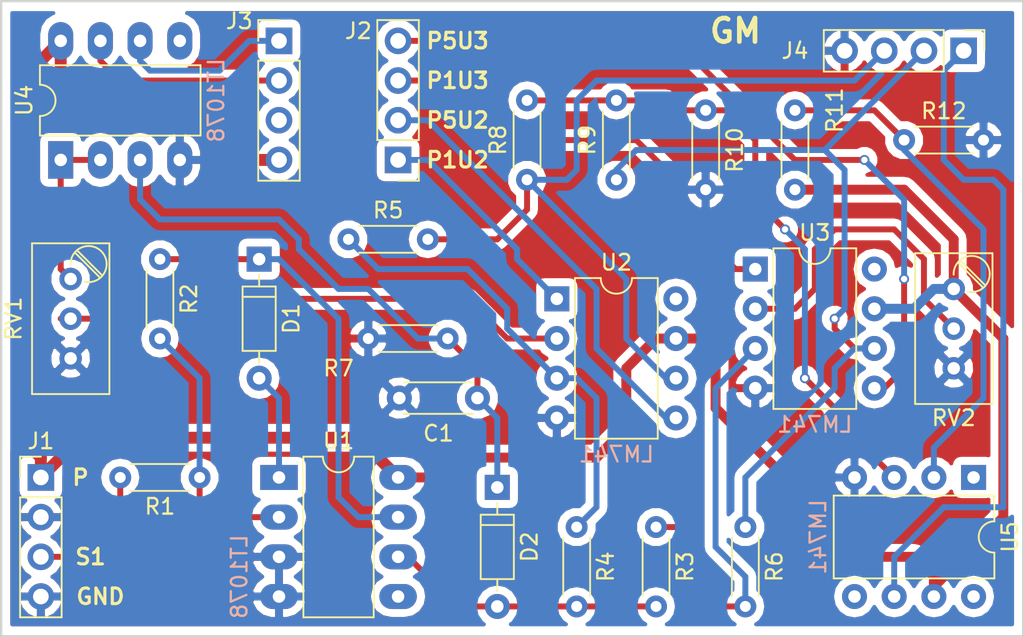
<source format=kicad_pcb>
(kicad_pcb (version 4) (host pcbnew 4.0.7)

  (general
    (links 60)
    (no_connects 0)
    (area 114.224999 82.474999 179.780001 123.265001)
    (thickness 1.6)
    (drawings 13)
    (tracks 202)
    (zones 0)
    (modules 26)
    (nets 31)
  )

  (page A4)
  (layers
    (0 F.Cu signal)
    (31 B.Cu signal)
    (32 B.Adhes user)
    (33 F.Adhes user)
    (34 B.Paste user)
    (35 F.Paste user)
    (36 B.SilkS user)
    (37 F.SilkS user)
    (38 B.Mask user)
    (39 F.Mask user)
    (40 Dwgs.User user)
    (41 Cmts.User user)
    (42 Eco1.User user)
    (43 Eco2.User user)
    (44 Edge.Cuts user)
    (45 Margin user)
    (46 B.CrtYd user)
    (47 F.CrtYd user)
    (48 B.Fab user)
    (49 F.Fab user)
  )

  (setup
    (last_trace_width 0.381)
    (user_trace_width 0.254)
    (user_trace_width 0.381)
    (user_trace_width 0.508)
    (user_trace_width 0.635)
    (user_trace_width 0.762)
    (user_trace_width 0.889)
    (user_trace_width 1.27)
    (trace_clearance 0.1524)
    (zone_clearance 0.508)
    (zone_45_only yes)
    (trace_min 0.1524)
    (segment_width 0.2)
    (edge_width 0.15)
    (via_size 0.635)
    (via_drill 0.4064)
    (via_min_size 0.4)
    (via_min_drill 0.3)
    (uvia_size 0.3)
    (uvia_drill 0.1)
    (uvias_allowed no)
    (uvia_min_size 0.2)
    (uvia_min_drill 0.1)
    (pcb_text_width 0.3)
    (pcb_text_size 1.5 1.5)
    (mod_edge_width 0.15)
    (mod_text_size 1 1)
    (mod_text_width 0.15)
    (pad_size 1.524 1.524)
    (pad_drill 0.762)
    (pad_to_mask_clearance 0.2)
    (aux_axis_origin 0 0)
    (visible_elements 7FFFFFFF)
    (pcbplotparams
      (layerselection 0x010f0_80000001)
      (usegerberextensions false)
      (excludeedgelayer true)
      (linewidth 0.100000)
      (plotframeref false)
      (viasonmask false)
      (mode 1)
      (useauxorigin false)
      (hpglpennumber 1)
      (hpglpenspeed 20)
      (hpglpendiameter 15)
      (hpglpenoverlay 2)
      (psnegative false)
      (psa4output false)
      (plotreference true)
      (plotvalue true)
      (plotinvisibletext false)
      (padsonsilk false)
      (subtractmaskfromsilk false)
      (outputformat 1)
      (mirror false)
      (drillshape 0)
      (scaleselection 1)
      (outputdirectory gerbers/))
  )

  (net 0 "")
  (net 1 "Net-(C1-Pad1)")
  (net 2 GND)
  (net 3 "Net-(D1-Pad1)")
  (net 4 "Net-(D1-Pad2)")
  (net 5 Rin)
  (net 6 +5V)
  (net 7 emg1)
  (net 8 "Net-(J2-Pad1)")
  (net 9 "Net-(J2-Pad2)")
  (net 10 "Net-(J2-Pad3)")
  (net 11 "Net-(J2-Pad4)")
  (net 12 "Net-(J3-Pad1)")
  (net 13 "Net-(J3-Pad2)")
  (net 14 "Net-(J3-Pad3)")
  (net 15 and_l)
  (net 16 a1)
  (net 17 a2)
  (net 18 "Net-(R1-Pad1)")
  (net 19 "Net-(R3-Pad1)")
  (net 20 "Net-(R4-Pad1)")
  (net 21 "Net-(R10-Pad1)")
  (net 22 "Net-(R11-Pad2)")
  (net 23 "Net-(RV1-Pad1)")
  (net 24 Thr)
  (net 25 "Net-(RV2-Pad2)")
  (net 26 "Net-(U2-Pad8)")
  (net 27 "Net-(U3-Pad8)")
  (net 28 "Net-(U5-Pad1)")
  (net 29 "Net-(U5-Pad5)")
  (net 30 "Net-(U5-Pad8)")

  (net_class Default "Questo è il gruppo di collegamenti predefinito"
    (clearance 0.1524)
    (trace_width 0.25)
    (via_dia 0.635)
    (via_drill 0.4064)
    (uvia_dia 0.3)
    (uvia_drill 0.1)
    (add_net +5V)
    (add_net GND)
    (add_net "Net-(C1-Pad1)")
    (add_net "Net-(D1-Pad1)")
    (add_net "Net-(D1-Pad2)")
    (add_net "Net-(J2-Pad1)")
    (add_net "Net-(J2-Pad2)")
    (add_net "Net-(J2-Pad3)")
    (add_net "Net-(J2-Pad4)")
    (add_net "Net-(J3-Pad1)")
    (add_net "Net-(J3-Pad2)")
    (add_net "Net-(J3-Pad3)")
    (add_net "Net-(R1-Pad1)")
    (add_net "Net-(R10-Pad1)")
    (add_net "Net-(R11-Pad2)")
    (add_net "Net-(R3-Pad1)")
    (add_net "Net-(R4-Pad1)")
    (add_net "Net-(RV1-Pad1)")
    (add_net "Net-(RV2-Pad2)")
    (add_net "Net-(U2-Pad8)")
    (add_net "Net-(U3-Pad8)")
    (add_net "Net-(U5-Pad1)")
    (add_net "Net-(U5-Pad5)")
    (add_net "Net-(U5-Pad8)")
    (add_net Rin)
    (add_net Thr)
    (add_net a1)
    (add_net a2)
    (add_net and_l)
    (add_net emg1)
  )

  (module Capacitors_THT:C_Disc_D4.3mm_W1.9mm_P5.00mm (layer F.Cu) (tedit 5B02DF7A) (tstamp 5B01BCBA)
    (at 144.78 107.95 180)
    (descr "C, Disc series, Radial, pin pitch=5.00mm, , diameter*width=4.3*1.9mm^2, Capacitor, http://www.vishay.com/docs/45233/krseries.pdf")
    (tags "C Disc series Radial pin pitch 5.00mm  diameter 4.3mm width 1.9mm Capacitor")
    (path /5B0067CA)
    (fp_text reference C1 (at 2.5 -2.26 180) (layer F.SilkS)
      (effects (font (size 1 1) (thickness 0.15)))
    )
    (fp_text value "" (at 0.635 -1.905 180) (layer F.Fab)
      (effects (font (size 1 1) (thickness 0.15)))
    )
    (fp_line (start 0.35 -0.95) (end 0.35 0.95) (layer F.Fab) (width 0.1))
    (fp_line (start 0.35 0.95) (end 4.65 0.95) (layer F.Fab) (width 0.1))
    (fp_line (start 4.65 0.95) (end 4.65 -0.95) (layer F.Fab) (width 0.1))
    (fp_line (start 4.65 -0.95) (end 0.35 -0.95) (layer F.Fab) (width 0.1))
    (fp_line (start 0.29 -1.01) (end 4.71 -1.01) (layer F.SilkS) (width 0.12))
    (fp_line (start 0.29 1.01) (end 4.71 1.01) (layer F.SilkS) (width 0.12))
    (fp_line (start 0.29 -1.01) (end 0.29 -0.996) (layer F.SilkS) (width 0.12))
    (fp_line (start 0.29 0.996) (end 0.29 1.01) (layer F.SilkS) (width 0.12))
    (fp_line (start 4.71 -1.01) (end 4.71 -0.996) (layer F.SilkS) (width 0.12))
    (fp_line (start 4.71 0.996) (end 4.71 1.01) (layer F.SilkS) (width 0.12))
    (fp_line (start -1.05 -1.3) (end -1.05 1.3) (layer F.CrtYd) (width 0.05))
    (fp_line (start -1.05 1.3) (end 6.05 1.3) (layer F.CrtYd) (width 0.05))
    (fp_line (start 6.05 1.3) (end 6.05 -1.3) (layer F.CrtYd) (width 0.05))
    (fp_line (start 6.05 -1.3) (end -1.05 -1.3) (layer F.CrtYd) (width 0.05))
    (fp_text user %R (at 2.5 0 180) (layer F.Fab)
      (effects (font (size 1 1) (thickness 0.15)))
    )
    (pad 1 thru_hole circle (at 0 0 180) (size 1.6 1.6) (drill 0.8) (layers *.Cu *.Mask)
      (net 1 "Net-(C1-Pad1)"))
    (pad 2 thru_hole circle (at 5 0 180) (size 1.6 1.6) (drill 0.8) (layers *.Cu *.Mask)
      (net 2 GND))
    (model ${KISYS3DMOD}/Capacitors_THT.3dshapes/C_Disc_D4.3mm_W1.9mm_P5.00mm.wrl
      (at (xyz 0 0 0))
      (scale (xyz 1 1 1))
      (rotate (xyz 0 0 0))
    )
  )

  (module Diodes_THT:D_DO-35_SOD27_P7.62mm_Horizontal (layer F.Cu) (tedit 5921392F) (tstamp 5B01BCC0)
    (at 130.81 99.06 270)
    (descr "D, DO-35_SOD27 series, Axial, Horizontal, pin pitch=7.62mm, , length*diameter=4*2mm^2, , http://www.diodes.com/_files/packages/DO-35.pdf")
    (tags "D DO-35_SOD27 series Axial Horizontal pin pitch 7.62mm  length 4mm diameter 2mm")
    (path /5B005D75)
    (fp_text reference D1 (at 3.81 -2.06 270) (layer F.SilkS)
      (effects (font (size 1 1) (thickness 0.15)))
    )
    (fp_text value D (at 3.81 2.06 270) (layer F.Fab)
      (effects (font (size 1 1) (thickness 0.15)))
    )
    (fp_text user %R (at 3.81 0 270) (layer F.Fab)
      (effects (font (size 1 1) (thickness 0.15)))
    )
    (fp_line (start 1.81 -1) (end 1.81 1) (layer F.Fab) (width 0.1))
    (fp_line (start 1.81 1) (end 5.81 1) (layer F.Fab) (width 0.1))
    (fp_line (start 5.81 1) (end 5.81 -1) (layer F.Fab) (width 0.1))
    (fp_line (start 5.81 -1) (end 1.81 -1) (layer F.Fab) (width 0.1))
    (fp_line (start 0 0) (end 1.81 0) (layer F.Fab) (width 0.1))
    (fp_line (start 7.62 0) (end 5.81 0) (layer F.Fab) (width 0.1))
    (fp_line (start 2.41 -1) (end 2.41 1) (layer F.Fab) (width 0.1))
    (fp_line (start 1.75 -1.06) (end 1.75 1.06) (layer F.SilkS) (width 0.12))
    (fp_line (start 1.75 1.06) (end 5.87 1.06) (layer F.SilkS) (width 0.12))
    (fp_line (start 5.87 1.06) (end 5.87 -1.06) (layer F.SilkS) (width 0.12))
    (fp_line (start 5.87 -1.06) (end 1.75 -1.06) (layer F.SilkS) (width 0.12))
    (fp_line (start 0.98 0) (end 1.75 0) (layer F.SilkS) (width 0.12))
    (fp_line (start 6.64 0) (end 5.87 0) (layer F.SilkS) (width 0.12))
    (fp_line (start 2.41 -1.06) (end 2.41 1.06) (layer F.SilkS) (width 0.12))
    (fp_line (start -1.05 -1.35) (end -1.05 1.35) (layer F.CrtYd) (width 0.05))
    (fp_line (start -1.05 1.35) (end 8.7 1.35) (layer F.CrtYd) (width 0.05))
    (fp_line (start 8.7 1.35) (end 8.7 -1.35) (layer F.CrtYd) (width 0.05))
    (fp_line (start 8.7 -1.35) (end -1.05 -1.35) (layer F.CrtYd) (width 0.05))
    (pad 1 thru_hole rect (at 0 0 270) (size 1.6 1.6) (drill 0.8) (layers *.Cu *.Mask)
      (net 3 "Net-(D1-Pad1)"))
    (pad 2 thru_hole oval (at 7.62 0 270) (size 1.6 1.6) (drill 0.8) (layers *.Cu *.Mask)
      (net 4 "Net-(D1-Pad2)"))
    (model ${KISYS3DMOD}/Diodes_THT.3dshapes/D_DO-35_SOD27_P7.62mm_Horizontal.wrl
      (at (xyz 0 0 0))
      (scale (xyz 0.393701 0.393701 0.393701))
      (rotate (xyz 0 0 0))
    )
  )

  (module Diodes_THT:D_DO-35_SOD27_P7.62mm_Horizontal (layer F.Cu) (tedit 5B01C5BC) (tstamp 5B01BCC6)
    (at 146.05 113.665 270)
    (descr "D, DO-35_SOD27 series, Axial, Horizontal, pin pitch=7.62mm, , length*diameter=4*2mm^2, , http://www.diodes.com/_files/packages/DO-35.pdf")
    (tags "D DO-35_SOD27 series Axial Horizontal pin pitch 7.62mm  length 4mm diameter 2mm")
    (path /5B006720)
    (fp_text reference D2 (at 3.81 -2.06 270) (layer F.SilkS)
      (effects (font (size 1 1) (thickness 0.15)))
    )
    (fp_text value D (at 3.81 2.06 270) (layer F.Fab)
      (effects (font (size 1 1) (thickness 0.15)))
    )
    (fp_text user %R (at 3.81 0 270) (layer F.Fab)
      (effects (font (size 1 1) (thickness 0.15)))
    )
    (fp_line (start 1.81 -1) (end 1.81 1) (layer F.Fab) (width 0.1))
    (fp_line (start 1.81 1) (end 5.81 1) (layer F.Fab) (width 0.1))
    (fp_line (start 5.81 1) (end 5.81 -1) (layer F.Fab) (width 0.1))
    (fp_line (start 5.81 -1) (end 1.81 -1) (layer F.Fab) (width 0.1))
    (fp_line (start 0 0) (end 1.81 0) (layer F.Fab) (width 0.1))
    (fp_line (start 7.62 0) (end 5.81 0) (layer F.Fab) (width 0.1))
    (fp_line (start 2.41 -1) (end 2.41 1) (layer F.Fab) (width 0.1))
    (fp_line (start 1.75 -1.06) (end 1.75 1.06) (layer F.SilkS) (width 0.12))
    (fp_line (start 1.75 1.06) (end 5.87 1.06) (layer F.SilkS) (width 0.12))
    (fp_line (start 5.87 1.06) (end 5.87 -1.06) (layer F.SilkS) (width 0.12))
    (fp_line (start 5.87 -1.06) (end 1.75 -1.06) (layer F.SilkS) (width 0.12))
    (fp_line (start 0.98 0) (end 1.75 0) (layer F.SilkS) (width 0.12))
    (fp_line (start 6.64 0) (end 5.87 0) (layer F.SilkS) (width 0.12))
    (fp_line (start 2.41 -1.06) (end 2.41 1.06) (layer F.SilkS) (width 0.12))
    (fp_line (start -1.05 -1.35) (end -1.05 1.35) (layer F.CrtYd) (width 0.05))
    (fp_line (start -1.05 1.35) (end 8.7 1.35) (layer F.CrtYd) (width 0.05))
    (fp_line (start 8.7 1.35) (end 8.7 -1.35) (layer F.CrtYd) (width 0.05))
    (fp_line (start 8.7 -1.35) (end -1.05 -1.35) (layer F.CrtYd) (width 0.05))
    (pad 1 thru_hole rect (at 0 0 270) (size 1.6 1.6) (drill 0.8) (layers *.Cu *.Mask)
      (net 1 "Net-(C1-Pad1)"))
    (pad 2 thru_hole oval (at 7.62 0 270) (size 1.6 1.6) (drill 0.8) (layers *.Cu *.Mask)
      (net 5 Rin))
    (model ${KISYS3DMOD}/Diodes_THT.3dshapes/D_DO-35_SOD27_P7.62mm_Horizontal.wrl
      (at (xyz 0 0 0))
      (scale (xyz 0.393701 0.393701 0.393701))
      (rotate (xyz 0 0 0))
    )
  )

  (module Pin_Headers:Pin_Header_Straight_1x04_Pitch2.54mm (layer F.Cu) (tedit 5B02DF14) (tstamp 5B01BCCE)
    (at 116.84 113.03)
    (descr "Through hole straight pin header, 1x04, 2.54mm pitch, single row")
    (tags "Through hole pin header THT 1x04 2.54mm single row")
    (path /5B005225)
    (fp_text reference J1 (at 0 -2.33) (layer F.SilkS)
      (effects (font (size 1 1) (thickness 0.15)))
    )
    (fp_text value "" (at 0 9.95) (layer F.Fab) hide
      (effects (font (size 1 1) (thickness 0.15)))
    )
    (fp_line (start -0.635 -1.27) (end 1.27 -1.27) (layer F.Fab) (width 0.1))
    (fp_line (start 1.27 -1.27) (end 1.27 8.89) (layer F.Fab) (width 0.1))
    (fp_line (start 1.27 8.89) (end -1.27 8.89) (layer F.Fab) (width 0.1))
    (fp_line (start -1.27 8.89) (end -1.27 -0.635) (layer F.Fab) (width 0.1))
    (fp_line (start -1.27 -0.635) (end -0.635 -1.27) (layer F.Fab) (width 0.1))
    (fp_line (start -1.33 8.95) (end 1.33 8.95) (layer F.SilkS) (width 0.12))
    (fp_line (start -1.33 1.27) (end -1.33 8.95) (layer F.SilkS) (width 0.12))
    (fp_line (start 1.33 1.27) (end 1.33 8.95) (layer F.SilkS) (width 0.12))
    (fp_line (start -1.33 1.27) (end 1.33 1.27) (layer F.SilkS) (width 0.12))
    (fp_line (start -1.33 0) (end -1.33 -1.33) (layer F.SilkS) (width 0.12))
    (fp_line (start -1.33 -1.33) (end 0 -1.33) (layer F.SilkS) (width 0.12))
    (fp_line (start -1.8 -1.8) (end -1.8 9.4) (layer F.CrtYd) (width 0.05))
    (fp_line (start -1.8 9.4) (end 1.8 9.4) (layer F.CrtYd) (width 0.05))
    (fp_line (start 1.8 9.4) (end 1.8 -1.8) (layer F.CrtYd) (width 0.05))
    (fp_line (start 1.8 -1.8) (end -1.8 -1.8) (layer F.CrtYd) (width 0.05))
    (fp_text user %R (at 0 3.81 90) (layer F.Fab)
      (effects (font (size 1 1) (thickness 0.15)))
    )
    (pad 1 thru_hole rect (at 0 0) (size 1.7 1.7) (drill 1) (layers *.Cu *.Mask)
      (net 6 +5V))
    (pad 2 thru_hole oval (at 0 2.54) (size 1.7 1.7) (drill 1) (layers *.Cu *.Mask)
      (net 2 GND))
    (pad 3 thru_hole oval (at 0 5.08) (size 1.7 1.7) (drill 1) (layers *.Cu *.Mask)
      (net 7 emg1))
    (pad 4 thru_hole oval (at 0 7.62) (size 1.7 1.7) (drill 1) (layers *.Cu *.Mask)
      (net 2 GND))
    (model ${KISYS3DMOD}/Pin_Headers.3dshapes/Pin_Header_Straight_1x04_Pitch2.54mm.wrl
      (at (xyz 0 0 0))
      (scale (xyz 1 1 1))
      (rotate (xyz 0 0 0))
    )
  )

  (module Pin_Headers:Pin_Header_Straight_1x04_Pitch2.54mm (layer F.Cu) (tedit 5B02DFBB) (tstamp 5B01BCD6)
    (at 139.7 92.71 180)
    (descr "Through hole straight pin header, 1x04, 2.54mm pitch, single row")
    (tags "Through hole pin header THT 1x04 2.54mm single row")
    (path /5B01DEF8)
    (fp_text reference J2 (at 2.54 8.255 180) (layer F.SilkS)
      (effects (font (size 1 1) (thickness 0.15)))
    )
    (fp_text value "" (at 0 9.95 180) (layer F.Fab)
      (effects (font (size 1 1) (thickness 0.15)))
    )
    (fp_line (start -0.635 -1.27) (end 1.27 -1.27) (layer F.Fab) (width 0.1))
    (fp_line (start 1.27 -1.27) (end 1.27 8.89) (layer F.Fab) (width 0.1))
    (fp_line (start 1.27 8.89) (end -1.27 8.89) (layer F.Fab) (width 0.1))
    (fp_line (start -1.27 8.89) (end -1.27 -0.635) (layer F.Fab) (width 0.1))
    (fp_line (start -1.27 -0.635) (end -0.635 -1.27) (layer F.Fab) (width 0.1))
    (fp_line (start -1.33 8.95) (end 1.33 8.95) (layer F.SilkS) (width 0.12))
    (fp_line (start -1.33 1.27) (end -1.33 8.95) (layer F.SilkS) (width 0.12))
    (fp_line (start 1.33 1.27) (end 1.33 8.95) (layer F.SilkS) (width 0.12))
    (fp_line (start -1.33 1.27) (end 1.33 1.27) (layer F.SilkS) (width 0.12))
    (fp_line (start -1.33 0) (end -1.33 -1.33) (layer F.SilkS) (width 0.12))
    (fp_line (start -1.33 -1.33) (end 0 -1.33) (layer F.SilkS) (width 0.12))
    (fp_line (start -1.8 -1.8) (end -1.8 9.4) (layer F.CrtYd) (width 0.05))
    (fp_line (start -1.8 9.4) (end 1.8 9.4) (layer F.CrtYd) (width 0.05))
    (fp_line (start 1.8 9.4) (end 1.8 -1.8) (layer F.CrtYd) (width 0.05))
    (fp_line (start 1.8 -1.8) (end -1.8 -1.8) (layer F.CrtYd) (width 0.05))
    (fp_text user %R (at 0 3.81 270) (layer F.Fab)
      (effects (font (size 1 1) (thickness 0.15)))
    )
    (pad 1 thru_hole rect (at 0 0 180) (size 1.7 1.7) (drill 1) (layers *.Cu *.Mask)
      (net 8 "Net-(J2-Pad1)"))
    (pad 2 thru_hole oval (at 0 2.54 180) (size 1.7 1.7) (drill 1) (layers *.Cu *.Mask)
      (net 9 "Net-(J2-Pad2)"))
    (pad 3 thru_hole oval (at 0 5.08 180) (size 1.7 1.7) (drill 1) (layers *.Cu *.Mask)
      (net 10 "Net-(J2-Pad3)"))
    (pad 4 thru_hole oval (at 0 7.62 180) (size 1.7 1.7) (drill 1) (layers *.Cu *.Mask)
      (net 11 "Net-(J2-Pad4)"))
    (model ${KISYS3DMOD}/Pin_Headers.3dshapes/Pin_Header_Straight_1x04_Pitch2.54mm.wrl
      (at (xyz 0 0 0))
      (scale (xyz 1 1 1))
      (rotate (xyz 0 0 0))
    )
  )

  (module Pin_Headers:Pin_Header_Straight_1x04_Pitch2.54mm (layer F.Cu) (tedit 5B02DFC2) (tstamp 5B01BCDE)
    (at 132.08 85.09)
    (descr "Through hole straight pin header, 1x04, 2.54mm pitch, single row")
    (tags "Through hole pin header THT 1x04 2.54mm single row")
    (path /5B01A4D0)
    (fp_text reference J3 (at -2.54 -1.27) (layer F.SilkS)
      (effects (font (size 1 1) (thickness 0.15)))
    )
    (fp_text value Conn_01x04_Male (at 0 9.95) (layer F.Fab)
      (effects (font (size 1 1) (thickness 0.15)))
    )
    (fp_line (start -0.635 -1.27) (end 1.27 -1.27) (layer F.Fab) (width 0.1))
    (fp_line (start 1.27 -1.27) (end 1.27 8.89) (layer F.Fab) (width 0.1))
    (fp_line (start 1.27 8.89) (end -1.27 8.89) (layer F.Fab) (width 0.1))
    (fp_line (start -1.27 8.89) (end -1.27 -0.635) (layer F.Fab) (width 0.1))
    (fp_line (start -1.27 -0.635) (end -0.635 -1.27) (layer F.Fab) (width 0.1))
    (fp_line (start -1.33 8.95) (end 1.33 8.95) (layer F.SilkS) (width 0.12))
    (fp_line (start -1.33 1.27) (end -1.33 8.95) (layer F.SilkS) (width 0.12))
    (fp_line (start 1.33 1.27) (end 1.33 8.95) (layer F.SilkS) (width 0.12))
    (fp_line (start -1.33 1.27) (end 1.33 1.27) (layer F.SilkS) (width 0.12))
    (fp_line (start -1.33 0) (end -1.33 -1.33) (layer F.SilkS) (width 0.12))
    (fp_line (start -1.33 -1.33) (end 0 -1.33) (layer F.SilkS) (width 0.12))
    (fp_line (start -1.8 -1.8) (end -1.8 9.4) (layer F.CrtYd) (width 0.05))
    (fp_line (start -1.8 9.4) (end 1.8 9.4) (layer F.CrtYd) (width 0.05))
    (fp_line (start 1.8 9.4) (end 1.8 -1.8) (layer F.CrtYd) (width 0.05))
    (fp_line (start 1.8 -1.8) (end -1.8 -1.8) (layer F.CrtYd) (width 0.05))
    (fp_text user %R (at 0 3.81 90) (layer F.Fab)
      (effects (font (size 1 1) (thickness 0.15)))
    )
    (pad 1 thru_hole rect (at 0 0) (size 1.7 1.7) (drill 1) (layers *.Cu *.Mask)
      (net 12 "Net-(J3-Pad1)"))
    (pad 2 thru_hole oval (at 0 2.54) (size 1.7 1.7) (drill 1) (layers *.Cu *.Mask)
      (net 13 "Net-(J3-Pad2)"))
    (pad 3 thru_hole oval (at 0 5.08) (size 1.7 1.7) (drill 1) (layers *.Cu *.Mask)
      (net 14 "Net-(J3-Pad3)"))
    (pad 4 thru_hole oval (at 0 7.62) (size 1.7 1.7) (drill 1) (layers *.Cu *.Mask)
      (net 6 +5V))
    (model ${KISYS3DMOD}/Pin_Headers.3dshapes/Pin_Header_Straight_1x04_Pitch2.54mm.wrl
      (at (xyz 0 0 0))
      (scale (xyz 1 1 1))
      (rotate (xyz 0 0 0))
    )
  )

  (module Pin_Headers:Pin_Header_Straight_1x04_Pitch2.54mm (layer F.Cu) (tedit 5B02DFAE) (tstamp 5B01BCE6)
    (at 175.895 85.725 270)
    (descr "Through hole straight pin header, 1x04, 2.54mm pitch, single row")
    (tags "Through hole pin header THT 1x04 2.54mm single row")
    (path /5B01D7E2)
    (fp_text reference J4 (at 0 10.795 360) (layer F.SilkS)
      (effects (font (size 1 1) (thickness 0.15)))
    )
    (fp_text value "" (at 0 9.95 270) (layer F.Fab)
      (effects (font (size 1 1) (thickness 0.15)))
    )
    (fp_line (start -0.635 -1.27) (end 1.27 -1.27) (layer F.Fab) (width 0.1))
    (fp_line (start 1.27 -1.27) (end 1.27 8.89) (layer F.Fab) (width 0.1))
    (fp_line (start 1.27 8.89) (end -1.27 8.89) (layer F.Fab) (width 0.1))
    (fp_line (start -1.27 8.89) (end -1.27 -0.635) (layer F.Fab) (width 0.1))
    (fp_line (start -1.27 -0.635) (end -0.635 -1.27) (layer F.Fab) (width 0.1))
    (fp_line (start -1.33 8.95) (end 1.33 8.95) (layer F.SilkS) (width 0.12))
    (fp_line (start -1.33 1.27) (end -1.33 8.95) (layer F.SilkS) (width 0.12))
    (fp_line (start 1.33 1.27) (end 1.33 8.95) (layer F.SilkS) (width 0.12))
    (fp_line (start -1.33 1.27) (end 1.33 1.27) (layer F.SilkS) (width 0.12))
    (fp_line (start -1.33 0) (end -1.33 -1.33) (layer F.SilkS) (width 0.12))
    (fp_line (start -1.33 -1.33) (end 0 -1.33) (layer F.SilkS) (width 0.12))
    (fp_line (start -1.8 -1.8) (end -1.8 9.4) (layer F.CrtYd) (width 0.05))
    (fp_line (start -1.8 9.4) (end 1.8 9.4) (layer F.CrtYd) (width 0.05))
    (fp_line (start 1.8 9.4) (end 1.8 -1.8) (layer F.CrtYd) (width 0.05))
    (fp_line (start 1.8 -1.8) (end -1.8 -1.8) (layer F.CrtYd) (width 0.05))
    (fp_text user %R (at 0 3.81 360) (layer F.Fab)
      (effects (font (size 1 1) (thickness 0.15)))
    )
    (pad 1 thru_hole rect (at 0 0 270) (size 1.7 1.7) (drill 1) (layers *.Cu *.Mask)
      (net 15 and_l))
    (pad 2 thru_hole oval (at 0 2.54 270) (size 1.7 1.7) (drill 1) (layers *.Cu *.Mask)
      (net 17 a2))
    (pad 3 thru_hole oval (at 0 5.08 270) (size 1.7 1.7) (drill 1) (layers *.Cu *.Mask)
      (net 16 a1))
    (pad 4 thru_hole oval (at 0 7.62 270) (size 1.7 1.7) (drill 1) (layers *.Cu *.Mask)
      (net 2 GND))
    (model ${KISYS3DMOD}/Pin_Headers.3dshapes/Pin_Header_Straight_1x04_Pitch2.54mm.wrl
      (at (xyz 0 0 0))
      (scale (xyz 1 1 1))
      (rotate (xyz 0 0 0))
    )
  )

  (module Resistors_THT:R_Axial_DIN0204_L3.6mm_D1.6mm_P5.08mm_Horizontal (layer F.Cu) (tedit 5B02DF20) (tstamp 5B01BCEC)
    (at 127 113.03 180)
    (descr "Resistor, Axial_DIN0204 series, Axial, Horizontal, pin pitch=5.08mm, 0.16666666666666666W = 1/6W, length*diameter=3.6*1.6mm^2, http://cdn-reichelt.de/documents/datenblatt/B400/1_4W%23YAG.pdf")
    (tags "Resistor Axial_DIN0204 series Axial Horizontal pin pitch 5.08mm 0.16666666666666666W = 1/6W length 3.6mm diameter 1.6mm")
    (path /5B00530D)
    (fp_text reference R1 (at 2.54 -1.86 180) (layer F.SilkS)
      (effects (font (size 1 1) (thickness 0.15)))
    )
    (fp_text value "" (at 2.54 1.86 180) (layer F.Fab)
      (effects (font (size 1 1) (thickness 0.15)))
    )
    (fp_line (start 0.74 -0.8) (end 0.74 0.8) (layer F.Fab) (width 0.1))
    (fp_line (start 0.74 0.8) (end 4.34 0.8) (layer F.Fab) (width 0.1))
    (fp_line (start 4.34 0.8) (end 4.34 -0.8) (layer F.Fab) (width 0.1))
    (fp_line (start 4.34 -0.8) (end 0.74 -0.8) (layer F.Fab) (width 0.1))
    (fp_line (start 0 0) (end 0.74 0) (layer F.Fab) (width 0.1))
    (fp_line (start 5.08 0) (end 4.34 0) (layer F.Fab) (width 0.1))
    (fp_line (start 0.68 -0.86) (end 4.4 -0.86) (layer F.SilkS) (width 0.12))
    (fp_line (start 0.68 0.86) (end 4.4 0.86) (layer F.SilkS) (width 0.12))
    (fp_line (start -0.95 -1.15) (end -0.95 1.15) (layer F.CrtYd) (width 0.05))
    (fp_line (start -0.95 1.15) (end 6.05 1.15) (layer F.CrtYd) (width 0.05))
    (fp_line (start 6.05 1.15) (end 6.05 -1.15) (layer F.CrtYd) (width 0.05))
    (fp_line (start 6.05 -1.15) (end -0.95 -1.15) (layer F.CrtYd) (width 0.05))
    (pad 1 thru_hole circle (at 0 0 180) (size 1.4 1.4) (drill 0.7) (layers *.Cu *.Mask)
      (net 18 "Net-(R1-Pad1)"))
    (pad 2 thru_hole oval (at 5.08 0 180) (size 1.4 1.4) (drill 0.7) (layers *.Cu *.Mask)
      (net 7 emg1))
    (model ${KISYS3DMOD}/Resistors_THT.3dshapes/R_Axial_DIN0204_L3.6mm_D1.6mm_P5.08mm_Horizontal.wrl
      (at (xyz 0 0 0))
      (scale (xyz 0.393701 0.393701 0.393701))
      (rotate (xyz 0 0 0))
    )
  )

  (module Resistors_THT:R_Axial_DIN0204_L3.6mm_D1.6mm_P5.08mm_Horizontal (layer F.Cu) (tedit 5874F706) (tstamp 5B01BCF2)
    (at 124.46 99.06 270)
    (descr "Resistor, Axial_DIN0204 series, Axial, Horizontal, pin pitch=5.08mm, 0.16666666666666666W = 1/6W, length*diameter=3.6*1.6mm^2, http://cdn-reichelt.de/documents/datenblatt/B400/1_4W%23YAG.pdf")
    (tags "Resistor Axial_DIN0204 series Axial Horizontal pin pitch 5.08mm 0.16666666666666666W = 1/6W length 3.6mm diameter 1.6mm")
    (path /5B005F96)
    (fp_text reference R2 (at 2.54 -1.86 270) (layer F.SilkS)
      (effects (font (size 1 1) (thickness 0.15)))
    )
    (fp_text value 200k (at 2.54 1.86 270) (layer F.Fab)
      (effects (font (size 1 1) (thickness 0.15)))
    )
    (fp_line (start 0.74 -0.8) (end 0.74 0.8) (layer F.Fab) (width 0.1))
    (fp_line (start 0.74 0.8) (end 4.34 0.8) (layer F.Fab) (width 0.1))
    (fp_line (start 4.34 0.8) (end 4.34 -0.8) (layer F.Fab) (width 0.1))
    (fp_line (start 4.34 -0.8) (end 0.74 -0.8) (layer F.Fab) (width 0.1))
    (fp_line (start 0 0) (end 0.74 0) (layer F.Fab) (width 0.1))
    (fp_line (start 5.08 0) (end 4.34 0) (layer F.Fab) (width 0.1))
    (fp_line (start 0.68 -0.86) (end 4.4 -0.86) (layer F.SilkS) (width 0.12))
    (fp_line (start 0.68 0.86) (end 4.4 0.86) (layer F.SilkS) (width 0.12))
    (fp_line (start -0.95 -1.15) (end -0.95 1.15) (layer F.CrtYd) (width 0.05))
    (fp_line (start -0.95 1.15) (end 6.05 1.15) (layer F.CrtYd) (width 0.05))
    (fp_line (start 6.05 1.15) (end 6.05 -1.15) (layer F.CrtYd) (width 0.05))
    (fp_line (start 6.05 -1.15) (end -0.95 -1.15) (layer F.CrtYd) (width 0.05))
    (pad 1 thru_hole circle (at 0 0 270) (size 1.4 1.4) (drill 0.7) (layers *.Cu *.Mask)
      (net 3 "Net-(D1-Pad1)"))
    (pad 2 thru_hole oval (at 5.08 0 270) (size 1.4 1.4) (drill 0.7) (layers *.Cu *.Mask)
      (net 18 "Net-(R1-Pad1)"))
    (model ${KISYS3DMOD}/Resistors_THT.3dshapes/R_Axial_DIN0204_L3.6mm_D1.6mm_P5.08mm_Horizontal.wrl
      (at (xyz 0 0 0))
      (scale (xyz 0.393701 0.393701 0.393701))
      (rotate (xyz 0 0 0))
    )
  )

  (module Resistors_THT:R_Axial_DIN0204_L3.6mm_D1.6mm_P5.08mm_Horizontal (layer F.Cu) (tedit 5874F706) (tstamp 5B01BCF8)
    (at 156.21 116.205 270)
    (descr "Resistor, Axial_DIN0204 series, Axial, Horizontal, pin pitch=5.08mm, 0.16666666666666666W = 1/6W, length*diameter=3.6*1.6mm^2, http://cdn-reichelt.de/documents/datenblatt/B400/1_4W%23YAG.pdf")
    (tags "Resistor Axial_DIN0204 series Axial Horizontal pin pitch 5.08mm 0.16666666666666666W = 1/6W length 3.6mm diameter 1.6mm")
    (path /5B01B09A)
    (fp_text reference R3 (at 2.54 -1.86 270) (layer F.SilkS)
      (effects (font (size 1 1) (thickness 0.15)))
    )
    (fp_text value R (at 2.54 1.86 270) (layer F.Fab)
      (effects (font (size 1 1) (thickness 0.15)))
    )
    (fp_line (start 0.74 -0.8) (end 0.74 0.8) (layer F.Fab) (width 0.1))
    (fp_line (start 0.74 0.8) (end 4.34 0.8) (layer F.Fab) (width 0.1))
    (fp_line (start 4.34 0.8) (end 4.34 -0.8) (layer F.Fab) (width 0.1))
    (fp_line (start 4.34 -0.8) (end 0.74 -0.8) (layer F.Fab) (width 0.1))
    (fp_line (start 0 0) (end 0.74 0) (layer F.Fab) (width 0.1))
    (fp_line (start 5.08 0) (end 4.34 0) (layer F.Fab) (width 0.1))
    (fp_line (start 0.68 -0.86) (end 4.4 -0.86) (layer F.SilkS) (width 0.12))
    (fp_line (start 0.68 0.86) (end 4.4 0.86) (layer F.SilkS) (width 0.12))
    (fp_line (start -0.95 -1.15) (end -0.95 1.15) (layer F.CrtYd) (width 0.05))
    (fp_line (start -0.95 1.15) (end 6.05 1.15) (layer F.CrtYd) (width 0.05))
    (fp_line (start 6.05 1.15) (end 6.05 -1.15) (layer F.CrtYd) (width 0.05))
    (fp_line (start 6.05 -1.15) (end -0.95 -1.15) (layer F.CrtYd) (width 0.05))
    (pad 1 thru_hole circle (at 0 0 270) (size 1.4 1.4) (drill 0.7) (layers *.Cu *.Mask)
      (net 19 "Net-(R3-Pad1)"))
    (pad 2 thru_hole oval (at 5.08 0 270) (size 1.4 1.4) (drill 0.7) (layers *.Cu *.Mask)
      (net 5 Rin))
    (model ${KISYS3DMOD}/Resistors_THT.3dshapes/R_Axial_DIN0204_L3.6mm_D1.6mm_P5.08mm_Horizontal.wrl
      (at (xyz 0 0 0))
      (scale (xyz 0.393701 0.393701 0.393701))
      (rotate (xyz 0 0 0))
    )
  )

  (module Resistors_THT:R_Axial_DIN0204_L3.6mm_D1.6mm_P5.08mm_Horizontal (layer F.Cu) (tedit 5874F706) (tstamp 5B01BCFE)
    (at 151.13 116.205 270)
    (descr "Resistor, Axial_DIN0204 series, Axial, Horizontal, pin pitch=5.08mm, 0.16666666666666666W = 1/6W, length*diameter=3.6*1.6mm^2, http://cdn-reichelt.de/documents/datenblatt/B400/1_4W%23YAG.pdf")
    (tags "Resistor Axial_DIN0204 series Axial Horizontal pin pitch 5.08mm 0.16666666666666666W = 1/6W length 3.6mm diameter 1.6mm")
    (path /5B006F4B)
    (fp_text reference R4 (at 2.54 -1.86 270) (layer F.SilkS)
      (effects (font (size 1 1) (thickness 0.15)))
    )
    (fp_text value R (at 2.54 1.86 270) (layer F.Fab)
      (effects (font (size 1 1) (thickness 0.15)))
    )
    (fp_line (start 0.74 -0.8) (end 0.74 0.8) (layer F.Fab) (width 0.1))
    (fp_line (start 0.74 0.8) (end 4.34 0.8) (layer F.Fab) (width 0.1))
    (fp_line (start 4.34 0.8) (end 4.34 -0.8) (layer F.Fab) (width 0.1))
    (fp_line (start 4.34 -0.8) (end 0.74 -0.8) (layer F.Fab) (width 0.1))
    (fp_line (start 0 0) (end 0.74 0) (layer F.Fab) (width 0.1))
    (fp_line (start 5.08 0) (end 4.34 0) (layer F.Fab) (width 0.1))
    (fp_line (start 0.68 -0.86) (end 4.4 -0.86) (layer F.SilkS) (width 0.12))
    (fp_line (start 0.68 0.86) (end 4.4 0.86) (layer F.SilkS) (width 0.12))
    (fp_line (start -0.95 -1.15) (end -0.95 1.15) (layer F.CrtYd) (width 0.05))
    (fp_line (start -0.95 1.15) (end 6.05 1.15) (layer F.CrtYd) (width 0.05))
    (fp_line (start 6.05 1.15) (end 6.05 -1.15) (layer F.CrtYd) (width 0.05))
    (fp_line (start 6.05 -1.15) (end -0.95 -1.15) (layer F.CrtYd) (width 0.05))
    (pad 1 thru_hole circle (at 0 0 270) (size 1.4 1.4) (drill 0.7) (layers *.Cu *.Mask)
      (net 20 "Net-(R4-Pad1)"))
    (pad 2 thru_hole oval (at 5.08 0 270) (size 1.4 1.4) (drill 0.7) (layers *.Cu *.Mask)
      (net 5 Rin))
    (model ${KISYS3DMOD}/Resistors_THT.3dshapes/R_Axial_DIN0204_L3.6mm_D1.6mm_P5.08mm_Horizontal.wrl
      (at (xyz 0 0 0))
      (scale (xyz 0.393701 0.393701 0.393701))
      (rotate (xyz 0 0 0))
    )
  )

  (module Resistors_THT:R_Axial_DIN0204_L3.6mm_D1.6mm_P5.08mm_Horizontal (layer F.Cu) (tedit 5874F706) (tstamp 5B01BD04)
    (at 136.525 97.79)
    (descr "Resistor, Axial_DIN0204 series, Axial, Horizontal, pin pitch=5.08mm, 0.16666666666666666W = 1/6W, length*diameter=3.6*1.6mm^2, http://cdn-reichelt.de/documents/datenblatt/B400/1_4W%23YAG.pdf")
    (tags "Resistor Axial_DIN0204 series Axial Horizontal pin pitch 5.08mm 0.16666666666666666W = 1/6W length 3.6mm diameter 1.6mm")
    (path /5B007171)
    (fp_text reference R5 (at 2.54 -1.86) (layer F.SilkS)
      (effects (font (size 1 1) (thickness 0.15)))
    )
    (fp_text value R (at 2.54 1.86) (layer F.Fab)
      (effects (font (size 1 1) (thickness 0.15)))
    )
    (fp_line (start 0.74 -0.8) (end 0.74 0.8) (layer F.Fab) (width 0.1))
    (fp_line (start 0.74 0.8) (end 4.34 0.8) (layer F.Fab) (width 0.1))
    (fp_line (start 4.34 0.8) (end 4.34 -0.8) (layer F.Fab) (width 0.1))
    (fp_line (start 4.34 -0.8) (end 0.74 -0.8) (layer F.Fab) (width 0.1))
    (fp_line (start 0 0) (end 0.74 0) (layer F.Fab) (width 0.1))
    (fp_line (start 5.08 0) (end 4.34 0) (layer F.Fab) (width 0.1))
    (fp_line (start 0.68 -0.86) (end 4.4 -0.86) (layer F.SilkS) (width 0.12))
    (fp_line (start 0.68 0.86) (end 4.4 0.86) (layer F.SilkS) (width 0.12))
    (fp_line (start -0.95 -1.15) (end -0.95 1.15) (layer F.CrtYd) (width 0.05))
    (fp_line (start -0.95 1.15) (end 6.05 1.15) (layer F.CrtYd) (width 0.05))
    (fp_line (start 6.05 1.15) (end 6.05 -1.15) (layer F.CrtYd) (width 0.05))
    (fp_line (start 6.05 -1.15) (end -0.95 -1.15) (layer F.CrtYd) (width 0.05))
    (pad 1 thru_hole circle (at 0 0) (size 1.4 1.4) (drill 0.7) (layers *.Cu *.Mask)
      (net 20 "Net-(R4-Pad1)"))
    (pad 2 thru_hole oval (at 5.08 0) (size 1.4 1.4) (drill 0.7) (layers *.Cu *.Mask)
      (net 16 a1))
    (model ${KISYS3DMOD}/Resistors_THT.3dshapes/R_Axial_DIN0204_L3.6mm_D1.6mm_P5.08mm_Horizontal.wrl
      (at (xyz 0 0 0))
      (scale (xyz 0.393701 0.393701 0.393701))
      (rotate (xyz 0 0 0))
    )
  )

  (module Resistors_THT:R_Axial_DIN0204_L3.6mm_D1.6mm_P5.08mm_Horizontal (layer F.Cu) (tedit 5874F706) (tstamp 5B01BD0A)
    (at 161.925 116.205 270)
    (descr "Resistor, Axial_DIN0204 series, Axial, Horizontal, pin pitch=5.08mm, 0.16666666666666666W = 1/6W, length*diameter=3.6*1.6mm^2, http://cdn-reichelt.de/documents/datenblatt/B400/1_4W%23YAG.pdf")
    (tags "Resistor Axial_DIN0204 series Axial Horizontal pin pitch 5.08mm 0.16666666666666666W = 1/6W length 3.6mm diameter 1.6mm")
    (path /5B01B1EB)
    (fp_text reference R6 (at 2.54 -1.86 270) (layer F.SilkS)
      (effects (font (size 1 1) (thickness 0.15)))
    )
    (fp_text value R (at 2.54 1.86 270) (layer F.Fab)
      (effects (font (size 1 1) (thickness 0.15)))
    )
    (fp_line (start 0.74 -0.8) (end 0.74 0.8) (layer F.Fab) (width 0.1))
    (fp_line (start 0.74 0.8) (end 4.34 0.8) (layer F.Fab) (width 0.1))
    (fp_line (start 4.34 0.8) (end 4.34 -0.8) (layer F.Fab) (width 0.1))
    (fp_line (start 4.34 -0.8) (end 0.74 -0.8) (layer F.Fab) (width 0.1))
    (fp_line (start 0 0) (end 0.74 0) (layer F.Fab) (width 0.1))
    (fp_line (start 5.08 0) (end 4.34 0) (layer F.Fab) (width 0.1))
    (fp_line (start 0.68 -0.86) (end 4.4 -0.86) (layer F.SilkS) (width 0.12))
    (fp_line (start 0.68 0.86) (end 4.4 0.86) (layer F.SilkS) (width 0.12))
    (fp_line (start -0.95 -1.15) (end -0.95 1.15) (layer F.CrtYd) (width 0.05))
    (fp_line (start -0.95 1.15) (end 6.05 1.15) (layer F.CrtYd) (width 0.05))
    (fp_line (start 6.05 1.15) (end 6.05 -1.15) (layer F.CrtYd) (width 0.05))
    (fp_line (start 6.05 -1.15) (end -0.95 -1.15) (layer F.CrtYd) (width 0.05))
    (pad 1 thru_hole circle (at 0 0 270) (size 1.4 1.4) (drill 0.7) (layers *.Cu *.Mask)
      (net 17 a2))
    (pad 2 thru_hole oval (at 5.08 0 270) (size 1.4 1.4) (drill 0.7) (layers *.Cu *.Mask)
      (net 19 "Net-(R3-Pad1)"))
    (model ${KISYS3DMOD}/Resistors_THT.3dshapes/R_Axial_DIN0204_L3.6mm_D1.6mm_P5.08mm_Horizontal.wrl
      (at (xyz 0 0 0))
      (scale (xyz 0.393701 0.393701 0.393701))
      (rotate (xyz 0 0 0))
    )
  )

  (module Resistors_THT:R_Axial_DIN0204_L3.6mm_D1.6mm_P5.08mm_Horizontal (layer F.Cu) (tedit 5B02DF69) (tstamp 5B01BD10)
    (at 142.875 104.14 180)
    (descr "Resistor, Axial_DIN0204 series, Axial, Horizontal, pin pitch=5.08mm, 0.16666666666666666W = 1/6W, length*diameter=3.6*1.6mm^2, http://cdn-reichelt.de/documents/datenblatt/B400/1_4W%23YAG.pdf")
    (tags "Resistor Axial_DIN0204 series Axial Horizontal pin pitch 5.08mm 0.16666666666666666W = 1/6W length 3.6mm diameter 1.6mm")
    (path /5B006815)
    (fp_text reference R7 (at 6.985 -1.905 180) (layer F.SilkS)
      (effects (font (size 1 1) (thickness 0.15)))
    )
    (fp_text value R (at 2.54 1.86 180) (layer F.Fab)
      (effects (font (size 1 1) (thickness 0.15)))
    )
    (fp_line (start 0.74 -0.8) (end 0.74 0.8) (layer F.Fab) (width 0.1))
    (fp_line (start 0.74 0.8) (end 4.34 0.8) (layer F.Fab) (width 0.1))
    (fp_line (start 4.34 0.8) (end 4.34 -0.8) (layer F.Fab) (width 0.1))
    (fp_line (start 4.34 -0.8) (end 0.74 -0.8) (layer F.Fab) (width 0.1))
    (fp_line (start 0 0) (end 0.74 0) (layer F.Fab) (width 0.1))
    (fp_line (start 5.08 0) (end 4.34 0) (layer F.Fab) (width 0.1))
    (fp_line (start 0.68 -0.86) (end 4.4 -0.86) (layer F.SilkS) (width 0.12))
    (fp_line (start 0.68 0.86) (end 4.4 0.86) (layer F.SilkS) (width 0.12))
    (fp_line (start -0.95 -1.15) (end -0.95 1.15) (layer F.CrtYd) (width 0.05))
    (fp_line (start -0.95 1.15) (end 6.05 1.15) (layer F.CrtYd) (width 0.05))
    (fp_line (start 6.05 1.15) (end 6.05 -1.15) (layer F.CrtYd) (width 0.05))
    (fp_line (start 6.05 -1.15) (end -0.95 -1.15) (layer F.CrtYd) (width 0.05))
    (pad 1 thru_hole circle (at 0 0 180) (size 1.4 1.4) (drill 0.7) (layers *.Cu *.Mask)
      (net 1 "Net-(C1-Pad1)"))
    (pad 2 thru_hole oval (at 5.08 0 180) (size 1.4 1.4) (drill 0.7) (layers *.Cu *.Mask)
      (net 2 GND))
    (model ${KISYS3DMOD}/Resistors_THT.3dshapes/R_Axial_DIN0204_L3.6mm_D1.6mm_P5.08mm_Horizontal.wrl
      (at (xyz 0 0 0))
      (scale (xyz 0.393701 0.393701 0.393701))
      (rotate (xyz 0 0 0))
    )
  )

  (module Resistors_THT:R_Axial_DIN0204_L3.6mm_D1.6mm_P5.08mm_Horizontal (layer F.Cu) (tedit 5874F706) (tstamp 5B01BD16)
    (at 147.955 93.98 90)
    (descr "Resistor, Axial_DIN0204 series, Axial, Horizontal, pin pitch=5.08mm, 0.16666666666666666W = 1/6W, length*diameter=3.6*1.6mm^2, http://cdn-reichelt.de/documents/datenblatt/B400/1_4W%23YAG.pdf")
    (tags "Resistor Axial_DIN0204 series Axial Horizontal pin pitch 5.08mm 0.16666666666666666W = 1/6W length 3.6mm diameter 1.6mm")
    (path /5B01C1E7)
    (fp_text reference R8 (at 2.54 -1.86 90) (layer F.SilkS)
      (effects (font (size 1 1) (thickness 0.15)))
    )
    (fp_text value R (at 2.54 1.86 90) (layer F.Fab)
      (effects (font (size 1 1) (thickness 0.15)))
    )
    (fp_line (start 0.74 -0.8) (end 0.74 0.8) (layer F.Fab) (width 0.1))
    (fp_line (start 0.74 0.8) (end 4.34 0.8) (layer F.Fab) (width 0.1))
    (fp_line (start 4.34 0.8) (end 4.34 -0.8) (layer F.Fab) (width 0.1))
    (fp_line (start 4.34 -0.8) (end 0.74 -0.8) (layer F.Fab) (width 0.1))
    (fp_line (start 0 0) (end 0.74 0) (layer F.Fab) (width 0.1))
    (fp_line (start 5.08 0) (end 4.34 0) (layer F.Fab) (width 0.1))
    (fp_line (start 0.68 -0.86) (end 4.4 -0.86) (layer F.SilkS) (width 0.12))
    (fp_line (start 0.68 0.86) (end 4.4 0.86) (layer F.SilkS) (width 0.12))
    (fp_line (start -0.95 -1.15) (end -0.95 1.15) (layer F.CrtYd) (width 0.05))
    (fp_line (start -0.95 1.15) (end 6.05 1.15) (layer F.CrtYd) (width 0.05))
    (fp_line (start 6.05 1.15) (end 6.05 -1.15) (layer F.CrtYd) (width 0.05))
    (fp_line (start 6.05 -1.15) (end -0.95 -1.15) (layer F.CrtYd) (width 0.05))
    (pad 1 thru_hole circle (at 0 0 90) (size 1.4 1.4) (drill 0.7) (layers *.Cu *.Mask)
      (net 16 a1))
    (pad 2 thru_hole oval (at 5.08 0 90) (size 1.4 1.4) (drill 0.7) (layers *.Cu *.Mask)
      (net 21 "Net-(R10-Pad1)"))
    (model ${KISYS3DMOD}/Resistors_THT.3dshapes/R_Axial_DIN0204_L3.6mm_D1.6mm_P5.08mm_Horizontal.wrl
      (at (xyz 0 0 0))
      (scale (xyz 0.393701 0.393701 0.393701))
      (rotate (xyz 0 0 0))
    )
  )

  (module Resistors_THT:R_Axial_DIN0204_L3.6mm_D1.6mm_P5.08mm_Horizontal (layer F.Cu) (tedit 5874F706) (tstamp 5B01BD1C)
    (at 153.67 93.98 90)
    (descr "Resistor, Axial_DIN0204 series, Axial, Horizontal, pin pitch=5.08mm, 0.16666666666666666W = 1/6W, length*diameter=3.6*1.6mm^2, http://cdn-reichelt.de/documents/datenblatt/B400/1_4W%23YAG.pdf")
    (tags "Resistor Axial_DIN0204 series Axial Horizontal pin pitch 5.08mm 0.16666666666666666W = 1/6W length 3.6mm diameter 1.6mm")
    (path /5B01C26D)
    (fp_text reference R9 (at 2.54 -1.86 90) (layer F.SilkS)
      (effects (font (size 1 1) (thickness 0.15)))
    )
    (fp_text value R (at 2.54 1.86 90) (layer F.Fab)
      (effects (font (size 1 1) (thickness 0.15)))
    )
    (fp_line (start 0.74 -0.8) (end 0.74 0.8) (layer F.Fab) (width 0.1))
    (fp_line (start 0.74 0.8) (end 4.34 0.8) (layer F.Fab) (width 0.1))
    (fp_line (start 4.34 0.8) (end 4.34 -0.8) (layer F.Fab) (width 0.1))
    (fp_line (start 4.34 -0.8) (end 0.74 -0.8) (layer F.Fab) (width 0.1))
    (fp_line (start 0 0) (end 0.74 0) (layer F.Fab) (width 0.1))
    (fp_line (start 5.08 0) (end 4.34 0) (layer F.Fab) (width 0.1))
    (fp_line (start 0.68 -0.86) (end 4.4 -0.86) (layer F.SilkS) (width 0.12))
    (fp_line (start 0.68 0.86) (end 4.4 0.86) (layer F.SilkS) (width 0.12))
    (fp_line (start -0.95 -1.15) (end -0.95 1.15) (layer F.CrtYd) (width 0.05))
    (fp_line (start -0.95 1.15) (end 6.05 1.15) (layer F.CrtYd) (width 0.05))
    (fp_line (start 6.05 1.15) (end 6.05 -1.15) (layer F.CrtYd) (width 0.05))
    (fp_line (start 6.05 -1.15) (end -0.95 -1.15) (layer F.CrtYd) (width 0.05))
    (pad 1 thru_hole circle (at 0 0 90) (size 1.4 1.4) (drill 0.7) (layers *.Cu *.Mask)
      (net 17 a2))
    (pad 2 thru_hole oval (at 5.08 0 90) (size 1.4 1.4) (drill 0.7) (layers *.Cu *.Mask)
      (net 21 "Net-(R10-Pad1)"))
    (model ${KISYS3DMOD}/Resistors_THT.3dshapes/R_Axial_DIN0204_L3.6mm_D1.6mm_P5.08mm_Horizontal.wrl
      (at (xyz 0 0 0))
      (scale (xyz 0.393701 0.393701 0.393701))
      (rotate (xyz 0 0 0))
    )
  )

  (module Resistors_THT:R_Axial_DIN0204_L3.6mm_D1.6mm_P5.08mm_Horizontal (layer F.Cu) (tedit 5874F706) (tstamp 5B01BD22)
    (at 159.385 89.535 270)
    (descr "Resistor, Axial_DIN0204 series, Axial, Horizontal, pin pitch=5.08mm, 0.16666666666666666W = 1/6W, length*diameter=3.6*1.6mm^2, http://cdn-reichelt.de/documents/datenblatt/B400/1_4W%23YAG.pdf")
    (tags "Resistor Axial_DIN0204 series Axial Horizontal pin pitch 5.08mm 0.16666666666666666W = 1/6W length 3.6mm diameter 1.6mm")
    (path /5B01C34D)
    (fp_text reference R10 (at 2.54 -1.86 270) (layer F.SilkS)
      (effects (font (size 1 1) (thickness 0.15)))
    )
    (fp_text value R (at 2.54 1.86 270) (layer F.Fab)
      (effects (font (size 1 1) (thickness 0.15)))
    )
    (fp_line (start 0.74 -0.8) (end 0.74 0.8) (layer F.Fab) (width 0.1))
    (fp_line (start 0.74 0.8) (end 4.34 0.8) (layer F.Fab) (width 0.1))
    (fp_line (start 4.34 0.8) (end 4.34 -0.8) (layer F.Fab) (width 0.1))
    (fp_line (start 4.34 -0.8) (end 0.74 -0.8) (layer F.Fab) (width 0.1))
    (fp_line (start 0 0) (end 0.74 0) (layer F.Fab) (width 0.1))
    (fp_line (start 5.08 0) (end 4.34 0) (layer F.Fab) (width 0.1))
    (fp_line (start 0.68 -0.86) (end 4.4 -0.86) (layer F.SilkS) (width 0.12))
    (fp_line (start 0.68 0.86) (end 4.4 0.86) (layer F.SilkS) (width 0.12))
    (fp_line (start -0.95 -1.15) (end -0.95 1.15) (layer F.CrtYd) (width 0.05))
    (fp_line (start -0.95 1.15) (end 6.05 1.15) (layer F.CrtYd) (width 0.05))
    (fp_line (start 6.05 1.15) (end 6.05 -1.15) (layer F.CrtYd) (width 0.05))
    (fp_line (start 6.05 -1.15) (end -0.95 -1.15) (layer F.CrtYd) (width 0.05))
    (pad 1 thru_hole circle (at 0 0 270) (size 1.4 1.4) (drill 0.7) (layers *.Cu *.Mask)
      (net 21 "Net-(R10-Pad1)"))
    (pad 2 thru_hole oval (at 5.08 0 270) (size 1.4 1.4) (drill 0.7) (layers *.Cu *.Mask)
      (net 2 GND))
    (model ${KISYS3DMOD}/Resistors_THT.3dshapes/R_Axial_DIN0204_L3.6mm_D1.6mm_P5.08mm_Horizontal.wrl
      (at (xyz 0 0 0))
      (scale (xyz 0.393701 0.393701 0.393701))
      (rotate (xyz 0 0 0))
    )
  )

  (module Resistors_THT:R_Axial_DIN0204_L3.6mm_D1.6mm_P5.08mm_Horizontal (layer F.Cu) (tedit 5B01C37F) (tstamp 5B01BD28)
    (at 165.1 94.615 90)
    (descr "Resistor, Axial_DIN0204 series, Axial, Horizontal, pin pitch=5.08mm, 0.16666666666666666W = 1/6W, length*diameter=3.6*1.6mm^2, http://cdn-reichelt.de/documents/datenblatt/B400/1_4W%23YAG.pdf")
    (tags "Resistor Axial_DIN0204 series Axial Horizontal pin pitch 5.08mm 0.16666666666666666W = 1/6W length 3.6mm diameter 1.6mm")
    (path /5B01C821)
    (fp_text reference R11 (at 5.08 2.54 90) (layer F.SilkS)
      (effects (font (size 1 1) (thickness 0.15)))
    )
    (fp_text value R (at 2.54 1.86 90) (layer F.Fab)
      (effects (font (size 1 1) (thickness 0.15)))
    )
    (fp_line (start 0.74 -0.8) (end 0.74 0.8) (layer F.Fab) (width 0.1))
    (fp_line (start 0.74 0.8) (end 4.34 0.8) (layer F.Fab) (width 0.1))
    (fp_line (start 4.34 0.8) (end 4.34 -0.8) (layer F.Fab) (width 0.1))
    (fp_line (start 4.34 -0.8) (end 0.74 -0.8) (layer F.Fab) (width 0.1))
    (fp_line (start 0 0) (end 0.74 0) (layer F.Fab) (width 0.1))
    (fp_line (start 5.08 0) (end 4.34 0) (layer F.Fab) (width 0.1))
    (fp_line (start 0.68 -0.86) (end 4.4 -0.86) (layer F.SilkS) (width 0.12))
    (fp_line (start 0.68 0.86) (end 4.4 0.86) (layer F.SilkS) (width 0.12))
    (fp_line (start -0.95 -1.15) (end -0.95 1.15) (layer F.CrtYd) (width 0.05))
    (fp_line (start -0.95 1.15) (end 6.05 1.15) (layer F.CrtYd) (width 0.05))
    (fp_line (start 6.05 1.15) (end 6.05 -1.15) (layer F.CrtYd) (width 0.05))
    (fp_line (start 6.05 -1.15) (end -0.95 -1.15) (layer F.CrtYd) (width 0.05))
    (pad 1 thru_hole circle (at 0 0 90) (size 1.4 1.4) (drill 0.7) (layers *.Cu *.Mask)
      (net 6 +5V))
    (pad 2 thru_hole oval (at 5.08 0 90) (size 1.4 1.4) (drill 0.7) (layers *.Cu *.Mask)
      (net 22 "Net-(R11-Pad2)"))
    (model ${KISYS3DMOD}/Resistors_THT.3dshapes/R_Axial_DIN0204_L3.6mm_D1.6mm_P5.08mm_Horizontal.wrl
      (at (xyz 0 0 0))
      (scale (xyz 0.393701 0.393701 0.393701))
      (rotate (xyz 0 0 0))
    )
  )

  (module Resistors_THT:R_Axial_DIN0204_L3.6mm_D1.6mm_P5.08mm_Horizontal (layer F.Cu) (tedit 5874F706) (tstamp 5B01BD2E)
    (at 172.085 91.44)
    (descr "Resistor, Axial_DIN0204 series, Axial, Horizontal, pin pitch=5.08mm, 0.16666666666666666W = 1/6W, length*diameter=3.6*1.6mm^2, http://cdn-reichelt.de/documents/datenblatt/B400/1_4W%23YAG.pdf")
    (tags "Resistor Axial_DIN0204 series Axial Horizontal pin pitch 5.08mm 0.16666666666666666W = 1/6W length 3.6mm diameter 1.6mm")
    (path /5B01C8D2)
    (fp_text reference R12 (at 2.54 -1.86) (layer F.SilkS)
      (effects (font (size 1 1) (thickness 0.15)))
    )
    (fp_text value R (at 2.54 1.86) (layer F.Fab)
      (effects (font (size 1 1) (thickness 0.15)))
    )
    (fp_line (start 0.74 -0.8) (end 0.74 0.8) (layer F.Fab) (width 0.1))
    (fp_line (start 0.74 0.8) (end 4.34 0.8) (layer F.Fab) (width 0.1))
    (fp_line (start 4.34 0.8) (end 4.34 -0.8) (layer F.Fab) (width 0.1))
    (fp_line (start 4.34 -0.8) (end 0.74 -0.8) (layer F.Fab) (width 0.1))
    (fp_line (start 0 0) (end 0.74 0) (layer F.Fab) (width 0.1))
    (fp_line (start 5.08 0) (end 4.34 0) (layer F.Fab) (width 0.1))
    (fp_line (start 0.68 -0.86) (end 4.4 -0.86) (layer F.SilkS) (width 0.12))
    (fp_line (start 0.68 0.86) (end 4.4 0.86) (layer F.SilkS) (width 0.12))
    (fp_line (start -0.95 -1.15) (end -0.95 1.15) (layer F.CrtYd) (width 0.05))
    (fp_line (start -0.95 1.15) (end 6.05 1.15) (layer F.CrtYd) (width 0.05))
    (fp_line (start 6.05 1.15) (end 6.05 -1.15) (layer F.CrtYd) (width 0.05))
    (fp_line (start 6.05 -1.15) (end -0.95 -1.15) (layer F.CrtYd) (width 0.05))
    (pad 1 thru_hole circle (at 0 0) (size 1.4 1.4) (drill 0.7) (layers *.Cu *.Mask)
      (net 22 "Net-(R11-Pad2)"))
    (pad 2 thru_hole oval (at 5.08 0) (size 1.4 1.4) (drill 0.7) (layers *.Cu *.Mask)
      (net 2 GND))
    (model ${KISYS3DMOD}/Resistors_THT.3dshapes/R_Axial_DIN0204_L3.6mm_D1.6mm_P5.08mm_Horizontal.wrl
      (at (xyz 0 0 0))
      (scale (xyz 0.393701 0.393701 0.393701))
      (rotate (xyz 0 0 0))
    )
  )

  (module Potentiometers:Potentiometer_Trimmer_Bourns_3296W (layer F.Cu) (tedit 5B01CED1) (tstamp 5B01BD35)
    (at 118.745 100.33 90)
    (descr "Spindle Trimmer Potentiometer, Bourns 3296W, https://www.bourns.com/pdfs/3296.pdf")
    (tags "Spindle Trimmer Potentiometer   Bourns 3296W")
    (path /5B004FC3)
    (fp_text reference RV1 (at -2.54 -3.66 90) (layer F.SilkS)
      (effects (font (size 1 1) (thickness 0.15)))
    )
    (fp_text value POT (at -5.715 3.81 90) (layer F.Fab)
      (effects (font (size 1 1) (thickness 0.15)))
    )
    (fp_arc (start 0.955 1.15) (end 0.955 2.305) (angle -182) (layer F.SilkS) (width 0.12))
    (fp_arc (start 0.955 1.15) (end -0.174 0.91) (angle -103) (layer F.SilkS) (width 0.12))
    (fp_circle (center 0.955 1.15) (end 2.05 1.15) (layer F.Fab) (width 0.1))
    (fp_line (start -7.305 -2.41) (end -7.305 2.42) (layer F.Fab) (width 0.1))
    (fp_line (start -7.305 2.42) (end 2.225 2.42) (layer F.Fab) (width 0.1))
    (fp_line (start 2.225 2.42) (end 2.225 -2.41) (layer F.Fab) (width 0.1))
    (fp_line (start 2.225 -2.41) (end -7.305 -2.41) (layer F.Fab) (width 0.1))
    (fp_line (start 1.786 0.454) (end 0.259 1.981) (layer F.Fab) (width 0.1))
    (fp_line (start 1.652 0.32) (end 0.125 1.847) (layer F.Fab) (width 0.1))
    (fp_line (start -7.365 -2.47) (end 2.285 -2.47) (layer F.SilkS) (width 0.12))
    (fp_line (start -7.365 2.481) (end 2.285 2.481) (layer F.SilkS) (width 0.12))
    (fp_line (start -7.365 -2.47) (end -7.365 2.481) (layer F.SilkS) (width 0.12))
    (fp_line (start 2.285 -2.47) (end 2.285 2.481) (layer F.SilkS) (width 0.12))
    (fp_line (start 1.831 0.416) (end 0.22 2.026) (layer F.SilkS) (width 0.12))
    (fp_line (start 1.691 0.275) (end 0.079 1.885) (layer F.SilkS) (width 0.12))
    (fp_line (start -7.6 -2.7) (end -7.6 2.7) (layer F.CrtYd) (width 0.05))
    (fp_line (start -7.6 2.7) (end 2.5 2.7) (layer F.CrtYd) (width 0.05))
    (fp_line (start 2.5 2.7) (end 2.5 -2.7) (layer F.CrtYd) (width 0.05))
    (fp_line (start 2.5 -2.7) (end -7.6 -2.7) (layer F.CrtYd) (width 0.05))
    (pad 1 thru_hole circle (at 0 0 90) (size 1.44 1.44) (drill 0.8) (layers *.Cu *.Mask)
      (net 23 "Net-(RV1-Pad1)"))
    (pad 2 thru_hole circle (at -2.54 0 90) (size 1.44 1.44) (drill 0.8) (layers *.Cu *.Mask)
      (net 24 Thr))
    (pad 3 thru_hole circle (at -5.08 0 90) (size 1.44 1.44) (drill 0.8) (layers *.Cu *.Mask)
      (net 2 GND))
    (model Potentiometers.3dshapes/Potentiometer_Trimmer_Bourns_3296W.wrl
      (at (xyz 0 0 0))
      (scale (xyz 1 1 1))
      (rotate (xyz 0 0 -90))
    )
  )

  (module Potentiometers:Potentiometer_Trimmer_Bourns_3296W (layer F.Cu) (tedit 5B02DF94) (tstamp 5B01BD3C)
    (at 175.26 100.965 90)
    (descr "Spindle Trimmer Potentiometer, Bourns 3296W, https://www.bourns.com/pdfs/3296.pdf")
    (tags "Spindle Trimmer Potentiometer   Bourns 3296W")
    (path /5B01AC7B)
    (fp_text reference RV2 (at -8.255 0 180) (layer F.SilkS)
      (effects (font (size 1 1) (thickness 0.15)))
    )
    (fp_text value POT (at -2.54 3.67 90) (layer F.Fab)
      (effects (font (size 1 1) (thickness 0.15)))
    )
    (fp_arc (start 0.955 1.15) (end 0.955 2.305) (angle -182) (layer F.SilkS) (width 0.12))
    (fp_arc (start 0.955 1.15) (end -0.174 0.91) (angle -103) (layer F.SilkS) (width 0.12))
    (fp_circle (center 0.955 1.15) (end 2.05 1.15) (layer F.Fab) (width 0.1))
    (fp_line (start -7.305 -2.41) (end -7.305 2.42) (layer F.Fab) (width 0.1))
    (fp_line (start -7.305 2.42) (end 2.225 2.42) (layer F.Fab) (width 0.1))
    (fp_line (start 2.225 2.42) (end 2.225 -2.41) (layer F.Fab) (width 0.1))
    (fp_line (start 2.225 -2.41) (end -7.305 -2.41) (layer F.Fab) (width 0.1))
    (fp_line (start 1.786 0.454) (end 0.259 1.981) (layer F.Fab) (width 0.1))
    (fp_line (start 1.652 0.32) (end 0.125 1.847) (layer F.Fab) (width 0.1))
    (fp_line (start -7.365 -2.47) (end 2.285 -2.47) (layer F.SilkS) (width 0.12))
    (fp_line (start -7.365 2.481) (end 2.285 2.481) (layer F.SilkS) (width 0.12))
    (fp_line (start -7.365 -2.47) (end -7.365 2.481) (layer F.SilkS) (width 0.12))
    (fp_line (start 2.285 -2.47) (end 2.285 2.481) (layer F.SilkS) (width 0.12))
    (fp_line (start 1.831 0.416) (end 0.22 2.026) (layer F.SilkS) (width 0.12))
    (fp_line (start 1.691 0.275) (end 0.079 1.885) (layer F.SilkS) (width 0.12))
    (fp_line (start -7.6 -2.7) (end -7.6 2.7) (layer F.CrtYd) (width 0.05))
    (fp_line (start -7.6 2.7) (end 2.5 2.7) (layer F.CrtYd) (width 0.05))
    (fp_line (start 2.5 2.7) (end 2.5 -2.7) (layer F.CrtYd) (width 0.05))
    (fp_line (start 2.5 -2.7) (end -7.6 -2.7) (layer F.CrtYd) (width 0.05))
    (pad 1 thru_hole circle (at 0 0 90) (size 1.44 1.44) (drill 0.8) (layers *.Cu *.Mask)
      (net 6 +5V))
    (pad 2 thru_hole circle (at -2.54 0 90) (size 1.44 1.44) (drill 0.8) (layers *.Cu *.Mask)
      (net 25 "Net-(RV2-Pad2)"))
    (pad 3 thru_hole circle (at -5.08 0 90) (size 1.44 1.44) (drill 0.8) (layers *.Cu *.Mask)
      (net 2 GND))
    (model Potentiometers.3dshapes/Potentiometer_Trimmer_Bourns_3296W.wrl
      (at (xyz 0 0 0))
      (scale (xyz 1 1 1))
      (rotate (xyz 0 0 -90))
    )
  )

  (module Housings_DIP:DIP-8_W7.62mm_LongPads (layer F.Cu) (tedit 5B02DF42) (tstamp 5B01BD48)
    (at 132.08 113.03)
    (descr "8-lead though-hole mounted DIP package, row spacing 7.62 mm (300 mils), LongPads")
    (tags "THT DIP DIL PDIP 2.54mm 7.62mm 300mil LongPads")
    (path /5B005BCC)
    (fp_text reference U1 (at 3.81 -2.33) (layer F.SilkS)
      (effects (font (size 1 1) (thickness 0.15)))
    )
    (fp_text value LT1078 (at -2.54 6.35 90) (layer B.SilkS)
      (effects (font (size 1 1) (thickness 0.15)) (justify mirror))
    )
    (fp_arc (start 3.81 -1.33) (end 2.81 -1.33) (angle -180) (layer F.SilkS) (width 0.12))
    (fp_line (start 1.635 -1.27) (end 6.985 -1.27) (layer F.Fab) (width 0.1))
    (fp_line (start 6.985 -1.27) (end 6.985 8.89) (layer F.Fab) (width 0.1))
    (fp_line (start 6.985 8.89) (end 0.635 8.89) (layer F.Fab) (width 0.1))
    (fp_line (start 0.635 8.89) (end 0.635 -0.27) (layer F.Fab) (width 0.1))
    (fp_line (start 0.635 -0.27) (end 1.635 -1.27) (layer F.Fab) (width 0.1))
    (fp_line (start 2.81 -1.33) (end 1.56 -1.33) (layer F.SilkS) (width 0.12))
    (fp_line (start 1.56 -1.33) (end 1.56 8.95) (layer F.SilkS) (width 0.12))
    (fp_line (start 1.56 8.95) (end 6.06 8.95) (layer F.SilkS) (width 0.12))
    (fp_line (start 6.06 8.95) (end 6.06 -1.33) (layer F.SilkS) (width 0.12))
    (fp_line (start 6.06 -1.33) (end 4.81 -1.33) (layer F.SilkS) (width 0.12))
    (fp_line (start -1.45 -1.55) (end -1.45 9.15) (layer F.CrtYd) (width 0.05))
    (fp_line (start -1.45 9.15) (end 9.1 9.15) (layer F.CrtYd) (width 0.05))
    (fp_line (start 9.1 9.15) (end 9.1 -1.55) (layer F.CrtYd) (width 0.05))
    (fp_line (start 9.1 -1.55) (end -1.45 -1.55) (layer F.CrtYd) (width 0.05))
    (fp_text user %R (at 3.81 3.81) (layer F.Fab)
      (effects (font (size 1 1) (thickness 0.15)))
    )
    (pad 1 thru_hole rect (at 0 0) (size 2.4 1.6) (drill 0.8) (layers *.Cu *.Mask)
      (net 4 "Net-(D1-Pad2)"))
    (pad 5 thru_hole oval (at 7.62 7.62) (size 2.4 1.6) (drill 0.8) (layers *.Cu *.Mask))
    (pad 2 thru_hole oval (at 0 2.54) (size 2.4 1.6) (drill 0.8) (layers *.Cu *.Mask)
      (net 18 "Net-(R1-Pad1)"))
    (pad 6 thru_hole oval (at 7.62 5.08) (size 2.4 1.6) (drill 0.8) (layers *.Cu *.Mask)
      (net 5 Rin))
    (pad 3 thru_hole oval (at 0 5.08) (size 2.4 1.6) (drill 0.8) (layers *.Cu *.Mask)
      (net 2 GND))
    (pad 7 thru_hole oval (at 7.62 2.54) (size 2.4 1.6) (drill 0.8) (layers *.Cu *.Mask)
      (net 3 "Net-(D1-Pad1)"))
    (pad 4 thru_hole oval (at 0 7.62) (size 2.4 1.6) (drill 0.8) (layers *.Cu *.Mask)
      (net 2 GND))
    (pad 8 thru_hole oval (at 7.62 0) (size 2.4 1.6) (drill 0.8) (layers *.Cu *.Mask)
      (net 6 +5V))
    (model ${KISYS3DMOD}/Housings_DIP.3dshapes/DIP-8_W7.62mm.wrl
      (at (xyz 0 0 0))
      (scale (xyz 1 1 1))
      (rotate (xyz 0 0 0))
    )
  )

  (module Housings_DIP:DIP-8_W7.62mm (layer F.Cu) (tedit 5B02DF86) (tstamp 5B01BD54)
    (at 149.86 101.6)
    (descr "8-lead though-hole mounted DIP package, row spacing 7.62 mm (300 mils)")
    (tags "THT DIP DIL PDIP 2.54mm 7.62mm 300mil")
    (path /5B006E81)
    (fp_text reference U2 (at 3.81 -2.33) (layer F.SilkS)
      (effects (font (size 1 1) (thickness 0.15)))
    )
    (fp_text value LM741 (at 3.81 9.95) (layer B.SilkS)
      (effects (font (size 1 1) (thickness 0.15)) (justify mirror))
    )
    (fp_arc (start 3.81 -1.33) (end 2.81 -1.33) (angle -180) (layer F.SilkS) (width 0.12))
    (fp_line (start 1.635 -1.27) (end 6.985 -1.27) (layer F.Fab) (width 0.1))
    (fp_line (start 6.985 -1.27) (end 6.985 8.89) (layer F.Fab) (width 0.1))
    (fp_line (start 6.985 8.89) (end 0.635 8.89) (layer F.Fab) (width 0.1))
    (fp_line (start 0.635 8.89) (end 0.635 -0.27) (layer F.Fab) (width 0.1))
    (fp_line (start 0.635 -0.27) (end 1.635 -1.27) (layer F.Fab) (width 0.1))
    (fp_line (start 2.81 -1.33) (end 1.16 -1.33) (layer F.SilkS) (width 0.12))
    (fp_line (start 1.16 -1.33) (end 1.16 8.95) (layer F.SilkS) (width 0.12))
    (fp_line (start 1.16 8.95) (end 6.46 8.95) (layer F.SilkS) (width 0.12))
    (fp_line (start 6.46 8.95) (end 6.46 -1.33) (layer F.SilkS) (width 0.12))
    (fp_line (start 6.46 -1.33) (end 4.81 -1.33) (layer F.SilkS) (width 0.12))
    (fp_line (start -1.1 -1.55) (end -1.1 9.15) (layer F.CrtYd) (width 0.05))
    (fp_line (start -1.1 9.15) (end 8.7 9.15) (layer F.CrtYd) (width 0.05))
    (fp_line (start 8.7 9.15) (end 8.7 -1.55) (layer F.CrtYd) (width 0.05))
    (fp_line (start 8.7 -1.55) (end -1.1 -1.55) (layer F.CrtYd) (width 0.05))
    (fp_text user %R (at 3.81 3.81) (layer F.Fab)
      (effects (font (size 1 1) (thickness 0.15)))
    )
    (pad 1 thru_hole rect (at 0 0) (size 1.6 1.6) (drill 0.8) (layers *.Cu *.Mask)
      (net 8 "Net-(J2-Pad1)"))
    (pad 5 thru_hole oval (at 7.62 7.62) (size 1.6 1.6) (drill 0.8) (layers *.Cu *.Mask)
      (net 9 "Net-(J2-Pad2)"))
    (pad 2 thru_hole oval (at 0 2.54) (size 1.6 1.6) (drill 0.8) (layers *.Cu *.Mask)
      (net 24 Thr))
    (pad 6 thru_hole oval (at 7.62 5.08) (size 1.6 1.6) (drill 0.8) (layers *.Cu *.Mask)
      (net 16 a1))
    (pad 3 thru_hole oval (at 0 5.08) (size 1.6 1.6) (drill 0.8) (layers *.Cu *.Mask)
      (net 20 "Net-(R4-Pad1)"))
    (pad 7 thru_hole oval (at 7.62 2.54) (size 1.6 1.6) (drill 0.8) (layers *.Cu *.Mask)
      (net 6 +5V))
    (pad 4 thru_hole oval (at 0 7.62) (size 1.6 1.6) (drill 0.8) (layers *.Cu *.Mask)
      (net 2 GND))
    (pad 8 thru_hole oval (at 7.62 0) (size 1.6 1.6) (drill 0.8) (layers *.Cu *.Mask)
      (net 26 "Net-(U2-Pad8)"))
    (model ${KISYS3DMOD}/Housings_DIP.3dshapes/DIP-8_W7.62mm.wrl
      (at (xyz 0 0 0))
      (scale (xyz 1 1 1))
      (rotate (xyz 0 0 0))
    )
  )

  (module Housings_DIP:DIP-8_W7.62mm (layer F.Cu) (tedit 5B02DF8C) (tstamp 5B01BD60)
    (at 162.56 99.695)
    (descr "8-lead though-hole mounted DIP package, row spacing 7.62 mm (300 mils)")
    (tags "THT DIP DIL PDIP 2.54mm 7.62mm 300mil")
    (path /5B01AD3D)
    (fp_text reference U3 (at 3.81 -2.33) (layer F.SilkS)
      (effects (font (size 1 1) (thickness 0.15)))
    )
    (fp_text value LM741 (at 3.81 9.95) (layer B.SilkS)
      (effects (font (size 1 1) (thickness 0.15)) (justify mirror))
    )
    (fp_arc (start 3.81 -1.33) (end 2.81 -1.33) (angle -180) (layer F.SilkS) (width 0.12))
    (fp_line (start 1.635 -1.27) (end 6.985 -1.27) (layer F.Fab) (width 0.1))
    (fp_line (start 6.985 -1.27) (end 6.985 8.89) (layer F.Fab) (width 0.1))
    (fp_line (start 6.985 8.89) (end 0.635 8.89) (layer F.Fab) (width 0.1))
    (fp_line (start 0.635 8.89) (end 0.635 -0.27) (layer F.Fab) (width 0.1))
    (fp_line (start 0.635 -0.27) (end 1.635 -1.27) (layer F.Fab) (width 0.1))
    (fp_line (start 2.81 -1.33) (end 1.16 -1.33) (layer F.SilkS) (width 0.12))
    (fp_line (start 1.16 -1.33) (end 1.16 8.95) (layer F.SilkS) (width 0.12))
    (fp_line (start 1.16 8.95) (end 6.46 8.95) (layer F.SilkS) (width 0.12))
    (fp_line (start 6.46 8.95) (end 6.46 -1.33) (layer F.SilkS) (width 0.12))
    (fp_line (start 6.46 -1.33) (end 4.81 -1.33) (layer F.SilkS) (width 0.12))
    (fp_line (start -1.1 -1.55) (end -1.1 9.15) (layer F.CrtYd) (width 0.05))
    (fp_line (start -1.1 9.15) (end 8.7 9.15) (layer F.CrtYd) (width 0.05))
    (fp_line (start 8.7 9.15) (end 8.7 -1.55) (layer F.CrtYd) (width 0.05))
    (fp_line (start 8.7 -1.55) (end -1.1 -1.55) (layer F.CrtYd) (width 0.05))
    (fp_text user %R (at 3.81 3.81) (layer F.Fab)
      (effects (font (size 1 1) (thickness 0.15)))
    )
    (pad 1 thru_hole rect (at 0 0) (size 1.6 1.6) (drill 0.8) (layers *.Cu *.Mask)
      (net 10 "Net-(J2-Pad3)"))
    (pad 5 thru_hole oval (at 7.62 7.62) (size 1.6 1.6) (drill 0.8) (layers *.Cu *.Mask)
      (net 11 "Net-(J2-Pad4)"))
    (pad 2 thru_hole oval (at 0 2.54) (size 1.6 1.6) (drill 0.8) (layers *.Cu *.Mask)
      (net 25 "Net-(RV2-Pad2)"))
    (pad 6 thru_hole oval (at 7.62 5.08) (size 1.6 1.6) (drill 0.8) (layers *.Cu *.Mask)
      (net 17 a2))
    (pad 3 thru_hole oval (at 0 5.08) (size 1.6 1.6) (drill 0.8) (layers *.Cu *.Mask)
      (net 19 "Net-(R3-Pad1)"))
    (pad 7 thru_hole oval (at 7.62 2.54) (size 1.6 1.6) (drill 0.8) (layers *.Cu *.Mask)
      (net 6 +5V))
    (pad 4 thru_hole oval (at 0 7.62) (size 1.6 1.6) (drill 0.8) (layers *.Cu *.Mask)
      (net 2 GND))
    (pad 8 thru_hole oval (at 7.62 0) (size 1.6 1.6) (drill 0.8) (layers *.Cu *.Mask)
      (net 27 "Net-(U3-Pad8)"))
    (model ${KISYS3DMOD}/Housings_DIP.3dshapes/DIP-8_W7.62mm.wrl
      (at (xyz 0 0 0))
      (scale (xyz 1 1 1))
      (rotate (xyz 0 0 0))
    )
  )

  (module Housings_DIP:DIP-8_W7.62mm_LongPads (layer F.Cu) (tedit 5B02DFC7) (tstamp 5B01BD6C)
    (at 118.11 92.71 90)
    (descr "8-lead though-hole mounted DIP package, row spacing 7.62 mm (300 mils), LongPads")
    (tags "THT DIP DIL PDIP 2.54mm 7.62mm 300mil LongPads")
    (path /5B00665A)
    (fp_text reference U4 (at 3.81 -2.33 90) (layer F.SilkS)
      (effects (font (size 1 1) (thickness 0.15)))
    )
    (fp_text value LT1078 (at 3.81 9.95 90) (layer B.SilkS)
      (effects (font (size 1 1) (thickness 0.15)) (justify mirror))
    )
    (fp_arc (start 3.81 -1.33) (end 2.81 -1.33) (angle -180) (layer F.SilkS) (width 0.12))
    (fp_line (start 1.635 -1.27) (end 6.985 -1.27) (layer F.Fab) (width 0.1))
    (fp_line (start 6.985 -1.27) (end 6.985 8.89) (layer F.Fab) (width 0.1))
    (fp_line (start 6.985 8.89) (end 0.635 8.89) (layer F.Fab) (width 0.1))
    (fp_line (start 0.635 8.89) (end 0.635 -0.27) (layer F.Fab) (width 0.1))
    (fp_line (start 0.635 -0.27) (end 1.635 -1.27) (layer F.Fab) (width 0.1))
    (fp_line (start 2.81 -1.33) (end 1.56 -1.33) (layer F.SilkS) (width 0.12))
    (fp_line (start 1.56 -1.33) (end 1.56 8.95) (layer F.SilkS) (width 0.12))
    (fp_line (start 1.56 8.95) (end 6.06 8.95) (layer F.SilkS) (width 0.12))
    (fp_line (start 6.06 8.95) (end 6.06 -1.33) (layer F.SilkS) (width 0.12))
    (fp_line (start 6.06 -1.33) (end 4.81 -1.33) (layer F.SilkS) (width 0.12))
    (fp_line (start -1.45 -1.55) (end -1.45 9.15) (layer F.CrtYd) (width 0.05))
    (fp_line (start -1.45 9.15) (end 9.1 9.15) (layer F.CrtYd) (width 0.05))
    (fp_line (start 9.1 9.15) (end 9.1 -1.55) (layer F.CrtYd) (width 0.05))
    (fp_line (start 9.1 -1.55) (end -1.45 -1.55) (layer F.CrtYd) (width 0.05))
    (fp_text user %R (at 3.81 3.81 90) (layer F.Fab)
      (effects (font (size 1 1) (thickness 0.15)))
    )
    (pad 1 thru_hole rect (at 0 0 90) (size 2.4 1.6) (drill 0.8) (layers *.Cu *.Mask)
      (net 23 "Net-(RV1-Pad1)"))
    (pad 5 thru_hole oval (at 7.62 7.62 90) (size 2.4 1.6) (drill 0.8) (layers *.Cu *.Mask))
    (pad 2 thru_hole oval (at 0 2.54 90) (size 2.4 1.6) (drill 0.8) (layers *.Cu *.Mask)
      (net 23 "Net-(RV1-Pad1)"))
    (pad 6 thru_hole oval (at 7.62 5.08 90) (size 2.4 1.6) (drill 0.8) (layers *.Cu *.Mask)
      (net 12 "Net-(J3-Pad1)"))
    (pad 3 thru_hole oval (at 0 5.08 90) (size 2.4 1.6) (drill 0.8) (layers *.Cu *.Mask)
      (net 1 "Net-(C1-Pad1)"))
    (pad 7 thru_hole oval (at 7.62 2.54 90) (size 2.4 1.6) (drill 0.8) (layers *.Cu *.Mask)
      (net 13 "Net-(J3-Pad2)"))
    (pad 4 thru_hole oval (at 0 7.62 90) (size 2.4 1.6) (drill 0.8) (layers *.Cu *.Mask)
      (net 2 GND))
    (pad 8 thru_hole oval (at 7.62 0 90) (size 2.4 1.6) (drill 0.8) (layers *.Cu *.Mask)
      (net 6 +5V))
    (model ${KISYS3DMOD}/Housings_DIP.3dshapes/DIP-8_W7.62mm.wrl
      (at (xyz 0 0 0))
      (scale (xyz 1 1 1))
      (rotate (xyz 0 0 0))
    )
  )

  (module Housings_DIP:DIP-8_W7.62mm (layer F.Cu) (tedit 5B02DF62) (tstamp 5B01BD78)
    (at 176.53 113.03 270)
    (descr "8-lead though-hole mounted DIP package, row spacing 7.62 mm (300 mils)")
    (tags "THT DIP DIL PDIP 2.54mm 7.62mm 300mil")
    (path /5B01B979)
    (fp_text reference U5 (at 3.81 -2.33 270) (layer F.SilkS)
      (effects (font (size 1 1) (thickness 0.15)))
    )
    (fp_text value LM741 (at 3.81 9.95 270) (layer B.SilkS)
      (effects (font (size 1 1) (thickness 0.15)) (justify mirror))
    )
    (fp_arc (start 3.81 -1.33) (end 2.81 -1.33) (angle -180) (layer F.SilkS) (width 0.12))
    (fp_line (start 1.635 -1.27) (end 6.985 -1.27) (layer F.Fab) (width 0.1))
    (fp_line (start 6.985 -1.27) (end 6.985 8.89) (layer F.Fab) (width 0.1))
    (fp_line (start 6.985 8.89) (end 0.635 8.89) (layer F.Fab) (width 0.1))
    (fp_line (start 0.635 8.89) (end 0.635 -0.27) (layer F.Fab) (width 0.1))
    (fp_line (start 0.635 -0.27) (end 1.635 -1.27) (layer F.Fab) (width 0.1))
    (fp_line (start 2.81 -1.33) (end 1.16 -1.33) (layer F.SilkS) (width 0.12))
    (fp_line (start 1.16 -1.33) (end 1.16 8.95) (layer F.SilkS) (width 0.12))
    (fp_line (start 1.16 8.95) (end 6.46 8.95) (layer F.SilkS) (width 0.12))
    (fp_line (start 6.46 8.95) (end 6.46 -1.33) (layer F.SilkS) (width 0.12))
    (fp_line (start 6.46 -1.33) (end 4.81 -1.33) (layer F.SilkS) (width 0.12))
    (fp_line (start -1.1 -1.55) (end -1.1 9.15) (layer F.CrtYd) (width 0.05))
    (fp_line (start -1.1 9.15) (end 8.7 9.15) (layer F.CrtYd) (width 0.05))
    (fp_line (start 8.7 9.15) (end 8.7 -1.55) (layer F.CrtYd) (width 0.05))
    (fp_line (start 8.7 -1.55) (end -1.1 -1.55) (layer F.CrtYd) (width 0.05))
    (fp_text user %R (at 3.81 5.08 360) (layer F.Fab)
      (effects (font (size 1 1) (thickness 0.15)))
    )
    (pad 1 thru_hole rect (at 0 0 270) (size 1.6 1.6) (drill 0.8) (layers *.Cu *.Mask)
      (net 28 "Net-(U5-Pad1)"))
    (pad 5 thru_hole oval (at 7.62 7.62 270) (size 1.6 1.6) (drill 0.8) (layers *.Cu *.Mask)
      (net 29 "Net-(U5-Pad5)"))
    (pad 2 thru_hole oval (at 0 2.54 270) (size 1.6 1.6) (drill 0.8) (layers *.Cu *.Mask)
      (net 22 "Net-(R11-Pad2)"))
    (pad 6 thru_hole oval (at 7.62 5.08 270) (size 1.6 1.6) (drill 0.8) (layers *.Cu *.Mask)
      (net 15 and_l))
    (pad 3 thru_hole oval (at 0 5.08 270) (size 1.6 1.6) (drill 0.8) (layers *.Cu *.Mask)
      (net 21 "Net-(R10-Pad1)"))
    (pad 7 thru_hole oval (at 7.62 2.54 270) (size 1.6 1.6) (drill 0.8) (layers *.Cu *.Mask)
      (net 6 +5V))
    (pad 4 thru_hole oval (at 0 7.62 270) (size 1.6 1.6) (drill 0.8) (layers *.Cu *.Mask)
      (net 2 GND))
    (pad 8 thru_hole oval (at 7.62 0 270) (size 1.6 1.6) (drill 0.8) (layers *.Cu *.Mask)
      (net 30 "Net-(U5-Pad8)"))
    (model ${KISYS3DMOD}/Housings_DIP.3dshapes/DIP-8_W7.62mm.wrl
      (at (xyz 0 0 0))
      (scale (xyz 1 1 1))
      (rotate (xyz 0 0 0))
    )
  )

  (gr_text GM (at 161.29 84.455) (layer F.SilkS)
    (effects (font (size 1.5 1.5) (thickness 0.3)))
  )
  (gr_text "P\n" (at 119.38 113.03) (layer F.SilkS)
    (effects (font (size 1 1) (thickness 0.2)))
  )
  (gr_text "GND\n" (at 120.65 120.65) (layer F.SilkS)
    (effects (font (size 1 1) (thickness 0.2)))
  )
  (gr_text "S1\n" (at 120.015 118.11) (layer F.SilkS)
    (effects (font (size 1 1) (thickness 0.2)))
  )
  (gr_text P5U3 (at 143.51 85.09) (layer F.SilkS)
    (effects (font (size 1 1) (thickness 0.2)))
  )
  (gr_text P1U3 (at 143.51 87.63) (layer F.SilkS)
    (effects (font (size 1 1) (thickness 0.2)))
  )
  (gr_text P5U2 (at 143.51 90.17) (layer F.SilkS)
    (effects (font (size 1 1) (thickness 0.2)))
  )
  (gr_text P1U2 (at 143.51 92.71) (layer F.SilkS)
    (effects (font (size 1 1) (thickness 0.2)))
  )
  (gr_line (start 114.3 82.55) (end 114.3 123.19) (angle 90) (layer Edge.Cuts) (width 0.15))
  (gr_line (start 179.705 82.55) (end 114.3 82.55) (angle 90) (layer Edge.Cuts) (width 0.15))
  (gr_line (start 179.705 83.185) (end 179.705 82.55) (angle 90) (layer Edge.Cuts) (width 0.15))
  (gr_line (start 179.705 123.19) (end 179.705 83.185) (angle 90) (layer Edge.Cuts) (width 0.15))
  (gr_line (start 114.3 123.19) (end 179.705 123.19) (angle 90) (layer Edge.Cuts) (width 0.15))

  (segment (start 146.05 113.03) (end 146.05 109.22) (width 0.381) (layer B.Cu) (net 1))
  (segment (start 146.05 109.22) (end 144.78 107.95) (width 0.381) (layer B.Cu) (net 1) (tstamp 5B01CFF6))
  (segment (start 142.875 104.14) (end 140.97 104.14) (width 0.381) (layer B.Cu) (net 1))
  (segment (start 123.19 95.25) (end 123.19 92.71) (width 0.381) (layer B.Cu) (net 1) (tstamp 5B01CF8D))
  (segment (start 124.46 96.52) (end 123.19 95.25) (width 0.381) (layer B.Cu) (net 1) (tstamp 5B01CF8B))
  (segment (start 132.08 96.52) (end 124.46 96.52) (width 0.381) (layer B.Cu) (net 1) (tstamp 5B01CF84))
  (segment (start 133.35 97.79) (end 132.08 96.52) (width 0.381) (layer B.Cu) (net 1) (tstamp 5B01CF83))
  (segment (start 133.35 98.425) (end 133.35 97.79) (width 0.381) (layer B.Cu) (net 1) (tstamp 5B01CF82))
  (segment (start 135.89 100.965) (end 133.35 98.425) (width 0.381) (layer B.Cu) (net 1) (tstamp 5B01CF7A))
  (segment (start 137.795 100.965) (end 135.89 100.965) (width 0.381) (layer B.Cu) (net 1) (tstamp 5B01CF76))
  (segment (start 140.97 104.14) (end 137.795 100.965) (width 0.381) (layer B.Cu) (net 1) (tstamp 5B01CF71))
  (segment (start 144.78 107.95) (end 144.78 106.045) (width 0.381) (layer F.Cu) (net 1))
  (segment (start 144.78 106.045) (end 142.875 104.14) (width 0.381) (layer F.Cu) (net 1) (tstamp 5B01CF66))
  (segment (start 130.81 99.06) (end 132.08 99.06) (width 0.381) (layer B.Cu) (net 3))
  (segment (start 137.16 115.57) (end 139.7 115.57) (width 0.381) (layer B.Cu) (net 3) (tstamp 5B01CBF2))
  (segment (start 135.89 114.3) (end 137.16 115.57) (width 0.381) (layer B.Cu) (net 3) (tstamp 5B01CBF1))
  (segment (start 135.89 102.87) (end 135.89 114.3) (width 0.381) (layer B.Cu) (net 3) (tstamp 5B01CBEC))
  (segment (start 132.08 99.06) (end 135.89 102.87) (width 0.381) (layer B.Cu) (net 3) (tstamp 5B01CBE9))
  (segment (start 124.46 99.06) (end 130.81 99.06) (width 0.381) (layer F.Cu) (net 3))
  (segment (start 132.08 113.03) (end 132.08 107.95) (width 0.381) (layer B.Cu) (net 4))
  (segment (start 132.08 107.95) (end 130.81 106.68) (width 0.381) (layer B.Cu) (net 4) (tstamp 5B01CBA1))
  (segment (start 156.21 121.285) (end 151.13 121.285) (width 0.381) (layer F.Cu) (net 5))
  (segment (start 151.13 121.285) (end 146.05 121.285) (width 0.381) (layer F.Cu) (net 5))
  (segment (start 139.7 118.11) (end 140.335 118.11) (width 0.381) (layer F.Cu) (net 5))
  (segment (start 140.335 118.11) (end 143.51 121.285) (width 0.381) (layer F.Cu) (net 5) (tstamp 5B01D0AE))
  (segment (start 143.51 121.285) (end 146.05 121.285) (width 0.381) (layer F.Cu) (net 5) (tstamp 5B01D0B2))
  (segment (start 173.99 120.65) (end 173.99 120.015) (width 0.635) (layer F.Cu) (net 6))
  (segment (start 173.99 120.015) (end 178.435 115.57) (width 0.635) (layer F.Cu) (net 6) (tstamp 5B02D87A))
  (segment (start 178.435 104.14) (end 175.26 100.965) (width 0.635) (layer F.Cu) (net 6) (tstamp 5B02D885))
  (segment (start 178.435 115.57) (end 178.435 104.14) (width 0.635) (layer F.Cu) (net 6) (tstamp 5B02D87B))
  (segment (start 173.99 119.38) (end 173.99 120.65) (width 0.635) (layer F.Cu) (net 6) (tstamp 5B02D7AF))
  (segment (start 157.48 104.14) (end 159.385 104.14) (width 0.635) (layer F.Cu) (net 6))
  (segment (start 172.72 118.11) (end 173.99 119.38) (width 0.635) (layer F.Cu) (net 6) (tstamp 5B02D7AE))
  (segment (start 169.545 118.11) (end 172.72 118.11) (width 0.635) (layer F.Cu) (net 6) (tstamp 5B02D7AB))
  (segment (start 160.02 108.585) (end 169.545 118.11) (width 0.635) (layer F.Cu) (net 6) (tstamp 5B02D7A8))
  (segment (start 160.02 104.775) (end 160.02 108.585) (width 0.635) (layer F.Cu) (net 6) (tstamp 5B02D7A6))
  (segment (start 159.385 104.14) (end 160.02 104.775) (width 0.635) (layer F.Cu) (net 6) (tstamp 5B02D7A5))
  (segment (start 175.26 100.965) (end 175.26 97.79) (width 0.635) (layer F.Cu) (net 6))
  (segment (start 172.085 94.615) (end 165.1 94.615) (width 0.635) (layer F.Cu) (net 6) (tstamp 5B02D770))
  (segment (start 175.26 97.79) (end 172.085 94.615) (width 0.635) (layer F.Cu) (net 6) (tstamp 5B02D768))
  (segment (start 170.18 102.235) (end 172.72 102.235) (width 0.635) (layer B.Cu) (net 6))
  (segment (start 173.99 100.965) (end 175.26 100.965) (width 0.635) (layer B.Cu) (net 6) (tstamp 5B02D6D3))
  (segment (start 172.72 102.235) (end 173.99 100.965) (width 0.635) (layer B.Cu) (net 6) (tstamp 5B02D6D1))
  (segment (start 116.84 113.03) (end 116.84 111.76) (width 0.762) (layer F.Cu) (net 6))
  (segment (start 115.57 87.63) (end 118.11 85.09) (width 0.762) (layer F.Cu) (net 6) (tstamp 5B02D652))
  (segment (start 115.57 110.49) (end 115.57 87.63) (width 0.762) (layer F.Cu) (net 6) (tstamp 5B02D648))
  (segment (start 116.84 111.76) (end 115.57 110.49) (width 0.762) (layer F.Cu) (net 6) (tstamp 5B02D645))
  (segment (start 139.7 113.03) (end 142.24 113.03) (width 0.635) (layer F.Cu) (net 6))
  (segment (start 156.21 104.14) (end 157.48 104.14) (width 0.635) (layer F.Cu) (net 6) (tstamp 5B01D079))
  (segment (start 154.305 106.045) (end 156.21 104.14) (width 0.635) (layer F.Cu) (net 6) (tstamp 5B01D077))
  (segment (start 154.305 109.855) (end 154.305 106.045) (width 0.635) (layer F.Cu) (net 6) (tstamp 5B01D075))
  (segment (start 152.4 111.76) (end 154.305 109.855) (width 0.635) (layer F.Cu) (net 6) (tstamp 5B01D071))
  (segment (start 143.51 111.76) (end 152.4 111.76) (width 0.635) (layer F.Cu) (net 6) (tstamp 5B01D06C))
  (segment (start 142.24 113.03) (end 143.51 111.76) (width 0.635) (layer F.Cu) (net 6) (tstamp 5B01D069))
  (segment (start 118.11 85.09) (end 118.11 86.995) (width 0.762) (layer F.Cu) (net 6))
  (segment (start 118.11 86.995) (end 120.015 88.9) (width 0.762) (layer F.Cu) (net 6) (tstamp 5B01CEF8))
  (segment (start 120.015 88.9) (end 127 88.9) (width 0.762) (layer F.Cu) (net 6) (tstamp 5B01CEFE))
  (segment (start 127 88.9) (end 128.905 90.805) (width 0.762) (layer F.Cu) (net 6) (tstamp 5B01CF00))
  (segment (start 128.905 90.805) (end 128.905 92.075) (width 0.762) (layer F.Cu) (net 6) (tstamp 5B01CF02))
  (segment (start 128.905 92.075) (end 129.54 92.71) (width 0.762) (layer F.Cu) (net 6) (tstamp 5B01CF03))
  (segment (start 129.54 92.71) (end 132.08 92.71) (width 0.762) (layer F.Cu) (net 6) (tstamp 5B01CF07))
  (segment (start 116.84 113.03) (end 119.38 110.49) (width 0.762) (layer F.Cu) (net 6))
  (segment (start 137.16 110.49) (end 139.7 113.03) (width 0.762) (layer F.Cu) (net 6) (tstamp 5B01CB4E))
  (segment (start 119.38 110.49) (end 137.16 110.49) (width 0.762) (layer F.Cu) (net 6) (tstamp 5B01CB4A))
  (segment (start 116.84 118.11) (end 120.65 118.11) (width 0.381) (layer F.Cu) (net 7))
  (segment (start 121.92 116.84) (end 121.92 113.03) (width 0.381) (layer F.Cu) (net 7) (tstamp 5B01C964))
  (segment (start 120.65 118.11) (end 121.92 116.84) (width 0.381) (layer F.Cu) (net 7) (tstamp 5B01C962))
  (segment (start 139.7 92.71) (end 141.605 92.71) (width 0.381) (layer B.Cu) (net 8))
  (segment (start 147.32 99.06) (end 149.86 101.6) (width 0.381) (layer B.Cu) (net 8) (tstamp 5B01D138))
  (segment (start 147.32 98.425) (end 147.32 99.06) (width 0.381) (layer B.Cu) (net 8) (tstamp 5B01D137))
  (segment (start 141.605 92.71) (end 147.32 98.425) (width 0.381) (layer B.Cu) (net 8) (tstamp 5B01D124))
  (segment (start 157.48 109.22) (end 156.845 109.22) (width 0.381) (layer B.Cu) (net 9))
  (segment (start 156.845 109.22) (end 152.4 104.775) (width 0.381) (layer B.Cu) (net 9) (tstamp 5B01D13E))
  (segment (start 152.4 104.775) (end 152.4 100.965) (width 0.381) (layer B.Cu) (net 9) (tstamp 5B01D142))
  (segment (start 152.4 100.965) (end 141.605 90.17) (width 0.381) (layer B.Cu) (net 9) (tstamp 5B01D146))
  (segment (start 141.605 90.17) (end 139.7 90.17) (width 0.381) (layer B.Cu) (net 9) (tstamp 5B01D152))
  (segment (start 162.56 99.695) (end 161.29 99.695) (width 0.381) (layer F.Cu) (net 10))
  (segment (start 141.605 87.63) (end 145.415 91.44) (width 0.381) (layer F.Cu) (net 10) (tstamp 5B01D284))
  (segment (start 145.415 91.44) (end 154.94 91.44) (width 0.381) (layer F.Cu) (net 10) (tstamp 5B01D288))
  (segment (start 154.94 91.44) (end 156.845 93.345) (width 0.381) (layer F.Cu) (net 10) (tstamp 5B01D28D))
  (segment (start 156.845 93.345) (end 156.845 95.25) (width 0.381) (layer F.Cu) (net 10) (tstamp 5B01D28E))
  (segment (start 156.845 95.25) (end 161.29 99.695) (width 0.381) (layer F.Cu) (net 10) (tstamp 5B01D292))
  (segment (start 141.605 87.63) (end 139.7 87.63) (width 0.381) (layer F.Cu) (net 10))
  (segment (start 139.7 85.09) (end 157.48 85.09) (width 0.381) (layer F.Cu) (net 11))
  (segment (start 172.085 106.045) (end 170.815 107.315) (width 0.381) (layer F.Cu) (net 11) (tstamp 5B02DB94))
  (segment (start 172.085 100.33) (end 172.085 106.045) (width 0.381) (layer F.Cu) (net 11) (tstamp 5B02DB93))
  (via (at 172.085 100.33) (size 0.635) (drill 0.4064) (layers F.Cu B.Cu) (net 11))
  (segment (start 172.085 95.25) (end 172.085 100.33) (width 0.381) (layer B.Cu) (net 11) (tstamp 5B02DB83))
  (segment (start 169.545 92.71) (end 172.085 95.25) (width 0.381) (layer B.Cu) (net 11) (tstamp 5B02DB82))
  (via (at 169.545 92.71) (size 0.635) (drill 0.4064) (layers F.Cu B.Cu) (net 11))
  (segment (start 165.1 92.71) (end 169.545 92.71) (width 0.381) (layer F.Cu) (net 11) (tstamp 5B02DB78))
  (segment (start 157.48 85.09) (end 165.1 92.71) (width 0.381) (layer F.Cu) (net 11) (tstamp 5B02DB67))
  (segment (start 170.815 107.315) (end 170.18 107.315) (width 0.381) (layer F.Cu) (net 11) (tstamp 5B02DB95))
  (segment (start 123.19 85.09) (end 123.19 86.36) (width 0.381) (layer B.Cu) (net 12))
  (segment (start 130.175 85.09) (end 132.08 85.09) (width 0.381) (layer B.Cu) (net 12) (tstamp 5B01CF3D))
  (segment (start 128.27 86.995) (end 130.175 85.09) (width 0.381) (layer B.Cu) (net 12) (tstamp 5B01CF3A))
  (segment (start 123.825 86.995) (end 128.27 86.995) (width 0.381) (layer B.Cu) (net 12) (tstamp 5B01CF35))
  (segment (start 123.19 86.36) (end 123.825 86.995) (width 0.381) (layer B.Cu) (net 12) (tstamp 5B01CF34))
  (segment (start 120.65 85.09) (end 120.65 86.36) (width 0.381) (layer F.Cu) (net 13))
  (segment (start 121.92 87.63) (end 132.08 87.63) (width 0.381) (layer F.Cu) (net 13) (tstamp 5B01CF1D))
  (segment (start 120.65 86.36) (end 121.92 87.63) (width 0.381) (layer F.Cu) (net 13) (tstamp 5B01CF1B))
  (segment (start 171.45 120.65) (end 171.45 118.11) (width 0.381) (layer B.Cu) (net 15))
  (segment (start 174.625 86.995) (end 175.895 85.725) (width 0.381) (layer B.Cu) (net 15) (tstamp 5B02D8BD))
  (segment (start 174.625 92.71) (end 174.625 86.995) (width 0.381) (layer B.Cu) (net 15) (tstamp 5B02D8B8))
  (segment (start 175.895 93.98) (end 174.625 92.71) (width 0.381) (layer B.Cu) (net 15) (tstamp 5B02D8B6))
  (segment (start 177.8 93.98) (end 175.895 93.98) (width 0.381) (layer B.Cu) (net 15) (tstamp 5B02D8AD))
  (segment (start 178.435 94.615) (end 177.8 93.98) (width 0.381) (layer B.Cu) (net 15) (tstamp 5B02D8A3))
  (segment (start 178.435 114.935) (end 178.435 94.615) (width 0.381) (layer B.Cu) (net 15) (tstamp 5B02D8A2))
  (segment (start 174.625 114.935) (end 178.435 114.935) (width 0.381) (layer B.Cu) (net 15) (tstamp 5B02D89F))
  (segment (start 171.45 118.11) (end 174.625 114.935) (width 0.381) (layer B.Cu) (net 15) (tstamp 5B02D89C))
  (segment (start 147.955 93.98) (end 150.495 93.98) (width 0.381) (layer B.Cu) (net 16))
  (segment (start 168.91 87.63) (end 170.815 85.725) (width 0.381) (layer B.Cu) (net 16) (tstamp 5B02D834))
  (segment (start 152.4 87.63) (end 168.91 87.63) (width 0.381) (layer B.Cu) (net 16) (tstamp 5B02D833))
  (segment (start 151.13 88.9) (end 152.4 87.63) (width 0.381) (layer B.Cu) (net 16) (tstamp 5B02D82E))
  (segment (start 151.13 93.345) (end 151.13 88.9) (width 0.381) (layer B.Cu) (net 16) (tstamp 5B02D82A))
  (segment (start 150.495 93.98) (end 151.13 93.345) (width 0.381) (layer B.Cu) (net 16) (tstamp 5B02D829))
  (segment (start 141.605 97.79) (end 143.51 97.79) (width 0.381) (layer F.Cu) (net 16))
  (segment (start 146.05 97.79) (end 147.955 95.885) (width 0.381) (layer F.Cu) (net 16) (tstamp 5B01D119))
  (segment (start 147.955 95.885) (end 147.955 94.615) (width 0.381) (layer F.Cu) (net 16) (tstamp 5B01D11B))
  (segment (start 143.51 97.79) (end 146.05 97.79) (width 0.381) (layer F.Cu) (net 16))
  (segment (start 157.48 106.68) (end 156.845 106.68) (width 0.381) (layer B.Cu) (net 16))
  (segment (start 156.845 106.68) (end 154.305 104.14) (width 0.381) (layer B.Cu) (net 16) (tstamp 5B01D193))
  (segment (start 154.305 104.14) (end 154.305 100.33) (width 0.381) (layer B.Cu) (net 16) (tstamp 5B01D195))
  (segment (start 154.305 100.33) (end 147.955 93.98) (width 0.381) (layer B.Cu) (net 16) (tstamp 5B01D19A))
  (segment (start 170.18 104.775) (end 168.91 104.775) (width 0.381) (layer F.Cu) (net 17))
  (segment (start 168.275 93.345) (end 167.005 92.075) (width 0.381) (layer B.Cu) (net 17) (tstamp 5B02DA9B))
  (segment (start 168.275 102.235) (end 168.275 93.345) (width 0.381) (layer B.Cu) (net 17) (tstamp 5B02DA98))
  (segment (start 167.64 102.87) (end 168.275 102.235) (width 0.381) (layer B.Cu) (net 17) (tstamp 5B02DA97))
  (via (at 167.64 102.87) (size 0.635) (drill 0.4064) (layers F.Cu B.Cu) (net 17))
  (segment (start 167.64 103.505) (end 167.64 102.87) (width 0.381) (layer F.Cu) (net 17) (tstamp 5B02DA93))
  (segment (start 168.91 104.775) (end 167.64 103.505) (width 0.381) (layer F.Cu) (net 17) (tstamp 5B02DA90))
  (segment (start 153.67 93.98) (end 153.67 93.345) (width 0.381) (layer B.Cu) (net 17))
  (segment (start 153.67 93.345) (end 154.94 92.075) (width 0.381) (layer B.Cu) (net 17) (tstamp 5B02D839))
  (segment (start 154.94 92.075) (end 167.005 92.075) (width 0.381) (layer B.Cu) (net 17) (tstamp 5B02D83C))
  (segment (start 167.005 92.075) (end 173.355 85.725) (width 0.381) (layer B.Cu) (net 17) (tstamp 5B02D83E))
  (segment (start 161.925 116.205) (end 161.925 113.03) (width 0.381) (layer B.Cu) (net 17))
  (segment (start 168.91 104.775) (end 170.18 104.775) (width 0.381) (layer B.Cu) (net 17) (tstamp 5B02D7CE))
  (segment (start 167.64 106.045) (end 168.91 104.775) (width 0.381) (layer B.Cu) (net 17) (tstamp 5B02D7CD))
  (segment (start 167.64 107.315) (end 167.64 106.045) (width 0.381) (layer B.Cu) (net 17) (tstamp 5B02D7C8))
  (segment (start 165.1 109.855) (end 167.64 107.315) (width 0.381) (layer B.Cu) (net 17) (tstamp 5B02D7C6))
  (segment (start 161.925 113.03) (end 165.1 109.855) (width 0.381) (layer B.Cu) (net 17) (tstamp 5B02D7C1))
  (segment (start 127 113.03) (end 127 106.68) (width 0.381) (layer B.Cu) (net 18))
  (segment (start 127 106.68) (end 124.46 104.14) (width 0.381) (layer B.Cu) (net 18) (tstamp 5B01CB8D))
  (segment (start 127 113.03) (end 127 114.3) (width 0.381) (layer F.Cu) (net 18))
  (segment (start 128.27 115.57) (end 132.08 115.57) (width 0.381) (layer F.Cu) (net 18) (tstamp 5B01C981))
  (segment (start 127 114.3) (end 128.27 115.57) (width 0.381) (layer F.Cu) (net 18) (tstamp 5B01C97E))
  (segment (start 161.925 121.285) (end 161.925 119.38) (width 0.381) (layer B.Cu) (net 19))
  (segment (start 160.02 107.315) (end 162.56 104.775) (width 0.381) (layer B.Cu) (net 19) (tstamp 5B02D7DC))
  (segment (start 160.02 117.475) (end 160.02 107.315) (width 0.381) (layer B.Cu) (net 19) (tstamp 5B02D7D9))
  (segment (start 161.925 119.38) (end 160.02 117.475) (width 0.381) (layer B.Cu) (net 19) (tstamp 5B02D7D3))
  (segment (start 156.21 116.205) (end 157.48 116.205) (width 0.381) (layer F.Cu) (net 19))
  (segment (start 160.655 121.285) (end 161.925 121.285) (width 0.381) (layer F.Cu) (net 19) (tstamp 5B01D0C2))
  (segment (start 159.385 120.015) (end 160.655 121.285) (width 0.381) (layer F.Cu) (net 19) (tstamp 5B01D0C0))
  (segment (start 159.385 118.11) (end 159.385 120.015) (width 0.381) (layer F.Cu) (net 19) (tstamp 5B01D0BE))
  (segment (start 157.48 116.205) (end 159.385 118.11) (width 0.381) (layer F.Cu) (net 19) (tstamp 5B01D0BA))
  (segment (start 136.525 97.79) (end 138.43 99.695) (width 0.381) (layer B.Cu) (net 20))
  (segment (start 146.685 103.505) (end 149.86 106.68) (width 0.381) (layer B.Cu) (net 20) (tstamp 5B01D1FE))
  (segment (start 146.685 102.235) (end 146.685 103.505) (width 0.381) (layer B.Cu) (net 20) (tstamp 5B01D1FB))
  (segment (start 144.145 99.695) (end 146.685 102.235) (width 0.381) (layer B.Cu) (net 20) (tstamp 5B01D1F7))
  (segment (start 138.43 99.695) (end 144.145 99.695) (width 0.381) (layer B.Cu) (net 20) (tstamp 5B01D1F3))
  (segment (start 149.86 106.68) (end 151.13 106.68) (width 0.381) (layer B.Cu) (net 20))
  (segment (start 152.4 114.935) (end 151.13 116.205) (width 0.381) (layer B.Cu) (net 20) (tstamp 5B01D09E))
  (segment (start 152.4 107.95) (end 152.4 114.935) (width 0.381) (layer B.Cu) (net 20) (tstamp 5B01D09C))
  (segment (start 151.13 106.68) (end 152.4 107.95) (width 0.381) (layer B.Cu) (net 20) (tstamp 5B01D09A))
  (segment (start 159.385 89.535) (end 160.655 89.535) (width 0.381) (layer F.Cu) (net 21))
  (segment (start 167.64 109.22) (end 171.45 113.03) (width 0.381) (layer F.Cu) (net 21) (tstamp 5B02DA34))
  (segment (start 167.64 108.585) (end 167.64 109.22) (width 0.381) (layer F.Cu) (net 21) (tstamp 5B02DA31))
  (segment (start 165.735 106.68) (end 167.64 108.585) (width 0.381) (layer F.Cu) (net 21) (tstamp 5B02DA30))
  (via (at 165.735 106.68) (size 0.635) (drill 0.4064) (layers F.Cu B.Cu) (net 21))
  (segment (start 165.735 98.425) (end 165.735 106.68) (width 0.381) (layer B.Cu) (net 21) (tstamp 5B02DA24))
  (segment (start 164.465 97.155) (end 165.735 98.425) (width 0.381) (layer B.Cu) (net 21) (tstamp 5B02DA23))
  (via (at 164.465 97.155) (size 0.635) (drill 0.4064) (layers F.Cu B.Cu) (net 21))
  (segment (start 162.56 95.25) (end 164.465 97.155) (width 0.381) (layer F.Cu) (net 21) (tstamp 5B02DA1F))
  (segment (start 162.56 91.44) (end 162.56 95.25) (width 0.381) (layer F.Cu) (net 21) (tstamp 5B02DA1A))
  (segment (start 160.655 89.535) (end 162.56 91.44) (width 0.381) (layer F.Cu) (net 21) (tstamp 5B02DA19))
  (segment (start 147.955 88.9) (end 153.67 88.9) (width 0.381) (layer F.Cu) (net 21))
  (segment (start 153.67 88.9) (end 156.845 88.9) (width 0.381) (layer F.Cu) (net 21) (tstamp 5B01D25C))
  (segment (start 156.845 88.9) (end 157.48 89.535) (width 0.381) (layer F.Cu) (net 21) (tstamp 5B01D25E))
  (segment (start 157.48 89.535) (end 159.385 89.535) (width 0.381) (layer F.Cu) (net 21) (tstamp 5B01D263))
  (segment (start 170.18 89.535) (end 172.085 91.44) (width 0.381) (layer F.Cu) (net 22) (tstamp 5B02DE1A))
  (segment (start 165.1 89.535) (end 170.18 89.535) (width 0.381) (layer F.Cu) (net 22))
  (segment (start 172.085 91.44) (end 172.085 92.075) (width 0.381) (layer B.Cu) (net 22))
  (segment (start 172.085 92.075) (end 177.165 97.155) (width 0.381) (layer B.Cu) (net 22) (tstamp 5B02D9B3))
  (segment (start 177.165 97.155) (end 177.165 107.95) (width 0.381) (layer B.Cu) (net 22) (tstamp 5B02D9BF))
  (segment (start 177.165 107.95) (end 173.99 111.125) (width 0.381) (layer B.Cu) (net 22) (tstamp 5B02D9C5))
  (segment (start 173.99 111.125) (end 173.99 113.03) (width 0.381) (layer B.Cu) (net 22) (tstamp 5B02D9C9))
  (segment (start 120.65 92.71) (end 118.11 92.71) (width 0.381) (layer F.Cu) (net 23))
  (segment (start 118.11 92.71) (end 118.11 99.695) (width 0.381) (layer F.Cu) (net 23))
  (segment (start 118.11 99.695) (end 118.745 100.33) (width 0.381) (layer F.Cu) (net 23) (tstamp 5B01CEE1))
  (segment (start 118.11 102.87) (end 120.65 102.87) (width 0.381) (layer F.Cu) (net 24))
  (segment (start 146.685 104.14) (end 149.86 104.14) (width 0.381) (layer F.Cu) (net 24) (tstamp 5B01CD06))
  (segment (start 144.145 101.6) (end 146.685 104.14) (width 0.381) (layer F.Cu) (net 24) (tstamp 5B01CD01))
  (segment (start 121.92 101.6) (end 144.145 101.6) (width 0.381) (layer F.Cu) (net 24) (tstamp 5B01CCFC))
  (segment (start 120.65 102.87) (end 121.92 101.6) (width 0.381) (layer F.Cu) (net 24) (tstamp 5B01CCF8))
  (segment (start 162.56 102.235) (end 165.1 102.235) (width 0.381) (layer F.Cu) (net 25))
  (segment (start 173.355 101.6) (end 175.26 103.505) (width 0.381) (layer F.Cu) (net 25) (tstamp 5B02D728))
  (segment (start 173.355 99.06) (end 173.355 101.6) (width 0.381) (layer F.Cu) (net 25) (tstamp 5B02D726))
  (segment (start 171.45 97.155) (end 173.355 99.06) (width 0.381) (layer F.Cu) (net 25) (tstamp 5B02D721))
  (segment (start 167.64 97.155) (end 171.45 97.155) (width 0.381) (layer F.Cu) (net 25) (tstamp 5B02D71F))
  (segment (start 166.37 98.425) (end 167.64 97.155) (width 0.381) (layer F.Cu) (net 25) (tstamp 5B02D71E))
  (segment (start 166.37 100.965) (end 166.37 98.425) (width 0.381) (layer F.Cu) (net 25) (tstamp 5B02D71B))
  (segment (start 165.1 102.235) (end 166.37 100.965) (width 0.381) (layer F.Cu) (net 25) (tstamp 5B02D719))

  (zone (net 2) (net_name GND) (layer F.Cu) (tstamp 5B02DE58) (hatch edge 0.508)
    (connect_pads (clearance 0.508))
    (min_thickness 0.254)
    (fill yes (arc_segments 16) (thermal_gap 0.508) (thermal_bridge_width 0.508))
    (polygon
      (pts
        (xy 179.705 122.555) (xy 114.3 122.555) (xy 114.3 83.185) (xy 179.705 83.185)
      )
    )
    (filled_polygon
      (pts
        (xy 115.465701 111.822541) (xy 115.393569 111.92811) (xy 115.34256 112.18) (xy 115.34256 113.88) (xy 115.386838 114.115317)
        (xy 115.52591 114.331441) (xy 115.73811 114.476431) (xy 115.846107 114.498301) (xy 115.568355 114.803076) (xy 115.398524 115.21311)
        (xy 115.519845 115.443) (xy 116.713 115.443) (xy 116.713 115.423) (xy 116.967 115.423) (xy 116.967 115.443)
        (xy 118.160155 115.443) (xy 118.281476 115.21311) (xy 118.111645 114.803076) (xy 117.835499 114.500063) (xy 117.925317 114.483162)
        (xy 118.141441 114.34409) (xy 118.286431 114.13189) (xy 118.33744 113.88) (xy 118.33744 112.9694) (xy 119.800841 111.506)
        (xy 136.73916 111.506) (xy 137.901073 112.667914) (xy 137.82905 113.03) (xy 137.938283 113.579151) (xy 138.249352 114.044698)
        (xy 138.631438 114.3) (xy 138.249352 114.555302) (xy 137.938283 115.020849) (xy 137.82905 115.57) (xy 137.938283 116.119151)
        (xy 138.249352 116.584698) (xy 138.631438 116.84) (xy 138.249352 117.095302) (xy 137.938283 117.560849) (xy 137.82905 118.11)
        (xy 137.938283 118.659151) (xy 138.249352 119.124698) (xy 138.631438 119.38) (xy 138.249352 119.635302) (xy 137.938283 120.100849)
        (xy 137.82905 120.65) (xy 137.938283 121.199151) (xy 138.249352 121.664698) (xy 138.714899 121.975767) (xy 139.26405 122.085)
        (xy 140.13595 122.085) (xy 140.685101 121.975767) (xy 141.150648 121.664698) (xy 141.461717 121.199151) (xy 141.57095 120.65)
        (xy 141.537028 120.479462) (xy 142.926283 121.868717) (xy 143.194094 122.047663) (xy 143.51 122.1105) (xy 144.890099 122.1105)
        (xy 145.035302 122.327811) (xy 145.185245 122.428) (xy 115.01 122.428) (xy 115.01 121.00689) (xy 115.398524 121.00689)
        (xy 115.568355 121.416924) (xy 115.958642 121.845183) (xy 116.483108 122.091486) (xy 116.713 121.970819) (xy 116.713 120.777)
        (xy 116.967 120.777) (xy 116.967 121.970819) (xy 117.196892 122.091486) (xy 117.721358 121.845183) (xy 118.111645 121.416924)
        (xy 118.281476 121.00689) (xy 118.277333 120.999039) (xy 130.288096 120.999039) (xy 130.305633 121.081819) (xy 130.5755 121.574896)
        (xy 131.013517 121.927166) (xy 131.553 122.085) (xy 131.953 122.085) (xy 131.953 120.777) (xy 132.207 120.777)
        (xy 132.207 122.085) (xy 132.607 122.085) (xy 133.146483 121.927166) (xy 133.5845 121.574896) (xy 133.854367 121.081819)
        (xy 133.871904 120.999039) (xy 133.749915 120.777) (xy 132.207 120.777) (xy 131.953 120.777) (xy 130.410085 120.777)
        (xy 130.288096 120.999039) (xy 118.277333 120.999039) (xy 118.160155 120.777) (xy 116.967 120.777) (xy 116.713 120.777)
        (xy 115.519845 120.777) (xy 115.398524 121.00689) (xy 115.01 121.00689) (xy 115.01 118.11) (xy 115.325907 118.11)
        (xy 115.438946 118.678285) (xy 115.760853 119.160054) (xy 116.101553 119.387702) (xy 115.958642 119.454817) (xy 115.568355 119.883076)
        (xy 115.398524 120.29311) (xy 115.519845 120.523) (xy 116.713 120.523) (xy 116.713 120.503) (xy 116.967 120.503)
        (xy 116.967 120.523) (xy 118.160155 120.523) (xy 118.281476 120.29311) (xy 118.111645 119.883076) (xy 117.721358 119.454817)
        (xy 117.578447 119.387702) (xy 117.919147 119.160054) (xy 118.069189 118.9355) (xy 120.65 118.9355) (xy 120.965906 118.872663)
        (xy 121.233717 118.693717) (xy 121.468394 118.459039) (xy 130.288096 118.459039) (xy 130.305633 118.541819) (xy 130.5755 119.034896)
        (xy 131.004607 119.38) (xy 130.5755 119.725104) (xy 130.305633 120.218181) (xy 130.288096 120.300961) (xy 130.410085 120.523)
        (xy 131.953 120.523) (xy 131.953 118.237) (xy 132.207 118.237) (xy 132.207 120.523) (xy 133.749915 120.523)
        (xy 133.871904 120.300961) (xy 133.854367 120.218181) (xy 133.5845 119.725104) (xy 133.155393 119.38) (xy 133.5845 119.034896)
        (xy 133.854367 118.541819) (xy 133.871904 118.459039) (xy 133.749915 118.237) (xy 132.207 118.237) (xy 131.953 118.237)
        (xy 130.410085 118.237) (xy 130.288096 118.459039) (xy 121.468394 118.459039) (xy 122.503714 117.423719) (xy 122.503717 117.423717)
        (xy 122.663153 117.185104) (xy 122.682663 117.155906) (xy 122.7455 116.84) (xy 122.7455 114.070634) (xy 122.890142 113.973988)
        (xy 123.179533 113.540882) (xy 123.228564 113.294383) (xy 125.664769 113.294383) (xy 125.867582 113.785229) (xy 126.1745 114.092683)
        (xy 126.1745 114.3) (xy 126.237337 114.615906) (xy 126.416283 114.883717) (xy 127.686281 116.153714) (xy 127.686283 116.153717)
        (xy 127.839786 116.256284) (xy 127.954094 116.332663) (xy 128.27 116.3955) (xy 130.502934 116.3955) (xy 130.629352 116.584698)
        (xy 131.007707 116.837507) (xy 130.5755 117.185104) (xy 130.305633 117.678181) (xy 130.288096 117.760961) (xy 130.410085 117.983)
        (xy 131.953 117.983) (xy 131.953 117.963) (xy 132.207 117.963) (xy 132.207 117.983) (xy 133.749915 117.983)
        (xy 133.871904 117.760961) (xy 133.854367 117.678181) (xy 133.5845 117.185104) (xy 133.152293 116.837507) (xy 133.530648 116.584698)
        (xy 133.841717 116.119151) (xy 133.95095 115.57) (xy 133.841717 115.020849) (xy 133.530648 114.555302) (xy 133.38465 114.457749)
        (xy 133.515317 114.433162) (xy 133.731441 114.29409) (xy 133.876431 114.08189) (xy 133.92744 113.83) (xy 133.92744 112.23)
        (xy 133.883162 111.994683) (xy 133.74409 111.778559) (xy 133.53189 111.633569) (xy 133.28 111.58256) (xy 130.88 111.58256)
        (xy 130.644683 111.626838) (xy 130.428559 111.76591) (xy 130.283569 111.97811) (xy 130.23256 112.23) (xy 130.23256 113.83)
        (xy 130.276838 114.065317) (xy 130.41591 114.281441) (xy 130.62811 114.426431) (xy 130.777074 114.456597) (xy 130.629352 114.555302)
        (xy 130.502934 114.7445) (xy 128.611933 114.7445) (xy 127.89266 114.025226) (xy 128.131098 113.787204) (xy 128.334768 113.296713)
        (xy 128.335231 112.765617) (xy 128.132418 112.274771) (xy 127.757204 111.898902) (xy 127.266713 111.695232) (xy 126.735617 111.694769)
        (xy 126.244771 111.897582) (xy 125.868902 112.272796) (xy 125.665232 112.763287) (xy 125.664769 113.294383) (xy 123.228564 113.294383)
        (xy 123.281154 113.03) (xy 123.179533 112.519118) (xy 122.890142 112.086012) (xy 122.457036 111.796621) (xy 121.946154 111.695)
        (xy 121.893846 111.695) (xy 121.382964 111.796621) (xy 120.949858 112.086012) (xy 120.660467 112.519118) (xy 120.558846 113.03)
        (xy 120.660467 113.540882) (xy 120.949858 113.973988) (xy 121.0945 114.070634) (xy 121.0945 116.498067) (xy 120.308066 117.2845)
        (xy 118.069189 117.2845) (xy 117.919147 117.059946) (xy 117.578447 116.832298) (xy 117.721358 116.765183) (xy 118.111645 116.336924)
        (xy 118.281476 115.92689) (xy 118.160155 115.697) (xy 116.967 115.697) (xy 116.967 115.717) (xy 116.713 115.717)
        (xy 116.713 115.697) (xy 115.519845 115.697) (xy 115.398524 115.92689) (xy 115.568355 116.336924) (xy 115.958642 116.765183)
        (xy 116.101553 116.832298) (xy 115.760853 117.059946) (xy 115.438946 117.541715) (xy 115.325907 118.11) (xy 115.01 118.11)
        (xy 115.01 111.36684)
      )
    )
    (filled_polygon
      (pts
        (xy 178.995 103.352962) (xy 176.614994 100.972956) (xy 176.615235 100.696656) (xy 176.409383 100.198457) (xy 176.2125 100.00123)
        (xy 176.2125 97.79) (xy 176.139995 97.425494) (xy 175.933519 97.116481) (xy 172.758519 93.941481) (xy 172.449506 93.735005)
        (xy 172.085 93.6625) (xy 169.734032 93.6625) (xy 170.083843 93.517961) (xy 170.35202 93.250253) (xy 170.497335 92.900295)
        (xy 170.497665 92.521367) (xy 170.352961 92.171157) (xy 170.085253 91.90298) (xy 169.735295 91.757665) (xy 169.356367 91.757335)
        (xy 169.048605 91.8845) (xy 165.441933 91.8845) (xy 163.06628 89.508846) (xy 163.765 89.508846) (xy 163.765 89.561154)
        (xy 163.866621 90.072036) (xy 164.156012 90.505142) (xy 164.589118 90.794533) (xy 165.1 90.896154) (xy 165.610882 90.794533)
        (xy 166.043988 90.505142) (xy 166.140634 90.3605) (xy 169.838066 90.3605) (xy 170.750145 91.272579) (xy 170.749769 91.704383)
        (xy 170.952582 92.195229) (xy 171.327796 92.571098) (xy 171.818287 92.774768) (xy 172.349383 92.775231) (xy 172.840229 92.572418)
        (xy 173.216098 92.197204) (xy 173.392106 91.773329) (xy 175.872284 91.773329) (xy 176.015203 92.118396) (xy 176.362337 92.506764)
        (xy 176.831669 92.732727) (xy 177.038 92.610206) (xy 177.038 91.567) (xy 177.292 91.567) (xy 177.292 92.610206)
        (xy 177.498331 92.732727) (xy 177.967663 92.506764) (xy 178.314797 92.118396) (xy 178.457716 91.773329) (xy 178.334374 91.567)
        (xy 177.292 91.567) (xy 177.038 91.567) (xy 175.995626 91.567) (xy 175.872284 91.773329) (xy 173.392106 91.773329)
        (xy 173.419768 91.706713) (xy 173.420231 91.175617) (xy 173.391744 91.106671) (xy 175.872284 91.106671) (xy 175.995626 91.313)
        (xy 177.038 91.313) (xy 177.038 90.269794) (xy 177.292 90.269794) (xy 177.292 91.313) (xy 178.334374 91.313)
        (xy 178.457716 91.106671) (xy 178.314797 90.761604) (xy 177.967663 90.373236) (xy 177.498331 90.147273) (xy 177.292 90.269794)
        (xy 177.038 90.269794) (xy 176.831669 90.147273) (xy 176.362337 90.373236) (xy 176.015203 90.761604) (xy 175.872284 91.106671)
        (xy 173.391744 91.106671) (xy 173.217418 90.684771) (xy 172.842204 90.308902) (xy 172.351713 90.105232) (xy 171.917287 90.104853)
        (xy 170.763717 88.951283) (xy 170.495906 88.772337) (xy 170.18 88.7095) (xy 166.140634 88.7095) (xy 166.043988 88.564858)
        (xy 165.610882 88.275467) (xy 165.1 88.173846) (xy 164.589118 88.275467) (xy 164.156012 88.564858) (xy 163.866621 88.997964)
        (xy 163.765 89.508846) (xy 163.06628 89.508846) (xy 159.639326 86.081892) (xy 166.833514 86.081892) (xy 167.079817 86.606358)
        (xy 167.508076 86.996645) (xy 167.91811 87.166476) (xy 168.148 87.045155) (xy 168.148 85.852) (xy 166.954181 85.852)
        (xy 166.833514 86.081892) (xy 159.639326 86.081892) (xy 158.925542 85.368108) (xy 166.833514 85.368108) (xy 166.954181 85.598)
        (xy 168.148 85.598) (xy 168.148 84.404845) (xy 168.402 84.404845) (xy 168.402 85.598) (xy 168.422 85.598)
        (xy 168.422 85.852) (xy 168.402 85.852) (xy 168.402 87.045155) (xy 168.63189 87.166476) (xy 169.041924 86.996645)
        (xy 169.470183 86.606358) (xy 169.537298 86.463447) (xy 169.764946 86.804147) (xy 170.246715 87.126054) (xy 170.815 87.239093)
        (xy 171.383285 87.126054) (xy 171.865054 86.804147) (xy 172.085 86.474974) (xy 172.304946 86.804147) (xy 172.786715 87.126054)
        (xy 173.355 87.239093) (xy 173.923285 87.126054) (xy 174.405054 86.804147) (xy 174.43285 86.762548) (xy 174.441838 86.810317)
        (xy 174.58091 87.026441) (xy 174.79311 87.171431) (xy 175.045 87.22244) (xy 176.745 87.22244) (xy 176.980317 87.178162)
        (xy 177.196441 87.03909) (xy 177.341431 86.82689) (xy 177.39244 86.575) (xy 177.39244 84.875) (xy 177.348162 84.639683)
        (xy 177.20909 84.423559) (xy 176.99689 84.278569) (xy 176.745 84.22756) (xy 175.045 84.22756) (xy 174.809683 84.271838)
        (xy 174.593559 84.41091) (xy 174.448569 84.62311) (xy 174.434914 84.690541) (xy 174.405054 84.645853) (xy 173.923285 84.323946)
        (xy 173.355 84.210907) (xy 172.786715 84.323946) (xy 172.304946 84.645853) (xy 172.085 84.975026) (xy 171.865054 84.645853)
        (xy 171.383285 84.323946) (xy 170.815 84.210907) (xy 170.246715 84.323946) (xy 169.764946 84.645853) (xy 169.537298 84.986553)
        (xy 169.470183 84.843642) (xy 169.041924 84.453355) (xy 168.63189 84.283524) (xy 168.402 84.404845) (xy 168.148 84.404845)
        (xy 167.91811 84.283524) (xy 167.508076 84.453355) (xy 167.079817 84.843642) (xy 166.833514 85.368108) (xy 158.925542 85.368108)
        (xy 158.063717 84.506283) (xy 157.795906 84.327337) (xy 157.48 84.2645) (xy 140.929189 84.2645) (xy 140.779147 84.039946)
        (xy 140.297378 83.718039) (xy 139.729093 83.605) (xy 139.670907 83.605) (xy 139.102622 83.718039) (xy 138.620853 84.039946)
        (xy 138.298946 84.521715) (xy 138.185907 85.09) (xy 138.298946 85.658285) (xy 138.620853 86.140054) (xy 138.950026 86.36)
        (xy 138.620853 86.579946) (xy 138.298946 87.061715) (xy 138.185907 87.63) (xy 138.298946 88.198285) (xy 138.620853 88.680054)
        (xy 138.950026 88.9) (xy 138.620853 89.119946) (xy 138.298946 89.601715) (xy 138.185907 90.17) (xy 138.298946 90.738285)
        (xy 138.620853 91.220054) (xy 138.662452 91.24785) (xy 138.614683 91.256838) (xy 138.398559 91.39591) (xy 138.253569 91.60811)
        (xy 138.20256 91.86) (xy 138.20256 93.56) (xy 138.246838 93.795317) (xy 138.38591 94.011441) (xy 138.59811 94.156431)
        (xy 138.85 94.20744) (xy 140.55 94.20744) (xy 140.785317 94.163162) (xy 141.001441 94.02409) (xy 141.146431 93.81189)
        (xy 141.19744 93.56) (xy 141.19744 91.86) (xy 141.153162 91.624683) (xy 141.01409 91.408559) (xy 140.80189 91.263569)
        (xy 140.734459 91.249914) (xy 140.779147 91.220054) (xy 141.101054 90.738285) (xy 141.214093 90.17) (xy 141.101054 89.601715)
        (xy 140.779147 89.119946) (xy 140.449974 88.9) (xy 140.779147 88.680054) (xy 140.929189 88.4555) (xy 141.263066 88.4555)
        (xy 144.831281 92.023714) (xy 144.831283 92.023717) (xy 145.00788 92.141715) (xy 145.099095 92.202663) (xy 145.415 92.265501)
        (xy 145.415005 92.2655) (xy 154.598066 92.2655) (xy 156.0195 93.686934) (xy 156.0195 95.25) (xy 156.082337 95.565906)
        (xy 156.261283 95.833717) (xy 160.706281 100.278714) (xy 160.706283 100.278717) (xy 160.859786 100.381284) (xy 160.974094 100.457663)
        (xy 161.11256 100.485205) (xy 161.11256 100.495) (xy 161.156838 100.730317) (xy 161.29591 100.946441) (xy 161.50811 101.091431)
        (xy 161.663089 101.122815) (xy 161.517189 101.220302) (xy 161.20612 101.685849) (xy 161.096887 102.235) (xy 161.20612 102.784151)
        (xy 161.517189 103.249698) (xy 161.899275 103.505) (xy 161.517189 103.760302) (xy 161.20612 104.225849) (xy 161.096887 104.775)
        (xy 161.20612 105.324151) (xy 161.517189 105.789698) (xy 161.921703 106.059986) (xy 161.704866 106.162611) (xy 161.328959 106.577577)
        (xy 161.168096 106.965961) (xy 161.290085 107.188) (xy 162.433 107.188) (xy 162.433 107.168) (xy 162.687 107.168)
        (xy 162.687 107.188) (xy 163.829915 107.188) (xy 163.951904 106.965961) (xy 163.791041 106.577577) (xy 163.415134 106.162611)
        (xy 163.198297 106.059986) (xy 163.602811 105.789698) (xy 163.91388 105.324151) (xy 164.023113 104.775) (xy 163.91388 104.225849)
        (xy 163.602811 103.760302) (xy 163.220725 103.505) (xy 163.602811 103.249698) (xy 163.729229 103.0605) (xy 165.1 103.0605)
        (xy 165.415906 102.997663) (xy 165.683717 102.818717) (xy 166.953714 101.548719) (xy 166.953717 101.548717) (xy 167.130532 101.284095)
        (xy 167.132663 101.280906) (xy 167.1955 100.965) (xy 167.1955 98.766934) (xy 167.981933 97.9805) (xy 171.108066 97.9805)
        (xy 172.5295 99.401934) (xy 172.5295 99.48322) (xy 172.275295 99.377665) (xy 171.896367 99.377335) (xy 171.603958 99.498156)
        (xy 171.53388 99.145849) (xy 171.222811 98.680302) (xy 170.757264 98.369233) (xy 170.208113 98.26) (xy 170.151887 98.26)
        (xy 169.602736 98.369233) (xy 169.137189 98.680302) (xy 168.82612 99.145849) (xy 168.716887 99.695) (xy 168.82612 100.244151)
        (xy 169.137189 100.709698) (xy 169.519275 100.965) (xy 169.137189 101.220302) (xy 168.82612 101.685849) (xy 168.716887 102.235)
        (xy 168.82612 102.784151) (xy 169.137189 103.249698) (xy 169.519275 103.505) (xy 169.137189 103.760302) (xy 169.107367 103.804934)
        (xy 168.524968 103.222534) (xy 168.592335 103.060295) (xy 168.592665 102.681367) (xy 168.447961 102.331157) (xy 168.180253 102.06298)
        (xy 167.830295 101.917665) (xy 167.451367 101.917335) (xy 167.101157 102.062039) (xy 166.83298 102.329747) (xy 166.687665 102.679705)
        (xy 166.687335 103.058633) (xy 166.8145 103.366395) (xy 166.8145 103.505) (xy 166.877337 103.820906) (xy 167.056283 104.088717)
        (xy 168.326281 105.358714) (xy 168.326283 105.358717) (xy 168.479784 105.461283) (xy 168.594094 105.537663) (xy 168.91 105.6005)
        (xy 169.010771 105.6005) (xy 169.137189 105.789698) (xy 169.519275 106.045) (xy 169.137189 106.300302) (xy 168.82612 106.765849)
        (xy 168.716887 107.315) (xy 168.82612 107.864151) (xy 169.137189 108.329698) (xy 169.602736 108.640767) (xy 170.151887 108.75)
        (xy 170.208113 108.75) (xy 170.757264 108.640767) (xy 171.222811 108.329698) (xy 171.53388 107.864151) (xy 171.558859 107.738575)
        (xy 172.302659 106.994774) (xy 174.489831 106.994774) (xy 174.554131 107.232611) (xy 175.062342 107.412333) (xy 175.600644 107.383892)
        (xy 175.965869 107.232611) (xy 176.030169 106.994774) (xy 175.26 106.224605) (xy 174.489831 106.994774) (xy 172.302659 106.994774)
        (xy 172.668714 106.628719) (xy 172.668717 106.628717) (xy 172.831133 106.385644) (xy 172.847663 106.360906) (xy 172.9105 106.045)
        (xy 172.9105 105.847342) (xy 173.892667 105.847342) (xy 173.921108 106.385644) (xy 174.072389 106.750869) (xy 174.310226 106.815169)
        (xy 175.080395 106.045) (xy 175.439605 106.045) (xy 176.209774 106.815169) (xy 176.447611 106.750869) (xy 176.627333 106.242658)
        (xy 176.598892 105.704356) (xy 176.447611 105.339131) (xy 176.209774 105.274831) (xy 175.439605 106.045) (xy 175.080395 106.045)
        (xy 174.310226 105.274831) (xy 174.072389 105.339131) (xy 173.892667 105.847342) (xy 172.9105 105.847342) (xy 172.9105 102.322934)
        (xy 173.905163 103.317597) (xy 173.904765 103.773344) (xy 174.110617 104.271543) (xy 174.491452 104.653043) (xy 174.769116 104.768339)
        (xy 174.554131 104.857389) (xy 174.489831 105.095226) (xy 175.26 105.865395) (xy 176.030169 105.095226) (xy 175.965869 104.857389)
        (xy 175.733828 104.775331) (xy 176.026543 104.654383) (xy 176.408043 104.273548) (xy 176.614764 103.775709) (xy 176.614859 103.666897)
        (xy 177.4825 104.534538) (xy 177.4825 111.613442) (xy 177.33 111.58256) (xy 175.73 111.58256) (xy 175.494683 111.626838)
        (xy 175.278559 111.76591) (xy 175.133569 111.97811) (xy 175.102185 112.133089) (xy 175.004698 111.987189) (xy 174.539151 111.67612)
        (xy 173.99 111.566887) (xy 173.440849 111.67612) (xy 172.975302 111.987189) (xy 172.72 112.369275) (xy 172.464698 111.987189)
        (xy 171.999151 111.67612) (xy 171.45 111.566887) (xy 171.203377 111.615943) (xy 168.4655 108.878066) (xy 168.4655 108.585005)
        (xy 168.465501 108.585) (xy 168.402663 108.269095) (xy 168.223717 108.001283) (xy 166.669262 106.446828) (xy 166.542961 106.141157)
        (xy 166.275253 105.87298) (xy 165.925295 105.727665) (xy 165.546367 105.727335) (xy 165.196157 105.872039) (xy 164.92798 106.139747)
        (xy 164.782665 106.489705) (xy 164.782335 106.868633) (xy 164.927039 107.218843) (xy 165.194747 107.48702) (xy 165.502288 107.614722)
        (xy 166.8145 108.926934) (xy 166.8145 109.22) (xy 166.877337 109.535906) (xy 167.056283 109.803717) (xy 168.847567 111.595)
        (xy 168.782998 111.595) (xy 168.782998 111.760084) (xy 168.560961 111.638096) (xy 168.172577 111.798959) (xy 167.757611 112.174866)
        (xy 167.518086 112.680959) (xy 167.639371 112.903) (xy 168.783 112.903) (xy 168.783 112.883) (xy 169.037 112.883)
        (xy 169.037 112.903) (xy 169.057 112.903) (xy 169.057 113.157) (xy 169.037 113.157) (xy 169.037 114.299915)
        (xy 169.259039 114.421904) (xy 169.647423 114.261041) (xy 170.062389 113.885134) (xy 170.165014 113.668297) (xy 170.435302 114.072811)
        (xy 170.900849 114.38388) (xy 171.45 114.493113) (xy 171.999151 114.38388) (xy 172.464698 114.072811) (xy 172.72 113.690725)
        (xy 172.975302 114.072811) (xy 173.440849 114.38388) (xy 173.99 114.493113) (xy 174.539151 114.38388) (xy 175.004698 114.072811)
        (xy 175.101101 113.928535) (xy 175.126838 114.065317) (xy 175.26591 114.281441) (xy 175.47811 114.426431) (xy 175.73 114.47744)
        (xy 177.33 114.47744) (xy 177.4825 114.448745) (xy 177.4825 115.175462) (xy 174.3075 118.350462) (xy 173.393519 117.436481)
        (xy 173.084506 117.230005) (xy 172.72 117.1575) (xy 169.939538 117.1575) (xy 166.161079 113.379041) (xy 167.518086 113.379041)
        (xy 167.757611 113.885134) (xy 168.172577 114.261041) (xy 168.560961 114.421904) (xy 168.783 114.299915) (xy 168.783 113.157)
        (xy 167.639371 113.157) (xy 167.518086 113.379041) (xy 166.161079 113.379041) (xy 160.9725 108.190462) (xy 160.9725 107.664039)
        (xy 161.168096 107.664039) (xy 161.328959 108.052423) (xy 161.704866 108.467389) (xy 162.210959 108.706914) (xy 162.433 108.585629)
        (xy 162.433 107.442) (xy 162.687 107.442) (xy 162.687 108.585629) (xy 162.909041 108.706914) (xy 163.415134 108.467389)
        (xy 163.791041 108.052423) (xy 163.951904 107.664039) (xy 163.829915 107.442) (xy 162.687 107.442) (xy 162.433 107.442)
        (xy 161.290085 107.442) (xy 161.168096 107.664039) (xy 160.9725 107.664039) (xy 160.9725 104.775) (xy 160.899995 104.410494)
        (xy 160.693519 104.101481) (xy 160.058519 103.466481) (xy 159.749506 103.260005) (xy 159.385 103.1875) (xy 158.56437 103.1875)
        (xy 158.522811 103.125302) (xy 158.140725 102.87) (xy 158.522811 102.614698) (xy 158.83388 102.149151) (xy 158.943113 101.6)
        (xy 158.83388 101.050849) (xy 158.522811 100.585302) (xy 158.057264 100.274233) (xy 157.508113 100.165) (xy 157.451887 100.165)
        (xy 156.902736 100.274233) (xy 156.437189 100.585302) (xy 156.12612 101.050849) (xy 156.016887 101.6) (xy 156.12612 102.149151)
        (xy 156.437189 102.614698) (xy 156.819275 102.87) (xy 156.437189 103.125302) (xy 156.39563 103.1875) (xy 156.21 103.1875)
        (xy 155.845494 103.260005) (xy 155.536481 103.466481) (xy 153.631481 105.371481) (xy 153.425005 105.680494) (xy 153.3525 106.045)
        (xy 153.3525 109.460462) (xy 152.005462 110.8075) (xy 143.51 110.8075) (xy 143.145494 110.880005) (xy 142.836481 111.086481)
        (xy 141.845462 112.0775) (xy 141.192207 112.0775) (xy 141.150648 112.015302) (xy 140.685101 111.704233) (xy 140.13595 111.595)
        (xy 139.701841 111.595) (xy 137.87842 109.77158) (xy 137.575299 109.569039) (xy 148.468096 109.569039) (xy 148.628959 109.957423)
        (xy 149.004866 110.372389) (xy 149.510959 110.611914) (xy 149.733 110.490629) (xy 149.733 109.347) (xy 149.987 109.347)
        (xy 149.987 110.490629) (xy 150.209041 110.611914) (xy 150.715134 110.372389) (xy 151.091041 109.957423) (xy 151.251904 109.569039)
        (xy 151.129915 109.347) (xy 149.987 109.347) (xy 149.733 109.347) (xy 148.590085 109.347) (xy 148.468096 109.569039)
        (xy 137.575299 109.569039) (xy 137.548807 109.551338) (xy 137.471219 109.535905) (xy 137.16 109.474) (xy 119.38 109.474)
        (xy 118.991194 109.551338) (xy 118.991192 109.551339) (xy 118.991193 109.551339) (xy 118.661579 109.77158) (xy 117.475 110.958159)
        (xy 116.586 110.06916) (xy 116.586 108.957745) (xy 138.951861 108.957745) (xy 139.025995 109.203864) (xy 139.563223 109.396965)
        (xy 140.133454 109.369778) (xy 140.534005 109.203864) (xy 140.608139 108.957745) (xy 139.78 108.129605) (xy 138.951861 108.957745)
        (xy 116.586 108.957745) (xy 116.586 106.359774) (xy 117.974831 106.359774) (xy 118.039131 106.597611) (xy 118.547342 106.777333)
        (xy 119.085644 106.748892) (xy 119.319835 106.651887) (xy 129.375 106.651887) (xy 129.375 106.708113) (xy 129.484233 107.257264)
        (xy 129.795302 107.722811) (xy 130.260849 108.03388) (xy 130.81 108.143113) (xy 131.359151 108.03388) (xy 131.809115 107.733223)
        (xy 138.333035 107.733223) (xy 138.360222 108.303454) (xy 138.526136 108.704005) (xy 138.772255 108.778139) (xy 139.600395 107.95)
        (xy 139.959605 107.95) (xy 140.787745 108.778139) (xy 141.033864 108.704005) (xy 141.226965 108.166777) (xy 141.199778 107.596546)
        (xy 141.033864 107.195995) (xy 140.787745 107.121861) (xy 139.959605 107.95) (xy 139.600395 107.95) (xy 138.772255 107.121861)
        (xy 138.526136 107.195995) (xy 138.333035 107.733223) (xy 131.809115 107.733223) (xy 131.824698 107.722811) (xy 132.135767 107.257264)
        (xy 132.198426 106.942255) (xy 138.951861 106.942255) (xy 139.78 107.770395) (xy 140.608139 106.942255) (xy 140.534005 106.696136)
        (xy 139.996777 106.503035) (xy 139.426546 106.530222) (xy 139.025995 106.696136) (xy 138.951861 106.942255) (xy 132.198426 106.942255)
        (xy 132.245 106.708113) (xy 132.245 106.651887) (xy 132.135767 106.102736) (xy 131.824698 105.637189) (xy 131.359151 105.32612)
        (xy 130.81 105.216887) (xy 130.260849 105.32612) (xy 129.795302 105.637189) (xy 129.484233 106.102736) (xy 129.375 106.651887)
        (xy 119.319835 106.651887) (xy 119.450869 106.597611) (xy 119.515169 106.359774) (xy 118.745 105.589605) (xy 117.974831 106.359774)
        (xy 116.586 106.359774) (xy 116.586 105.212342) (xy 117.377667 105.212342) (xy 117.406108 105.750644) (xy 117.557389 106.115869)
        (xy 117.795226 106.180169) (xy 118.565395 105.41) (xy 118.924605 105.41) (xy 119.694774 106.180169) (xy 119.932611 106.115869)
        (xy 120.112333 105.607658) (xy 120.083892 105.069356) (xy 119.932611 104.704131) (xy 119.694774 104.639831) (xy 118.924605 105.41)
        (xy 118.565395 105.41) (xy 117.795226 104.639831) (xy 117.557389 104.704131) (xy 117.377667 105.212342) (xy 116.586 105.212342)
        (xy 116.586 91.51) (xy 116.66256 91.51) (xy 116.66256 93.91) (xy 116.706838 94.145317) (xy 116.84591 94.361441)
        (xy 117.05811 94.506431) (xy 117.2845 94.552276) (xy 117.2845 99.695) (xy 117.347337 100.010906) (xy 117.390222 100.075088)
        (xy 117.389765 100.598344) (xy 117.595617 101.096543) (xy 117.976452 101.478043) (xy 118.270264 101.600045) (xy 117.978457 101.720617)
        (xy 117.596957 102.101452) (xy 117.510236 102.310299) (xy 117.347337 102.554095) (xy 117.2845 102.87) (xy 117.347337 103.185905)
        (xy 117.510014 103.429369) (xy 117.595617 103.636543) (xy 117.976452 104.018043) (xy 118.254116 104.133339) (xy 118.039131 104.222389)
        (xy 117.974831 104.460226) (xy 118.745 105.230395) (xy 119.515169 104.460226) (xy 119.450869 104.222389) (xy 119.218828 104.140331)
        (xy 119.282926 104.113846) (xy 123.125 104.113846) (xy 123.125 104.166154) (xy 123.226621 104.677036) (xy 123.516012 105.110142)
        (xy 123.949118 105.399533) (xy 124.46 105.501154) (xy 124.970882 105.399533) (xy 125.403988 105.110142) (xy 125.693379 104.677036)
        (xy 125.733898 104.473329) (xy 136.502284 104.473329) (xy 136.645203 104.818396) (xy 136.992337 105.206764) (xy 137.461669 105.432727)
        (xy 137.668 105.310206) (xy 137.668 104.267) (xy 137.922 104.267) (xy 137.922 105.310206) (xy 138.128331 105.432727)
        (xy 138.597663 105.206764) (xy 138.944797 104.818396) (xy 139.087716 104.473329) (xy 139.046501 104.404383) (xy 141.539769 104.404383)
        (xy 141.742582 104.895229) (xy 142.117796 105.271098) (xy 142.608287 105.474768) (xy 143.042713 105.475147) (xy 143.9545 106.386934)
        (xy 143.9545 106.746433) (xy 143.564176 107.136077) (xy 143.34525 107.663309) (xy 143.344752 108.234187) (xy 143.562757 108.7618)
        (xy 143.966077 109.165824) (xy 144.493309 109.38475) (xy 145.064187 109.385248) (xy 145.5918 109.167243) (xy 145.995824 108.763923)
        (xy 146.21475 108.236691) (xy 146.215248 107.665813) (xy 145.997243 107.1382) (xy 145.6055 106.745773) (xy 145.6055 106.045005)
        (xy 145.605501 106.045) (xy 145.542663 105.729095) (xy 145.363717 105.461283) (xy 144.209855 104.307421) (xy 144.210231 103.875617)
        (xy 144.007418 103.384771) (xy 143.632204 103.008902) (xy 143.141713 102.805232) (xy 142.610617 102.804769) (xy 142.119771 103.007582)
        (xy 141.743902 103.382796) (xy 141.540232 103.873287) (xy 141.539769 104.404383) (xy 139.046501 104.404383) (xy 138.964374 104.267)
        (xy 137.922 104.267) (xy 137.668 104.267) (xy 136.625626 104.267) (xy 136.502284 104.473329) (xy 125.733898 104.473329)
        (xy 125.795 104.166154) (xy 125.795 104.113846) (xy 125.733899 103.806671) (xy 136.502284 103.806671) (xy 136.625626 104.013)
        (xy 137.668 104.013) (xy 137.668 102.969794) (xy 137.922 102.969794) (xy 137.922 104.013) (xy 138.964374 104.013)
        (xy 139.087716 103.806671) (xy 138.944797 103.461604) (xy 138.597663 103.073236) (xy 138.128331 102.847273) (xy 137.922 102.969794)
        (xy 137.668 102.969794) (xy 137.461669 102.847273) (xy 136.992337 103.073236) (xy 136.645203 103.461604) (xy 136.502284 103.806671)
        (xy 125.733899 103.806671) (xy 125.693379 103.602964) (xy 125.403988 103.169858) (xy 124.970882 102.880467) (xy 124.46 102.778846)
        (xy 123.949118 102.880467) (xy 123.516012 103.169858) (xy 123.226621 103.602964) (xy 123.125 104.113846) (xy 119.282926 104.113846)
        (xy 119.511543 104.019383) (xy 119.835992 103.6955) (xy 120.65 103.6955) (xy 120.965906 103.632663) (xy 121.233717 103.453717)
        (xy 122.261933 102.4255) (xy 143.803066 102.4255) (xy 146.101281 104.723714) (xy 146.101283 104.723717) (xy 146.369095 104.902663)
        (xy 146.685 104.9655) (xy 148.690771 104.9655) (xy 148.817189 105.154698) (xy 149.199275 105.41) (xy 148.817189 105.665302)
        (xy 148.50612 106.130849) (xy 148.396887 106.68) (xy 148.50612 107.229151) (xy 148.817189 107.694698) (xy 149.221703 107.964986)
        (xy 149.004866 108.067611) (xy 148.628959 108.482577) (xy 148.468096 108.870961) (xy 148.590085 109.093) (xy 149.733 109.093)
        (xy 149.733 109.073) (xy 149.987 109.073) (xy 149.987 109.093) (xy 151.129915 109.093) (xy 151.251904 108.870961)
        (xy 151.091041 108.482577) (xy 150.715134 108.067611) (xy 150.498297 107.964986) (xy 150.902811 107.694698) (xy 151.21388 107.229151)
        (xy 151.323113 106.68) (xy 151.21388 106.130849) (xy 150.902811 105.665302) (xy 150.520725 105.41) (xy 150.902811 105.154698)
        (xy 151.21388 104.689151) (xy 151.323113 104.14) (xy 151.21388 103.590849) (xy 150.902811 103.125302) (xy 150.758535 103.028899)
        (xy 150.895317 103.003162) (xy 151.111441 102.86409) (xy 151.256431 102.65189) (xy 151.30744 102.4) (xy 151.30744 100.8)
        (xy 151.263162 100.564683) (xy 151.12409 100.348559) (xy 150.91189 100.203569) (xy 150.66 100.15256) (xy 149.06 100.15256)
        (xy 148.824683 100.196838) (xy 148.608559 100.33591) (xy 148.463569 100.54811) (xy 148.41256 100.8) (xy 148.41256 102.4)
        (xy 148.456838 102.635317) (xy 148.59591 102.851441) (xy 148.80811 102.996431) (xy 148.963089 103.027815) (xy 148.817189 103.125302)
        (xy 148.690771 103.3145) (xy 147.026933 103.3145) (xy 144.728717 101.016283) (xy 144.460906 100.837337) (xy 144.145 100.7745)
        (xy 121.92 100.7745) (xy 121.604094 100.837337) (xy 121.496824 100.909013) (xy 121.336283 101.016283) (xy 121.336281 101.016286)
        (xy 120.308066 102.0445) (xy 119.835529 102.0445) (xy 119.513548 101.721957) (xy 119.219736 101.599955) (xy 119.511543 101.479383)
        (xy 119.893043 101.098548) (xy 120.099764 100.600709) (xy 120.100235 100.061656) (xy 119.894383 99.563457) (xy 119.655726 99.324383)
        (xy 123.124769 99.324383) (xy 123.327582 99.815229) (xy 123.702796 100.191098) (xy 124.193287 100.394768) (xy 124.724383 100.395231)
        (xy 125.215229 100.192418) (xy 125.522683 99.8855) (xy 129.367358 99.8855) (xy 129.406838 100.095317) (xy 129.54591 100.311441)
        (xy 129.75811 100.456431) (xy 130.01 100.50744) (xy 131.61 100.50744) (xy 131.845317 100.463162) (xy 132.061441 100.32409)
        (xy 132.206431 100.11189) (xy 132.25744 99.86) (xy 132.25744 98.26) (xy 132.218751 98.054383) (xy 135.189769 98.054383)
        (xy 135.392582 98.545229) (xy 135.767796 98.921098) (xy 136.258287 99.124768) (xy 136.789383 99.125231) (xy 137.280229 98.922418)
        (xy 137.656098 98.547204) (xy 137.859768 98.056713) (xy 137.86 97.79) (xy 140.243846 97.79) (xy 140.345467 98.300882)
        (xy 140.634858 98.733988) (xy 141.067964 99.023379) (xy 141.578846 99.125) (xy 141.631154 99.125) (xy 142.142036 99.023379)
        (xy 142.575142 98.733988) (xy 142.654313 98.6155) (xy 146.05 98.6155) (xy 146.365906 98.552663) (xy 146.633717 98.373717)
        (xy 148.538717 96.468717) (xy 148.717663 96.200905) (xy 148.780501 95.885) (xy 148.7805 95.884995) (xy 148.7805 95.042269)
        (xy 149.086098 94.737204) (xy 149.289768 94.246713) (xy 149.28977 94.244383) (xy 152.334769 94.244383) (xy 152.537582 94.735229)
        (xy 152.912796 95.111098) (xy 153.403287 95.314768) (xy 153.934383 95.315231) (xy 154.425229 95.112418) (xy 154.801098 94.737204)
        (xy 155.004768 94.246713) (xy 155.005231 93.715617) (xy 154.802418 93.224771) (xy 154.427204 92.848902) (xy 153.936713 92.645232)
        (xy 153.405617 92.644769) (xy 152.914771 92.847582) (xy 152.538902 93.222796) (xy 152.335232 93.713287) (xy 152.334769 94.244383)
        (xy 149.28977 94.244383) (xy 149.290231 93.715617) (xy 149.087418 93.224771) (xy 148.712204 92.848902) (xy 148.221713 92.645232)
        (xy 147.690617 92.644769) (xy 147.199771 92.847582) (xy 146.823902 93.222796) (xy 146.620232 93.713287) (xy 146.619769 94.244383)
        (xy 146.822582 94.735229) (xy 147.1295 95.042683) (xy 147.1295 95.543066) (xy 145.708066 96.9645) (xy 142.654313 96.9645)
        (xy 142.575142 96.846012) (xy 142.142036 96.556621) (xy 141.631154 96.455) (xy 141.578846 96.455) (xy 141.067964 96.556621)
        (xy 140.634858 96.846012) (xy 140.345467 97.279118) (xy 140.243846 97.79) (xy 137.86 97.79) (xy 137.860231 97.525617)
        (xy 137.657418 97.034771) (xy 137.282204 96.658902) (xy 136.791713 96.455232) (xy 136.260617 96.454769) (xy 135.769771 96.657582)
        (xy 135.393902 97.032796) (xy 135.190232 97.523287) (xy 135.189769 98.054383) (xy 132.218751 98.054383) (xy 132.213162 98.024683)
        (xy 132.07409 97.808559) (xy 131.86189 97.663569) (xy 131.61 97.61256) (xy 130.01 97.61256) (xy 129.774683 97.656838)
        (xy 129.558559 97.79591) (xy 129.413569 98.00811) (xy 129.367724 98.2345) (xy 125.522269 98.2345) (xy 125.217204 97.928902)
        (xy 124.726713 97.725232) (xy 124.195617 97.724769) (xy 123.704771 97.927582) (xy 123.328902 98.302796) (xy 123.125232 98.793287)
        (xy 123.124769 99.324383) (xy 119.655726 99.324383) (xy 119.513548 99.181957) (xy 119.015709 98.975236) (xy 118.9355 98.975166)
        (xy 118.9355 94.552642) (xy 119.145317 94.513162) (xy 119.361441 94.37409) (xy 119.506431 94.16189) (xy 119.536597 94.012926)
        (xy 119.635302 94.160648) (xy 120.100849 94.471717) (xy 120.65 94.58095) (xy 121.199151 94.471717) (xy 121.664698 94.160648)
        (xy 121.92 93.778562) (xy 122.175302 94.160648) (xy 122.640849 94.471717) (xy 123.19 94.58095) (xy 123.739151 94.471717)
        (xy 124.204698 94.160648) (xy 124.457507 93.782293) (xy 124.805104 94.2145) (xy 125.298181 94.484367) (xy 125.380961 94.501904)
        (xy 125.603 94.379915) (xy 125.603 92.837) (xy 125.857 92.837) (xy 125.857 94.379915) (xy 126.079039 94.501904)
        (xy 126.161819 94.484367) (xy 126.654896 94.2145) (xy 127.007166 93.776483) (xy 127.165 93.237) (xy 127.165 92.837)
        (xy 125.857 92.837) (xy 125.603 92.837) (xy 125.583 92.837) (xy 125.583 92.583) (xy 125.603 92.583)
        (xy 125.603 91.040085) (xy 125.857 91.040085) (xy 125.857 92.583) (xy 127.165 92.583) (xy 127.165 92.183)
        (xy 127.007166 91.643517) (xy 126.654896 91.2055) (xy 126.161819 90.935633) (xy 126.079039 90.918096) (xy 125.857 91.040085)
        (xy 125.603 91.040085) (xy 125.380961 90.918096) (xy 125.298181 90.935633) (xy 124.805104 91.2055) (xy 124.457507 91.637707)
        (xy 124.204698 91.259352) (xy 123.739151 90.948283) (xy 123.19 90.83905) (xy 122.640849 90.948283) (xy 122.175302 91.259352)
        (xy 121.92 91.641438) (xy 121.664698 91.259352) (xy 121.199151 90.948283) (xy 120.65 90.83905) (xy 120.100849 90.948283)
        (xy 119.635302 91.259352) (xy 119.537749 91.40535) (xy 119.513162 91.274683) (xy 119.37409 91.058559) (xy 119.16189 90.913569)
        (xy 118.91 90.86256) (xy 117.31 90.86256) (xy 117.074683 90.906838) (xy 116.858559 91.04591) (xy 116.713569 91.25811)
        (xy 116.66256 91.51) (xy 116.586 91.51) (xy 116.586 88.05084) (xy 117.204061 87.43278) (xy 117.39158 87.71342)
        (xy 119.29658 89.618421) (xy 119.626193 89.838662) (xy 119.687744 89.850905) (xy 120.015 89.916) (xy 126.57916 89.916)
        (xy 127.889 91.225841) (xy 127.889 92.075) (xy 127.937971 92.321193) (xy 127.966338 92.463807) (xy 128.18658 92.79342)
        (xy 128.82158 93.428421) (xy 129.151193 93.648662) (xy 129.54 93.726) (xy 130.978099 93.726) (xy 131.000853 93.760054)
        (xy 131.482622 94.081961) (xy 132.050907 94.195) (xy 132.109093 94.195) (xy 132.677378 94.081961) (xy 133.159147 93.760054)
        (xy 133.481054 93.278285) (xy 133.594093 92.71) (xy 133.481054 92.141715) (xy 133.159147 91.659946) (xy 132.829974 91.44)
        (xy 133.159147 91.220054) (xy 133.481054 90.738285) (xy 133.594093 90.17) (xy 133.481054 89.601715) (xy 133.159147 89.119946)
        (xy 132.829974 88.9) (xy 133.159147 88.680054) (xy 133.481054 88.198285) (xy 133.594093 87.63) (xy 133.481054 87.061715)
        (xy 133.159147 86.579946) (xy 133.117548 86.55215) (xy 133.165317 86.543162) (xy 133.381441 86.40409) (xy 133.526431 86.19189)
        (xy 133.57744 85.94) (xy 133.57744 84.24) (xy 133.533162 84.004683) (xy 133.39409 83.788559) (xy 133.18189 83.643569)
        (xy 132.93 83.59256) (xy 131.23 83.59256) (xy 130.994683 83.636838) (xy 130.778559 83.77591) (xy 130.633569 83.98811)
        (xy 130.58256 84.24) (xy 130.58256 85.94) (xy 130.626838 86.175317) (xy 130.76591 86.391441) (xy 130.97811 86.536431)
        (xy 131.045541 86.550086) (xy 131.000853 86.579946) (xy 130.850811 86.8045) (xy 126.349816 86.8045) (xy 126.744698 86.540648)
        (xy 127.055767 86.075101) (xy 127.165 85.52595) (xy 127.165 84.65405) (xy 127.055767 84.104899) (xy 126.744698 83.639352)
        (xy 126.279151 83.328283) (xy 126.197291 83.312) (xy 178.995 83.312)
      )
    )
    (filled_polygon
      (pts
        (xy 159.422599 88.200032) (xy 159.120617 88.199769) (xy 158.629771 88.402582) (xy 158.322317 88.7095) (xy 157.821933 88.7095)
        (xy 157.428717 88.316283) (xy 157.160906 88.137337) (xy 156.845 88.0745) (xy 154.710634 88.0745) (xy 154.613988 87.929858)
        (xy 154.180882 87.640467) (xy 153.67 87.538846) (xy 153.159118 87.640467) (xy 152.726012 87.929858) (xy 152.629366 88.0745)
        (xy 148.995634 88.0745) (xy 148.898988 87.929858) (xy 148.465882 87.640467) (xy 147.955 87.538846) (xy 147.444118 87.640467)
        (xy 147.011012 87.929858) (xy 146.721621 88.362964) (xy 146.62 88.873846) (xy 146.62 88.926154) (xy 146.721621 89.437036)
        (xy 147.011012 89.870142) (xy 147.444118 90.159533) (xy 147.955 90.261154) (xy 148.465882 90.159533) (xy 148.898988 89.870142)
        (xy 148.995634 89.7255) (xy 152.629366 89.7255) (xy 152.726012 89.870142) (xy 153.159118 90.159533) (xy 153.67 90.261154)
        (xy 154.180882 90.159533) (xy 154.613988 89.870142) (xy 154.710634 89.7255) (xy 156.503066 89.7255) (xy 156.896281 90.118714)
        (xy 156.896283 90.118717) (xy 157.122386 90.269794) (xy 157.164095 90.297663) (xy 157.48 90.360501) (xy 157.480005 90.3605)
        (xy 158.322731 90.3605) (xy 158.627796 90.666098) (xy 159.118287 90.869768) (xy 159.649383 90.870231) (xy 160.140229 90.667418)
        (xy 160.380316 90.42775) (xy 161.7345 91.781934) (xy 161.7345 95.25) (xy 161.797337 95.565906) (xy 161.976283 95.833717)
        (xy 163.530738 97.388172) (xy 163.657039 97.693843) (xy 163.924747 97.96202) (xy 164.274705 98.107335) (xy 164.653633 98.107665)
        (xy 165.003843 97.962961) (xy 165.27202 97.695253) (xy 165.417335 97.345295) (xy 165.417665 96.966367) (xy 165.272961 96.616157)
        (xy 165.005253 96.34798) (xy 164.697712 96.220278) (xy 163.3855 94.908066) (xy 163.3855 92.162933) (xy 164.516281 93.293714)
        (xy 164.516283 93.293717) (xy 164.593034 93.345) (xy 164.625402 93.366628) (xy 164.344771 93.482582) (xy 163.968902 93.857796)
        (xy 163.765232 94.348287) (xy 163.764769 94.879383) (xy 163.967582 95.370229) (xy 164.342796 95.746098) (xy 164.833287 95.949768)
        (xy 165.364383 95.950231) (xy 165.855229 95.747418) (xy 166.035461 95.5675) (xy 171.690462 95.5675) (xy 174.3075 98.184538)
        (xy 174.3075 100.00125) (xy 174.1805 100.128028) (xy 174.1805 99.060005) (xy 174.180501 99.06) (xy 174.117663 98.744095)
        (xy 173.938717 98.476283) (xy 172.033717 96.571283) (xy 171.765906 96.392337) (xy 171.45 96.3295) (xy 167.64 96.3295)
        (xy 167.324094 96.392337) (xy 167.230659 96.454769) (xy 167.056283 96.571283) (xy 167.056281 96.571286) (xy 165.786283 97.841283)
        (xy 165.607337 98.109094) (xy 165.569188 98.300882) (xy 165.5445 98.425) (xy 165.5445 100.623067) (xy 164.758066 101.4095)
        (xy 163.729229 101.4095) (xy 163.602811 101.220302) (xy 163.458535 101.123899) (xy 163.595317 101.098162) (xy 163.811441 100.95909)
        (xy 163.956431 100.74689) (xy 164.00744 100.495) (xy 164.00744 98.895) (xy 163.963162 98.659683) (xy 163.82409 98.443559)
        (xy 163.61189 98.298569) (xy 163.36 98.24756) (xy 161.76 98.24756) (xy 161.524683 98.291838) (xy 161.308559 98.43091)
        (xy 161.261791 98.499358) (xy 157.710765 94.948331) (xy 158.092273 94.948331) (xy 158.318236 95.417663) (xy 158.706604 95.764797)
        (xy 159.051671 95.907716) (xy 159.258 95.784374) (xy 159.258 94.742) (xy 159.512 94.742) (xy 159.512 95.784374)
        (xy 159.718329 95.907716) (xy 160.063396 95.764797) (xy 160.451764 95.417663) (xy 160.677727 94.948331) (xy 160.555206 94.742)
        (xy 159.512 94.742) (xy 159.258 94.742) (xy 158.214794 94.742) (xy 158.092273 94.948331) (xy 157.710765 94.948331)
        (xy 157.6705 94.908066) (xy 157.6705 94.281669) (xy 158.092273 94.281669) (xy 158.214794 94.488) (xy 159.258 94.488)
        (xy 159.258 93.445626) (xy 159.512 93.445626) (xy 159.512 94.488) (xy 160.555206 94.488) (xy 160.677727 94.281669)
        (xy 160.451764 93.812337) (xy 160.063396 93.465203) (xy 159.718329 93.322284) (xy 159.512 93.445626) (xy 159.258 93.445626)
        (xy 159.051671 93.322284) (xy 158.706604 93.465203) (xy 158.318236 93.812337) (xy 158.092273 94.281669) (xy 157.6705 94.281669)
        (xy 157.6705 93.345005) (xy 157.670501 93.345) (xy 157.607663 93.029095) (xy 157.428717 92.761283) (xy 155.523717 90.856283)
        (xy 155.255906 90.677337) (xy 154.94 90.6145) (xy 145.756933 90.6145) (xy 142.188717 87.046283) (xy 141.920906 86.867337)
        (xy 141.605 86.8045) (xy 140.929189 86.8045) (xy 140.779147 86.579946) (xy 140.449974 86.36) (xy 140.779147 86.140054)
        (xy 140.929189 85.9155) (xy 157.138066 85.9155)
      )
    )
  )
  (zone (net 2) (net_name GND) (layer B.Cu) (tstamp 5B02DE83) (hatch edge 0.508)
    (connect_pads (clearance 0.508))
    (min_thickness 0.254)
    (fill yes (arc_segments 16) (thermal_gap 0.508) (thermal_bridge_width 0.508))
    (polygon
      (pts
        (xy 179.705 122.555) (xy 114.3 122.555) (xy 114.3 83.185) (xy 179.705 83.185)
      )
    )
    (filled_polygon
      (pts
        (xy 174.491452 102.113043) (xy 174.785264 102.235045) (xy 174.493457 102.355617) (xy 174.111957 102.736452) (xy 173.905236 103.234291)
        (xy 173.904765 103.773344) (xy 174.110617 104.271543) (xy 174.491452 104.653043) (xy 174.769116 104.768339) (xy 174.554131 104.857389)
        (xy 174.489831 105.095226) (xy 175.26 105.865395) (xy 176.030169 105.095226) (xy 175.965869 104.857389) (xy 175.733828 104.775331)
        (xy 176.026543 104.654383) (xy 176.3395 104.341972) (xy 176.3395 105.309903) (xy 176.209774 105.274831) (xy 175.439605 106.045)
        (xy 176.209774 106.815169) (xy 176.3395 106.780097) (xy 176.3395 107.608066) (xy 173.406283 110.541283) (xy 173.227337 110.809094)
        (xy 173.227337 110.809095) (xy 173.1645 111.125) (xy 173.1645 111.860771) (xy 172.975302 111.987189) (xy 172.72 112.369275)
        (xy 172.464698 111.987189) (xy 171.999151 111.67612) (xy 171.45 111.566887) (xy 170.900849 111.67612) (xy 170.435302 111.987189)
        (xy 170.165014 112.391703) (xy 170.062389 112.174866) (xy 169.647423 111.798959) (xy 169.259039 111.638096) (xy 169.037 111.760085)
        (xy 169.037 112.903) (xy 169.057 112.903) (xy 169.057 113.157) (xy 169.037 113.157) (xy 169.037 114.299915)
        (xy 169.259039 114.421904) (xy 169.647423 114.261041) (xy 170.062389 113.885134) (xy 170.165014 113.668297) (xy 170.435302 114.072811)
        (xy 170.900849 114.38388) (xy 171.45 114.493113) (xy 171.999151 114.38388) (xy 172.464698 114.072811) (xy 172.72 113.690725)
        (xy 172.975302 114.072811) (xy 173.440849 114.38388) (xy 173.914476 114.47809) (xy 170.866283 117.526283) (xy 170.687337 117.794094)
        (xy 170.687337 117.794095) (xy 170.6245 118.11) (xy 170.6245 119.480771) (xy 170.435302 119.607189) (xy 170.18 119.989275)
        (xy 169.924698 119.607189) (xy 169.459151 119.29612) (xy 168.91 119.186887) (xy 168.360849 119.29612) (xy 167.895302 119.607189)
        (xy 167.584233 120.072736) (xy 167.475 120.621887) (xy 167.475 120.678113) (xy 167.584233 121.227264) (xy 167.895302 121.692811)
        (xy 168.360849 122.00388) (xy 168.91 122.113113) (xy 169.459151 122.00388) (xy 169.924698 121.692811) (xy 170.18 121.310725)
        (xy 170.435302 121.692811) (xy 170.900849 122.00388) (xy 171.45 122.113113) (xy 171.999151 122.00388) (xy 172.464698 121.692811)
        (xy 172.72 121.310725) (xy 172.975302 121.692811) (xy 173.440849 122.00388) (xy 173.99 122.113113) (xy 174.539151 122.00388)
        (xy 175.004698 121.692811) (xy 175.26 121.310725) (xy 175.515302 121.692811) (xy 175.980849 122.00388) (xy 176.53 122.113113)
        (xy 177.079151 122.00388) (xy 177.544698 121.692811) (xy 177.855767 121.227264) (xy 177.965 120.678113) (xy 177.965 120.621887)
        (xy 177.855767 120.072736) (xy 177.544698 119.607189) (xy 177.079151 119.29612) (xy 176.53 119.186887) (xy 175.980849 119.29612)
        (xy 175.515302 119.607189) (xy 175.26 119.989275) (xy 175.004698 119.607189) (xy 174.539151 119.29612) (xy 173.99 119.186887)
        (xy 173.440849 119.29612) (xy 172.975302 119.607189) (xy 172.72 119.989275) (xy 172.464698 119.607189) (xy 172.2755 119.480771)
        (xy 172.2755 118.451934) (xy 174.966934 115.7605) (xy 178.435 115.7605) (xy 178.750905 115.697663) (xy 178.995 115.534564)
        (xy 178.995 122.428) (xy 162.610287 122.428) (xy 162.868988 122.255142) (xy 163.158379 121.822036) (xy 163.26 121.311154)
        (xy 163.26 121.258846) (xy 163.158379 120.747964) (xy 162.868988 120.314858) (xy 162.7505 120.235687) (xy 162.7505 119.380005)
        (xy 162.750501 119.38) (xy 162.687663 119.064095) (xy 162.508717 118.796283) (xy 160.8455 117.133066) (xy 160.8455 117.013239)
        (xy 161.167796 117.336098) (xy 161.658287 117.539768) (xy 162.189383 117.540231) (xy 162.680229 117.337418) (xy 163.056098 116.962204)
        (xy 163.259768 116.471713) (xy 163.260231 115.940617) (xy 163.057418 115.449771) (xy 162.7505 115.142317) (xy 162.7505 113.379041)
        (xy 167.518086 113.379041) (xy 167.757611 113.885134) (xy 168.172577 114.261041) (xy 168.560961 114.421904) (xy 168.783 114.299915)
        (xy 168.783 113.157) (xy 167.639371 113.157) (xy 167.518086 113.379041) (xy 162.7505 113.379041) (xy 162.7505 113.371934)
        (xy 163.441475 112.680959) (xy 167.518086 112.680959) (xy 167.639371 112.903) (xy 168.783 112.903) (xy 168.783 111.760085)
        (xy 168.560961 111.638096) (xy 168.172577 111.798959) (xy 167.757611 112.174866) (xy 167.518086 112.680959) (xy 163.441475 112.680959)
        (xy 165.683717 110.438717) (xy 168.223714 107.898719) (xy 168.223717 107.898717) (xy 168.402663 107.630905) (xy 168.4655 107.315)
        (xy 168.4655 106.386934) (xy 169.107367 105.745066) (xy 169.137189 105.789698) (xy 169.519275 106.045) (xy 169.137189 106.300302)
        (xy 168.82612 106.765849) (xy 168.716887 107.315) (xy 168.82612 107.864151) (xy 169.137189 108.329698) (xy 169.602736 108.640767)
        (xy 170.151887 108.75) (xy 170.208113 108.75) (xy 170.757264 108.640767) (xy 171.222811 108.329698) (xy 171.53388 107.864151)
        (xy 171.643113 107.315) (xy 171.579417 106.994774) (xy 174.489831 106.994774) (xy 174.554131 107.232611) (xy 175.062342 107.412333)
        (xy 175.600644 107.383892) (xy 175.965869 107.232611) (xy 176.030169 106.994774) (xy 175.26 106.224605) (xy 174.489831 106.994774)
        (xy 171.579417 106.994774) (xy 171.53388 106.765849) (xy 171.222811 106.300302) (xy 170.840725 106.045) (xy 171.13654 105.847342)
        (xy 173.892667 105.847342) (xy 173.921108 106.385644) (xy 174.072389 106.750869) (xy 174.310226 106.815169) (xy 175.080395 106.045)
        (xy 174.310226 105.274831) (xy 174.072389 105.339131) (xy 173.892667 105.847342) (xy 171.13654 105.847342) (xy 171.222811 105.789698)
        (xy 171.53388 105.324151) (xy 171.643113 104.775) (xy 171.53388 104.225849) (xy 171.222811 103.760302) (xy 170.840725 103.505)
        (xy 171.222811 103.249698) (xy 171.26437 103.1875) (xy 172.72 103.1875) (xy 173.084506 103.114995) (xy 173.393519 102.908519)
        (xy 174.340355 101.961683)
      )
    )
    (filled_polygon
      (pts
        (xy 117.560849 83.328283) (xy 117.095302 83.639352) (xy 116.784233 84.104899) (xy 116.675 84.65405) (xy 116.675 85.52595)
        (xy 116.784233 86.075101) (xy 117.095302 86.540648) (xy 117.560849 86.851717) (xy 118.11 86.96095) (xy 118.659151 86.851717)
        (xy 119.124698 86.540648) (xy 119.38 86.158562) (xy 119.635302 86.540648) (xy 120.100849 86.851717) (xy 120.65 86.96095)
        (xy 121.199151 86.851717) (xy 121.664698 86.540648) (xy 121.92 86.158562) (xy 122.175302 86.540648) (xy 122.467349 86.735788)
        (xy 122.606283 86.943717) (xy 123.241281 87.578714) (xy 123.241283 87.578717) (xy 123.318034 87.63) (xy 123.509095 87.757663)
        (xy 123.825 87.820501) (xy 123.825005 87.8205) (xy 128.27 87.8205) (xy 128.585906 87.757663) (xy 128.853717 87.578717)
        (xy 130.516934 85.9155) (xy 130.58256 85.9155) (xy 130.58256 85.94) (xy 130.626838 86.175317) (xy 130.76591 86.391441)
        (xy 130.97811 86.536431) (xy 131.045541 86.550086) (xy 131.000853 86.579946) (xy 130.678946 87.061715) (xy 130.565907 87.63)
        (xy 130.678946 88.198285) (xy 131.000853 88.680054) (xy 131.330026 88.9) (xy 131.000853 89.119946) (xy 130.678946 89.601715)
        (xy 130.565907 90.17) (xy 130.678946 90.738285) (xy 131.000853 91.220054) (xy 131.330026 91.44) (xy 131.000853 91.659946)
        (xy 130.678946 92.141715) (xy 130.565907 92.71) (xy 130.678946 93.278285) (xy 131.000853 93.760054) (xy 131.482622 94.081961)
        (xy 132.050907 94.195) (xy 132.109093 94.195) (xy 132.677378 94.081961) (xy 133.159147 93.760054) (xy 133.481054 93.278285)
        (xy 133.594093 92.71) (xy 133.481054 92.141715) (xy 133.159147 91.659946) (xy 132.829974 91.44) (xy 133.159147 91.220054)
        (xy 133.481054 90.738285) (xy 133.594093 90.17) (xy 133.481054 89.601715) (xy 133.159147 89.119946) (xy 132.829974 88.9)
        (xy 133.159147 88.680054) (xy 133.481054 88.198285) (xy 133.594093 87.63) (xy 133.481054 87.061715) (xy 133.159147 86.579946)
        (xy 133.117548 86.55215) (xy 133.165317 86.543162) (xy 133.381441 86.40409) (xy 133.526431 86.19189) (xy 133.57744 85.94)
        (xy 133.57744 84.24) (xy 133.533162 84.004683) (xy 133.39409 83.788559) (xy 133.18189 83.643569) (xy 132.93 83.59256)
        (xy 131.23 83.59256) (xy 130.994683 83.636838) (xy 130.778559 83.77591) (xy 130.633569 83.98811) (xy 130.58256 84.24)
        (xy 130.58256 84.2645) (xy 130.175005 84.2645) (xy 130.175 84.264499) (xy 129.859095 84.327337) (xy 129.591283 84.506283)
        (xy 127.928066 86.1695) (xy 126.992692 86.1695) (xy 127.055767 86.075101) (xy 127.165 85.52595) (xy 127.165 84.65405)
        (xy 127.055767 84.104899) (xy 126.744698 83.639352) (xy 126.279151 83.328283) (xy 126.197291 83.312) (xy 178.995 83.312)
        (xy 178.995 94.007567) (xy 178.383717 93.396283) (xy 178.115906 93.217337) (xy 177.8 93.1545) (xy 176.236933 93.1545)
        (xy 175.4505 92.368066) (xy 175.4505 91.773329) (xy 175.872284 91.773329) (xy 176.015203 92.118396) (xy 176.362337 92.506764)
        (xy 176.831669 92.732727) (xy 177.038 92.610206) (xy 177.038 91.567) (xy 177.292 91.567) (xy 177.292 92.610206)
        (xy 177.498331 92.732727) (xy 177.967663 92.506764) (xy 178.314797 92.118396) (xy 178.457716 91.773329) (xy 178.334374 91.567)
        (xy 177.292 91.567) (xy 177.038 91.567) (xy 175.995626 91.567) (xy 175.872284 91.773329) (xy 175.4505 91.773329)
        (xy 175.4505 91.106671) (xy 175.872284 91.106671) (xy 175.995626 91.313) (xy 177.038 91.313) (xy 177.038 90.269794)
        (xy 177.292 90.269794) (xy 177.292 91.313) (xy 178.334374 91.313) (xy 178.457716 91.106671) (xy 178.314797 90.761604)
        (xy 177.967663 90.373236) (xy 177.498331 90.147273) (xy 177.292 90.269794) (xy 177.038 90.269794) (xy 176.831669 90.147273)
        (xy 176.362337 90.373236) (xy 176.015203 90.761604) (xy 175.872284 91.106671) (xy 175.4505 91.106671) (xy 175.4505 87.336934)
        (xy 175.564994 87.22244) (xy 176.745 87.22244) (xy 176.980317 87.178162) (xy 177.196441 87.03909) (xy 177.341431 86.82689)
        (xy 177.39244 86.575) (xy 177.39244 84.875) (xy 177.348162 84.639683) (xy 177.20909 84.423559) (xy 176.99689 84.278569)
        (xy 176.745 84.22756) (xy 175.045 84.22756) (xy 174.809683 84.271838) (xy 174.593559 84.41091) (xy 174.448569 84.62311)
        (xy 174.434914 84.690541) (xy 174.405054 84.645853) (xy 173.923285 84.323946) (xy 173.355 84.210907) (xy 172.786715 84.323946)
        (xy 172.304946 84.645853) (xy 172.085 84.975026) (xy 171.865054 84.645853) (xy 171.383285 84.323946) (xy 170.815 84.210907)
        (xy 170.246715 84.323946) (xy 169.764946 84.645853) (xy 169.537298 84.986553) (xy 169.470183 84.843642) (xy 169.041924 84.453355)
        (xy 168.63189 84.283524) (xy 168.402 84.404845) (xy 168.402 85.598) (xy 168.422 85.598) (xy 168.422 85.852)
        (xy 168.402 85.852) (xy 168.402 85.872) (xy 168.148 85.872) (xy 168.148 85.852) (xy 166.954181 85.852)
        (xy 166.833514 86.081892) (xy 167.079817 86.606358) (xy 167.297237 86.8045) (xy 152.4 86.8045) (xy 152.084094 86.867337)
        (xy 151.976824 86.939013) (xy 151.816283 87.046283) (xy 151.816281 87.046286) (xy 150.546283 88.316283) (xy 150.367337 88.584094)
        (xy 150.367337 88.584095) (xy 150.3045 88.9) (xy 150.3045 93.003067) (xy 150.153066 93.1545) (xy 149.017269 93.1545)
        (xy 148.712204 92.848902) (xy 148.221713 92.645232) (xy 147.690617 92.644769) (xy 147.199771 92.847582) (xy 146.823902 93.222796)
        (xy 146.620232 93.713287) (xy 146.619967 94.017533) (xy 142.188717 89.586283) (xy 141.920906 89.407337) (xy 141.605 89.3445)
        (xy 140.929189 89.3445) (xy 140.779147 89.119946) (xy 140.449974 88.9) (xy 140.489116 88.873846) (xy 146.62 88.873846)
        (xy 146.62 88.926154) (xy 146.721621 89.437036) (xy 147.011012 89.870142) (xy 147.444118 90.159533) (xy 147.955 90.261154)
        (xy 148.465882 90.159533) (xy 148.898988 89.870142) (xy 149.188379 89.437036) (xy 149.29 88.926154) (xy 149.29 88.873846)
        (xy 149.188379 88.362964) (xy 148.898988 87.929858) (xy 148.465882 87.640467) (xy 147.955 87.538846) (xy 147.444118 87.640467)
        (xy 147.011012 87.929858) (xy 146.721621 88.362964) (xy 146.62 88.873846) (xy 140.489116 88.873846) (xy 140.779147 88.680054)
        (xy 141.101054 88.198285) (xy 141.214093 87.63) (xy 141.101054 87.061715) (xy 140.779147 86.579946) (xy 140.449974 86.36)
        (xy 140.779147 86.140054) (xy 141.101054 85.658285) (xy 141.158773 85.368108) (xy 166.833514 85.368108) (xy 166.954181 85.598)
        (xy 168.148 85.598) (xy 168.148 84.404845) (xy 167.91811 84.283524) (xy 167.508076 84.453355) (xy 167.079817 84.843642)
        (xy 166.833514 85.368108) (xy 141.158773 85.368108) (xy 141.214093 85.09) (xy 141.101054 84.521715) (xy 140.779147 84.039946)
        (xy 140.297378 83.718039) (xy 139.729093 83.605) (xy 139.670907 83.605) (xy 139.102622 83.718039) (xy 138.620853 84.039946)
        (xy 138.298946 84.521715) (xy 138.185907 85.09) (xy 138.298946 85.658285) (xy 138.620853 86.140054) (xy 138.950026 86.36)
        (xy 138.620853 86.579946) (xy 138.298946 87.061715) (xy 138.185907 87.63) (xy 138.298946 88.198285) (xy 138.620853 88.680054)
        (xy 138.950026 88.9) (xy 138.620853 89.119946) (xy 138.298946 89.601715) (xy 138.185907 90.17) (xy 138.298946 90.738285)
        (xy 138.620853 91.220054) (xy 138.662452 91.24785) (xy 138.614683 91.256838) (xy 138.398559 91.39591) (xy 138.253569 91.60811)
        (xy 138.20256 91.86) (xy 138.20256 93.56) (xy 138.246838 93.795317) (xy 138.38591 94.011441) (xy 138.59811 94.156431)
        (xy 138.85 94.20744) (xy 140.55 94.20744) (xy 140.785317 94.163162) (xy 141.001441 94.02409) (xy 141.146431 93.81189)
        (xy 141.19744 93.56) (xy 141.19744 93.5355) (xy 141.263066 93.5355) (xy 146.4945 98.766933) (xy 146.4945 99.06)
        (xy 146.557337 99.375906) (xy 146.736283 99.643717) (xy 148.41256 101.319993) (xy 148.41256 102.4) (xy 148.456838 102.635317)
        (xy 148.59591 102.851441) (xy 148.80811 102.996431) (xy 148.963089 103.027815) (xy 148.817189 103.125302) (xy 148.50612 103.590849)
        (xy 148.41191 104.064476) (xy 147.5105 103.163066) (xy 147.5105 102.235) (xy 147.447663 101.919095) (xy 147.268717 101.651283)
        (xy 147.268714 101.651281) (xy 144.728717 99.111283) (xy 144.460906 98.932337) (xy 144.145 98.8695) (xy 142.372333 98.8695)
        (xy 142.575142 98.733988) (xy 142.864533 98.300882) (xy 142.966154 97.79) (xy 142.864533 97.279118) (xy 142.575142 96.846012)
        (xy 142.142036 96.556621) (xy 141.631154 96.455) (xy 141.578846 96.455) (xy 141.067964 96.556621) (xy 140.634858 96.846012)
        (xy 140.345467 97.279118) (xy 140.243846 97.79) (xy 140.345467 98.300882) (xy 140.634858 98.733988) (xy 140.837667 98.8695)
        (xy 138.771934 98.8695) (xy 137.859855 97.957421) (xy 137.860231 97.525617) (xy 137.657418 97.034771) (xy 137.282204 96.658902)
        (xy 136.791713 96.455232) (xy 136.260617 96.454769) (xy 135.769771 96.657582) (xy 135.393902 97.032796) (xy 135.190232 97.523287)
        (xy 135.189769 98.054383) (xy 135.392582 98.545229) (xy 135.767796 98.921098) (xy 136.258287 99.124768) (xy 136.692713 99.125147)
        (xy 137.707066 100.1395) (xy 136.231933 100.1395) (xy 134.1755 98.083066) (xy 134.1755 97.79) (xy 134.156373 97.693843)
        (xy 134.112663 97.474094) (xy 133.984752 97.282663) (xy 133.933717 97.206283) (xy 133.933714 97.206281) (xy 132.663717 95.936283)
        (xy 132.395906 95.757337) (xy 132.08 95.6945) (xy 124.801933 95.6945) (xy 124.0155 94.908066) (xy 124.0155 94.287066)
        (xy 124.204698 94.160648) (xy 124.457507 93.782293) (xy 124.805104 94.2145) (xy 125.298181 94.484367) (xy 125.380961 94.501904)
        (xy 125.603 94.379915) (xy 125.603 92.837) (xy 125.857 92.837) (xy 125.857 94.379915) (xy 126.079039 94.501904)
        (xy 126.161819 94.484367) (xy 126.654896 94.2145) (xy 127.007166 93.776483) (xy 127.165 93.237) (xy 127.165 92.837)
        (xy 125.857 92.837) (xy 125.603 92.837) (xy 125.583 92.837) (xy 125.583 92.583) (xy 125.603 92.583)
        (xy 125.603 91.040085) (xy 125.857 91.040085) (xy 125.857 92.583) (xy 127.165 92.583) (xy 127.165 92.183)
        (xy 127.007166 91.643517) (xy 126.654896 91.2055) (xy 126.161819 90.935633) (xy 126.079039 90.918096) (xy 125.857 91.040085)
        (xy 125.603 91.040085) (xy 125.380961 90.918096) (xy 125.298181 90.935633) (xy 124.805104 91.2055) (xy 124.457507 91.637707)
        (xy 124.204698 91.259352) (xy 123.739151 90.948283) (xy 123.19 90.83905) (xy 122.640849 90.948283) (xy 122.175302 91.259352)
        (xy 121.92 91.641438) (xy 121.664698 91.259352) (xy 121.199151 90.948283) (xy 120.65 90.83905) (xy 120.100849 90.948283)
        (xy 119.635302 91.259352) (xy 119.537749 91.40535) (xy 119.513162 91.274683) (xy 119.37409 91.058559) (xy 119.16189 90.913569)
        (xy 118.91 90.86256) (xy 117.31 90.86256) (xy 117.074683 90.906838) (xy 116.858559 91.04591) (xy 116.713569 91.25811)
        (xy 116.66256 91.51) (xy 116.66256 93.91) (xy 116.706838 94.145317) (xy 116.84591 94.361441) (xy 117.05811 94.506431)
        (xy 117.31 94.55744) (xy 118.91 94.55744) (xy 119.145317 94.513162) (xy 119.361441 94.37409) (xy 119.506431 94.16189)
        (xy 119.536597 94.012926) (xy 119.635302 94.160648) (xy 120.100849 94.471717) (xy 120.65 94.58095) (xy 121.199151 94.471717)
        (xy 121.664698 94.160648) (xy 121.92 93.778562) (xy 122.175302 94.160648) (xy 122.3645 94.287066) (xy 122.3645 95.25)
        (xy 122.427337 95.565906) (xy 122.606283 95.833717) (xy 123.876281 97.103714) (xy 123.876283 97.103717) (xy 123.953034 97.155)
        (xy 124.144094 97.282663) (xy 124.46 97.3455) (xy 131.738066 97.3455) (xy 132.5245 98.131933) (xy 132.5245 98.383261)
        (xy 132.395906 98.297337) (xy 132.25744 98.269795) (xy 132.25744 98.26) (xy 132.213162 98.024683) (xy 132.07409 97.808559)
        (xy 131.86189 97.663569) (xy 131.61 97.61256) (xy 130.01 97.61256) (xy 129.774683 97.656838) (xy 129.558559 97.79591)
        (xy 129.413569 98.00811) (xy 129.36256 98.26) (xy 129.36256 99.86) (xy 129.406838 100.095317) (xy 129.54591 100.311441)
        (xy 129.75811 100.456431) (xy 130.01 100.50744) (xy 131.61 100.50744) (xy 131.845317 100.463162) (xy 132.061441 100.32409)
        (xy 132.108209 100.255643) (xy 135.0645 103.211933) (xy 135.0645 114.3) (xy 135.127337 114.615906) (xy 135.306283 114.883717)
        (xy 136.576281 116.153714) (xy 136.576283 116.153717) (xy 136.653034 116.205) (xy 136.844094 116.332663) (xy 137.16 116.3955)
        (xy 138.122934 116.3955) (xy 138.249352 116.584698) (xy 138.631438 116.84) (xy 138.249352 117.095302) (xy 137.938283 117.560849)
        (xy 137.82905 118.11) (xy 137.938283 118.659151) (xy 138.249352 119.124698) (xy 138.631438 119.38) (xy 138.249352 119.635302)
        (xy 137.938283 120.100849) (xy 137.82905 120.65) (xy 137.938283 121.199151) (xy 138.249352 121.664698) (xy 138.714899 121.975767)
        (xy 139.26405 122.085) (xy 140.13595 122.085) (xy 140.685101 121.975767) (xy 141.150648 121.664698) (xy 141.461717 121.199151)
        (xy 141.57095 120.65) (xy 141.461717 120.100849) (xy 141.150648 119.635302) (xy 140.768562 119.38) (xy 141.150648 119.124698)
        (xy 141.461717 118.659151) (xy 141.57095 118.11) (xy 141.461717 117.560849) (xy 141.150648 117.095302) (xy 140.768562 116.84)
        (xy 141.150648 116.584698) (xy 141.461717 116.119151) (xy 141.57095 115.57) (xy 141.461717 115.020849) (xy 141.150648 114.555302)
        (xy 140.768562 114.3) (xy 141.150648 114.044698) (xy 141.461717 113.579151) (xy 141.57095 113.03) (xy 141.461717 112.480849)
        (xy 141.150648 112.015302) (xy 140.685101 111.704233) (xy 140.13595 111.595) (xy 139.26405 111.595) (xy 138.714899 111.704233)
        (xy 138.249352 112.015302) (xy 137.938283 112.480849) (xy 137.82905 113.03) (xy 137.938283 113.579151) (xy 138.249352 114.044698)
        (xy 138.631438 114.3) (xy 138.249352 114.555302) (xy 138.122934 114.7445) (xy 137.501933 114.7445) (xy 136.7155 113.958066)
        (xy 136.7155 108.957745) (xy 138.951861 108.957745) (xy 139.025995 109.203864) (xy 139.563223 109.396965) (xy 140.133454 109.369778)
        (xy 140.534005 109.203864) (xy 140.608139 108.957745) (xy 139.78 108.129605) (xy 138.951861 108.957745) (xy 136.7155 108.957745)
        (xy 136.7155 107.733223) (xy 138.333035 107.733223) (xy 138.360222 108.303454) (xy 138.526136 108.704005) (xy 138.772255 108.778139)
        (xy 139.600395 107.95) (xy 139.959605 107.95) (xy 140.787745 108.778139) (xy 141.033864 108.704005) (xy 141.202735 108.234187)
        (xy 143.344752 108.234187) (xy 143.562757 108.7618) (xy 143.966077 109.165824) (xy 144.493309 109.38475) (xy 145.0478 109.385234)
        (xy 145.2245 109.561933) (xy 145.2245 112.222358) (xy 145.014683 112.261838) (xy 144.798559 112.40091) (xy 144.653569 112.61311)
        (xy 144.60256 112.865) (xy 144.60256 114.465) (xy 144.646838 114.700317) (xy 144.78591 114.916441) (xy 144.99811 115.061431)
        (xy 145.25 115.11244) (xy 146.85 115.11244) (xy 147.085317 115.068162) (xy 147.301441 114.92909) (xy 147.446431 114.71689)
        (xy 147.49744 114.465) (xy 147.49744 112.865) (xy 147.453162 112.629683) (xy 147.31409 112.413559) (xy 147.10189 112.268569)
        (xy 146.8755 112.222724) (xy 146.8755 109.569039) (xy 148.468096 109.569039) (xy 148.628959 109.957423) (xy 149.004866 110.372389)
        (xy 149.510959 110.611914) (xy 149.733 110.490629) (xy 149.733 109.347) (xy 149.987 109.347) (xy 149.987 110.490629)
        (xy 150.209041 110.611914) (xy 150.715134 110.372389) (xy 151.091041 109.957423) (xy 151.251904 109.569039) (xy 151.129915 109.347)
        (xy 149.987 109.347) (xy 149.733 109.347) (xy 148.590085 109.347) (xy 148.468096 109.569039) (xy 146.8755 109.569039)
        (xy 146.8755 109.22) (xy 146.850106 109.092337) (xy 146.812663 108.904094) (xy 146.719003 108.763923) (xy 146.633717 108.636283)
        (xy 146.633714 108.636281) (xy 146.214767 108.217334) (xy 146.215248 107.665813) (xy 145.997243 107.1382) (xy 145.593923 106.734176)
        (xy 145.066691 106.51525) (xy 144.495813 106.514752) (xy 143.9682 106.732757) (xy 143.564176 107.136077) (xy 143.34525 107.663309)
        (xy 143.344752 108.234187) (xy 141.202735 108.234187) (xy 141.226965 108.166777) (xy 141.199778 107.596546) (xy 141.033864 107.195995)
        (xy 140.787745 107.121861) (xy 139.959605 107.95) (xy 139.600395 107.95) (xy 138.772255 107.121861) (xy 138.526136 107.195995)
        (xy 138.333035 107.733223) (xy 136.7155 107.733223) (xy 136.7155 106.942255) (xy 138.951861 106.942255) (xy 139.78 107.770395)
        (xy 140.608139 106.942255) (xy 140.534005 106.696136) (xy 139.996777 106.503035) (xy 139.426546 106.530222) (xy 139.025995 106.696136)
        (xy 138.951861 106.942255) (xy 136.7155 106.942255) (xy 136.7155 104.897043) (xy 136.992337 105.206764) (xy 137.461669 105.432727)
        (xy 137.668 105.310206) (xy 137.668 104.267) (xy 137.922 104.267) (xy 137.922 105.310206) (xy 138.128331 105.432727)
        (xy 138.597663 105.206764) (xy 138.944797 104.818396) (xy 139.087716 104.473329) (xy 138.964374 104.267) (xy 137.922 104.267)
        (xy 137.668 104.267) (xy 137.648 104.267) (xy 137.648 104.013) (xy 137.668 104.013) (xy 137.668 102.969794)
        (xy 137.922 102.969794) (xy 137.922 104.013) (xy 138.964374 104.013) (xy 139.087716 103.806671) (xy 138.944797 103.461604)
        (xy 138.597663 103.073236) (xy 138.128331 102.847273) (xy 137.922 102.969794) (xy 137.668 102.969794) (xy 137.461669 102.847273)
        (xy 136.992337 103.073236) (xy 136.7155 103.382957) (xy 136.7155 102.870005) (xy 136.715501 102.87) (xy 136.652663 102.554095)
        (xy 136.650532 102.550905) (xy 136.473717 102.286283) (xy 136.473714 102.286281) (xy 135.977933 101.7905) (xy 137.453066 101.7905)
        (xy 140.386283 104.723717) (xy 140.654094 104.902663) (xy 140.97 104.9655) (xy 141.812731 104.9655) (xy 142.117796 105.271098)
        (xy 142.608287 105.474768) (xy 143.139383 105.475231) (xy 143.630229 105.272418) (xy 144.006098 104.897204) (xy 144.209768 104.406713)
        (xy 144.210231 103.875617) (xy 144.007418 103.384771) (xy 143.632204 103.008902) (xy 143.141713 102.805232) (xy 142.610617 102.804769)
        (xy 142.119771 103.007582) (xy 141.812317 103.3145) (xy 141.311934 103.3145) (xy 138.517934 100.5205) (xy 143.803066 100.5205)
        (xy 145.8595 102.576933) (xy 145.8595 103.505) (xy 145.922337 103.820906) (xy 146.101283 104.088717) (xy 148.445943 106.433377)
        (xy 148.396887 106.68) (xy 148.50612 107.229151) (xy 148.817189 107.694698) (xy 149.221703 107.964986) (xy 149.004866 108.067611)
        (xy 148.628959 108.482577) (xy 148.468096 108.870961) (xy 148.590085 109.093) (xy 149.733 109.093) (xy 149.733 109.073)
        (xy 149.987 109.073) (xy 149.987 109.093) (xy 151.129915 109.093) (xy 151.251904 108.870961) (xy 151.091041 108.482577)
        (xy 150.715134 108.067611) (xy 150.498297 107.964986) (xy 150.902811 107.694698) (xy 150.932633 107.650067) (xy 151.5745 108.291933)
        (xy 151.5745 114.593067) (xy 151.297421 114.870145) (xy 150.865617 114.869769) (xy 150.374771 115.072582) (xy 149.998902 115.447796)
        (xy 149.795232 115.938287) (xy 149.794769 116.469383) (xy 149.997582 116.960229) (xy 150.372796 117.336098) (xy 150.863287 117.539768)
        (xy 151.394383 117.540231) (xy 151.885229 117.337418) (xy 152.261098 116.962204) (xy 152.464768 116.471713) (xy 152.46477 116.469383)
        (xy 154.874769 116.469383) (xy 155.077582 116.960229) (xy 155.452796 117.336098) (xy 155.943287 117.539768) (xy 156.474383 117.540231)
        (xy 156.965229 117.337418) (xy 157.341098 116.962204) (xy 157.544768 116.471713) (xy 157.545231 115.940617) (xy 157.342418 115.449771)
        (xy 156.967204 115.073902) (xy 156.476713 114.870232) (xy 155.945617 114.869769) (xy 155.454771 115.072582) (xy 155.078902 115.447796)
        (xy 154.875232 115.938287) (xy 154.874769 116.469383) (xy 152.46477 116.469383) (xy 152.465147 116.037287) (xy 152.983714 115.518719)
        (xy 152.983717 115.518717) (xy 153.160532 115.254095) (xy 153.162663 115.250906) (xy 153.2255 114.935) (xy 153.2255 107.95)
        (xy 153.162663 107.634095) (xy 153.162663 107.634094) (xy 153.076739 107.5055) (xy 152.983717 107.366283) (xy 152.983714 107.366281)
        (xy 151.713717 106.096283) (xy 151.445906 105.917337) (xy 151.13 105.8545) (xy 151.029229 105.8545) (xy 150.902811 105.665302)
        (xy 150.520725 105.41) (xy 150.902811 105.154698) (xy 151.21388 104.689151) (xy 151.323113 104.14) (xy 151.21388 103.590849)
        (xy 150.902811 103.125302) (xy 150.758535 103.028899) (xy 150.895317 103.003162) (xy 151.111441 102.86409) (xy 151.256431 102.65189)
        (xy 151.30744 102.4) (xy 151.30744 101.039873) (xy 151.5745 101.306933) (xy 151.5745 104.775) (xy 151.637337 105.090906)
        (xy 151.816283 105.358717) (xy 156.101141 109.643574) (xy 156.12612 109.769151) (xy 156.437189 110.234698) (xy 156.902736 110.545767)
        (xy 157.451887 110.655) (xy 157.508113 110.655) (xy 158.057264 110.545767) (xy 158.522811 110.234698) (xy 158.83388 109.769151)
        (xy 158.943113 109.22) (xy 158.83388 108.670849) (xy 158.522811 108.205302) (xy 158.140725 107.95) (xy 158.522811 107.694698)
        (xy 158.83388 107.229151) (xy 158.943113 106.68) (xy 158.83388 106.130849) (xy 158.522811 105.665302) (xy 158.140725 105.41)
        (xy 158.522811 105.154698) (xy 158.83388 104.689151) (xy 158.943113 104.14) (xy 158.83388 103.590849) (xy 158.522811 103.125302)
        (xy 158.140725 102.87) (xy 158.522811 102.614698) (xy 158.83388 102.149151) (xy 158.943113 101.6) (xy 158.83388 101.050849)
        (xy 158.522811 100.585302) (xy 158.057264 100.274233) (xy 157.508113 100.165) (xy 157.451887 100.165) (xy 156.902736 100.274233)
        (xy 156.437189 100.585302) (xy 156.12612 101.050849) (xy 156.016887 101.6) (xy 156.12612 102.149151) (xy 156.437189 102.614698)
        (xy 156.819275 102.87) (xy 156.437189 103.125302) (xy 156.12612 103.590849) (xy 156.016887 104.14) (xy 156.12612 104.689151)
        (xy 156.336621 105.004188) (xy 155.1305 103.798066) (xy 155.1305 100.33) (xy 155.113424 100.244151) (xy 155.067663 100.014094)
        (xy 154.888717 99.746283) (xy 152.486067 97.343633) (xy 163.512335 97.343633) (xy 163.657039 97.693843) (xy 163.924747 97.96202)
        (xy 164.232288 98.089722) (xy 164.9095 98.766933) (xy 164.9095 106.184252) (xy 164.782665 106.489705) (xy 164.782335 106.868633)
        (xy 164.927039 107.218843) (xy 165.194747 107.48702) (xy 165.544705 107.632335) (xy 165.923633 107.632665) (xy 166.273843 107.487961)
        (xy 166.54202 107.220253) (xy 166.687335 106.870295) (xy 166.687665 106.491367) (xy 166.5605 106.183605) (xy 166.5605 98.425)
        (xy 166.535812 98.300882) (xy 166.497663 98.109094) (xy 166.411739 97.980501) (xy 166.318717 97.841283) (xy 166.318714 97.841281)
        (xy 165.399262 96.921828) (xy 165.272961 96.616157) (xy 165.005253 96.34798) (xy 164.655295 96.202665) (xy 164.276367 96.202335)
        (xy 163.926157 96.347039) (xy 163.65798 96.614747) (xy 163.512665 96.964705) (xy 163.512335 97.343633) (xy 152.486067 97.343633)
        (xy 149.947934 94.8055) (xy 150.495 94.8055) (xy 150.810906 94.742663) (xy 151.078717 94.563717) (xy 151.713714 93.928719)
        (xy 151.713717 93.928717) (xy 151.892663 93.660905) (xy 151.912734 93.56) (xy 151.955501 93.345) (xy 151.9555 93.344995)
        (xy 151.9555 89.241934) (xy 152.337834 88.8596) (xy 152.335 88.873846) (xy 152.335 88.926154) (xy 152.436621 89.437036)
        (xy 152.726012 89.870142) (xy 153.159118 90.159533) (xy 153.67 90.261154) (xy 154.180882 90.159533) (xy 154.613988 89.870142)
        (xy 154.903379 89.437036) (xy 155.005 88.926154) (xy 155.005 88.873846) (xy 154.921786 88.4555) (xy 158.576761 88.4555)
        (xy 158.253902 88.777796) (xy 158.050232 89.268287) (xy 158.049769 89.799383) (xy 158.252582 90.290229) (xy 158.627796 90.666098)
        (xy 159.118287 90.869768) (xy 159.649383 90.870231) (xy 160.140229 90.667418) (xy 160.516098 90.292204) (xy 160.719768 89.801713)
        (xy 160.720231 89.270617) (xy 160.517418 88.779771) (xy 160.193712 88.4555) (xy 164.319678 88.4555) (xy 164.156012 88.564858)
        (xy 163.866621 88.997964) (xy 163.765 89.508846) (xy 163.765 89.561154) (xy 163.866621 90.072036) (xy 164.156012 90.505142)
        (xy 164.589118 90.794533) (xy 165.1 90.896154) (xy 165.610882 90.794533) (xy 166.043988 90.505142) (xy 166.333379 90.072036)
        (xy 166.435 89.561154) (xy 166.435 89.508846) (xy 166.333379 88.997964) (xy 166.043988 88.564858) (xy 165.880322 88.4555)
        (xy 168.91 88.4555) (xy 169.225906 88.392663) (xy 169.493717 88.213717) (xy 170.525855 87.181579) (xy 170.696954 87.215612)
        (xy 166.663066 91.2495) (xy 154.94 91.2495) (xy 154.624094 91.312337) (xy 154.585629 91.338039) (xy 154.356283 91.491283)
        (xy 154.356281 91.491286) (xy 153.086283 92.761283) (xy 153.072039 92.7826) (xy 152.914771 92.847582) (xy 152.538902 93.222796)
        (xy 152.335232 93.713287) (xy 152.334769 94.244383) (xy 152.537582 94.735229) (xy 152.912796 95.111098) (xy 153.403287 95.314768)
        (xy 153.934383 95.315231) (xy 154.425229 95.112418) (xy 154.589602 94.948331) (xy 158.092273 94.948331) (xy 158.318236 95.417663)
        (xy 158.706604 95.764797) (xy 159.051671 95.907716) (xy 159.258 95.784374) (xy 159.258 94.742) (xy 159.512 94.742)
        (xy 159.512 95.784374) (xy 159.718329 95.907716) (xy 160.063396 95.764797) (xy 160.451764 95.417663) (xy 160.677727 94.948331)
        (xy 160.636786 94.879383) (xy 163.764769 94.879383) (xy 163.967582 95.370229) (xy 164.342796 95.746098) (xy 164.833287 95.949768)
        (xy 165.364383 95.950231) (xy 165.855229 95.747418) (xy 166.231098 95.372204) (xy 166.434768 94.881713) (xy 166.435231 94.350617)
        (xy 166.232418 93.859771) (xy 165.857204 93.483902) (xy 165.366713 93.280232) (xy 164.835617 93.279769) (xy 164.344771 93.482582)
        (xy 163.968902 93.857796) (xy 163.765232 94.348287) (xy 163.764769 94.879383) (xy 160.636786 94.879383) (xy 160.555206 94.742)
        (xy 159.512 94.742) (xy 159.258 94.742) (xy 158.214794 94.742) (xy 158.092273 94.948331) (xy 154.589602 94.948331)
        (xy 154.801098 94.737204) (xy 154.990252 94.281669) (xy 158.092273 94.281669) (xy 158.214794 94.488) (xy 159.258 94.488)
        (xy 159.258 93.445626) (xy 159.512 93.445626) (xy 159.512 94.488) (xy 160.555206 94.488) (xy 160.677727 94.281669)
        (xy 160.451764 93.812337) (xy 160.063396 93.465203) (xy 159.718329 93.322284) (xy 159.512 93.445626) (xy 159.258 93.445626)
        (xy 159.051671 93.322284) (xy 158.706604 93.465203) (xy 158.318236 93.812337) (xy 158.092273 94.281669) (xy 154.990252 94.281669)
        (xy 155.004768 94.246713) (xy 155.005231 93.715617) (xy 154.847809 93.334625) (xy 155.281933 92.9005) (xy 166.663066 92.9005)
        (xy 167.4495 93.686933) (xy 167.4495 101.893067) (xy 167.406829 101.935738) (xy 167.101157 102.062039) (xy 166.83298 102.329747)
        (xy 166.687665 102.679705) (xy 166.687335 103.058633) (xy 166.832039 103.408843) (xy 167.099747 103.67702) (xy 167.449705 103.822335)
        (xy 167.828633 103.822665) (xy 168.178843 103.677961) (xy 168.44702 103.410253) (xy 168.574722 103.102711) (xy 168.853021 102.824412)
        (xy 169.137189 103.249698) (xy 169.519275 103.505) (xy 169.137189 103.760302) (xy 169.010771 103.9495) (xy 168.91 103.9495)
        (xy 168.594094 104.012337) (xy 168.506138 104.071108) (xy 168.326283 104.191283) (xy 168.326281 104.191286) (xy 167.056283 105.461283)
        (xy 166.877337 105.729094) (xy 166.850225 105.865395) (xy 166.8145 106.045) (xy 166.8145 106.973067) (xy 164.516283 109.271283)
        (xy 161.341283 112.446283) (xy 161.162337 112.714094) (xy 161.162337 112.714095) (xy 161.0995 113.03) (xy 161.0995 115.142731)
        (xy 160.8455 115.396288) (xy 160.8455 107.656934) (xy 161.125 107.377434) (xy 161.125 107.442002) (xy 161.290084 107.442002)
        (xy 161.168096 107.664039) (xy 161.328959 108.052423) (xy 161.704866 108.467389) (xy 162.210959 108.706914) (xy 162.433 108.585629)
        (xy 162.433 107.442) (xy 162.687 107.442) (xy 162.687 108.585629) (xy 162.909041 108.706914) (xy 163.415134 108.467389)
        (xy 163.791041 108.052423) (xy 163.951904 107.664039) (xy 163.829915 107.442) (xy 162.687 107.442) (xy 162.433 107.442)
        (xy 162.413 107.442) (xy 162.413 107.188) (xy 162.433 107.188) (xy 162.433 107.168) (xy 162.687 107.168)
        (xy 162.687 107.188) (xy 163.829915 107.188) (xy 163.951904 106.965961) (xy 163.791041 106.577577) (xy 163.415134 106.162611)
        (xy 163.198297 106.059986) (xy 163.602811 105.789698) (xy 163.91388 105.324151) (xy 164.023113 104.775) (xy 163.91388 104.225849)
        (xy 163.602811 103.760302) (xy 163.220725 103.505) (xy 163.602811 103.249698) (xy 163.91388 102.784151) (xy 164.023113 102.235)
        (xy 163.91388 101.685849) (xy 163.602811 101.220302) (xy 163.458535 101.123899) (xy 163.595317 101.098162) (xy 163.811441 100.95909)
        (xy 163.956431 100.74689) (xy 164.00744 100.495) (xy 164.00744 98.895) (xy 163.963162 98.659683) (xy 163.82409 98.443559)
        (xy 163.61189 98.298569) (xy 163.36 98.24756) (xy 161.76 98.24756) (xy 161.524683 98.291838) (xy 161.308559 98.43091)
        (xy 161.163569 98.64311) (xy 161.11256 98.895) (xy 161.11256 100.495) (xy 161.156838 100.730317) (xy 161.29591 100.946441)
        (xy 161.50811 101.091431) (xy 161.663089 101.122815) (xy 161.517189 101.220302) (xy 161.20612 101.685849) (xy 161.096887 102.235)
        (xy 161.20612 102.784151) (xy 161.517189 103.249698) (xy 161.899275 103.505) (xy 161.517189 103.760302) (xy 161.20612 104.225849)
        (xy 161.096887 104.775) (xy 161.145943 105.021623) (xy 159.436283 106.731283) (xy 159.257337 106.999094) (xy 159.23009 107.136077)
        (xy 159.1945 107.315) (xy 159.1945 117.475) (xy 159.257337 117.790906) (xy 159.436283 118.058717) (xy 161.0995 119.721934)
        (xy 161.0995 120.235687) (xy 160.981012 120.314858) (xy 160.691621 120.747964) (xy 160.59 121.258846) (xy 160.59 121.311154)
        (xy 160.691621 121.822036) (xy 160.981012 122.255142) (xy 161.239713 122.428) (xy 156.895287 122.428) (xy 157.153988 122.255142)
        (xy 157.443379 121.822036) (xy 157.545 121.311154) (xy 157.545 121.258846) (xy 157.443379 120.747964) (xy 157.153988 120.314858)
        (xy 156.720882 120.025467) (xy 156.21 119.923846) (xy 155.699118 120.025467) (xy 155.266012 120.314858) (xy 154.976621 120.747964)
        (xy 154.875 121.258846) (xy 154.875 121.311154) (xy 154.976621 121.822036) (xy 155.266012 122.255142) (xy 155.524713 122.428)
        (xy 151.815287 122.428) (xy 152.073988 122.255142) (xy 152.363379 121.822036) (xy 152.465 121.311154) (xy 152.465 121.258846)
        (xy 152.363379 120.747964) (xy 152.073988 120.314858) (xy 151.640882 120.025467) (xy 151.13 119.923846) (xy 150.619118 120.025467)
        (xy 150.186012 120.314858) (xy 149.896621 120.747964) (xy 149.795 121.258846) (xy 149.795 121.311154) (xy 149.896621 121.822036)
        (xy 150.186012 122.255142) (xy 150.444713 122.428) (xy 146.914755 122.428) (xy 147.064698 122.327811) (xy 147.375767 121.862264)
        (xy 147.485 121.313113) (xy 147.485 121.256887) (xy 147.375767 120.707736) (xy 147.064698 120.242189) (xy 146.599151 119.93112)
        (xy 146.05 119.821887) (xy 145.500849 119.93112) (xy 145.035302 120.242189) (xy 144.724233 120.707736) (xy 144.615 121.256887)
        (xy 144.615 121.313113) (xy 144.724233 121.862264) (xy 145.035302 122.327811) (xy 145.185245 122.428) (xy 115.01 122.428)
        (xy 115.01 121.00689) (xy 115.398524 121.00689) (xy 115.568355 121.416924) (xy 115.958642 121.845183) (xy 116.483108 122.091486)
        (xy 116.713 121.970819) (xy 116.713 120.777) (xy 116.967 120.777) (xy 116.967 121.970819) (xy 117.196892 122.091486)
        (xy 117.721358 121.845183) (xy 118.111645 121.416924) (xy 118.281476 121.00689) (xy 118.277333 120.999039) (xy 130.288096 120.999039)
        (xy 130.305633 121.081819) (xy 130.5755 121.574896) (xy 131.013517 121.927166) (xy 131.553 122.085) (xy 131.953 122.085)
        (xy 131.953 120.777) (xy 132.207 120.777) (xy 132.207 122.085) (xy 132.607 122.085) (xy 133.146483 121.927166)
        (xy 133.5845 121.574896) (xy 133.854367 121.081819) (xy 133.871904 120.999039) (xy 133.749915 120.777) (xy 132.207 120.777)
        (xy 131.953 120.777) (xy 130.410085 120.777) (xy 130.288096 120.999039) (xy 118.277333 120.999039) (xy 118.160155 120.777)
        (xy 116.967 120.777) (xy 116.713 120.777) (xy 115.519845 120.777) (xy 115.398524 121.00689) (xy 115.01 121.00689)
        (xy 115.01 118.11) (xy 115.325907 118.11) (xy 115.438946 118.678285) (xy 115.760853 119.160054) (xy 116.101553 119.387702)
        (xy 115.958642 119.454817) (xy 115.568355 119.883076) (xy 115.398524 120.29311) (xy 115.519845 120.523) (xy 116.713 120.523)
        (xy 116.713 120.503) (xy 116.967 120.503) (xy 116.967 120.523) (xy 118.160155 120.523) (xy 118.281476 120.29311)
        (xy 118.111645 119.883076) (xy 117.721358 119.454817) (xy 117.578447 119.387702) (xy 117.919147 119.160054) (xy 118.241054 118.678285)
        (xy 118.284664 118.459039) (xy 130.288096 118.459039) (xy 130.305633 118.541819) (xy 130.5755 119.034896) (xy 131.004607 119.38)
        (xy 130.5755 119.725104) (xy 130.305633 120.218181) (xy 130.288096 120.300961) (xy 130.410085 120.523) (xy 131.953 120.523)
        (xy 131.953 118.237) (xy 132.207 118.237) (xy 132.207 120.523) (xy 133.749915 120.523) (xy 133.871904 120.300961)
        (xy 133.854367 120.218181) (xy 133.5845 119.725104) (xy 133.155393 119.38) (xy 133.5845 119.034896) (xy 133.854367 118.541819)
        (xy 133.871904 118.459039) (xy 133.749915 118.237) (xy 132.207 118.237) (xy 131.953 118.237) (xy 130.410085 118.237)
        (xy 130.288096 118.459039) (xy 118.284664 118.459039) (xy 118.354093 118.11) (xy 118.241054 117.541715) (xy 117.919147 117.059946)
        (xy 117.578447 116.832298) (xy 117.721358 116.765183) (xy 118.111645 116.336924) (xy 118.281476 115.92689) (xy 118.160155 115.697)
        (xy 116.967 115.697) (xy 116.967 115.717) (xy 116.713 115.717) (xy 116.713 115.697) (xy 115.519845 115.697)
        (xy 115.398524 115.92689) (xy 115.568355 116.336924) (xy 115.958642 116.765183) (xy 116.101553 116.832298) (xy 115.760853 117.059946)
        (xy 115.438946 117.541715) (xy 115.325907 118.11) (xy 115.01 118.11) (xy 115.01 112.18) (xy 115.34256 112.18)
        (xy 115.34256 113.88) (xy 115.386838 114.115317) (xy 115.52591 114.331441) (xy 115.73811 114.476431) (xy 115.846107 114.498301)
        (xy 115.568355 114.803076) (xy 115.398524 115.21311) (xy 115.519845 115.443) (xy 116.713 115.443) (xy 116.713 115.423)
        (xy 116.967 115.423) (xy 116.967 115.443) (xy 118.160155 115.443) (xy 118.281476 115.21311) (xy 118.111645 114.803076)
        (xy 117.835499 114.500063) (xy 117.925317 114.483162) (xy 118.141441 114.34409) (xy 118.286431 114.13189) (xy 118.33744 113.88)
        (xy 118.33744 113.03) (xy 120.558846 113.03) (xy 120.660467 113.540882) (xy 120.949858 113.973988) (xy 121.382964 114.263379)
        (xy 121.893846 114.365) (xy 121.946154 114.365) (xy 122.457036 114.263379) (xy 122.890142 113.973988) (xy 123.179533 113.540882)
        (xy 123.281154 113.03) (xy 123.179533 112.519118) (xy 122.890142 112.086012) (xy 122.457036 111.796621) (xy 121.946154 111.695)
        (xy 121.893846 111.695) (xy 121.382964 111.796621) (xy 120.949858 112.086012) (xy 120.660467 112.519118) (xy 120.558846 113.03)
        (xy 118.33744 113.03) (xy 118.33744 112.18) (xy 118.293162 111.944683) (xy 118.15409 111.728559) (xy 117.94189 111.583569)
        (xy 117.69 111.53256) (xy 115.99 111.53256) (xy 115.754683 111.576838) (xy 115.538559 111.71591) (xy 115.393569 111.92811)
        (xy 115.34256 112.18) (xy 115.01 112.18) (xy 115.01 106.359774) (xy 117.974831 106.359774) (xy 118.039131 106.597611)
        (xy 118.547342 106.777333) (xy 119.085644 106.748892) (xy 119.450869 106.597611) (xy 119.515169 106.359774) (xy 118.745 105.589605)
        (xy 117.974831 106.359774) (xy 115.01 106.359774) (xy 115.01 105.212342) (xy 117.377667 105.212342) (xy 117.406108 105.750644)
        (xy 117.557389 106.115869) (xy 117.795226 106.180169) (xy 118.565395 105.41) (xy 118.924605 105.41) (xy 119.694774 106.180169)
        (xy 119.932611 106.115869) (xy 120.112333 105.607658) (xy 120.083892 105.069356) (xy 119.932611 104.704131) (xy 119.694774 104.639831)
        (xy 118.924605 105.41) (xy 118.565395 105.41) (xy 117.795226 104.639831) (xy 117.557389 104.704131) (xy 117.377667 105.212342)
        (xy 115.01 105.212342) (xy 115.01 100.598344) (xy 117.389765 100.598344) (xy 117.595617 101.096543) (xy 117.976452 101.478043)
        (xy 118.270264 101.600045) (xy 117.978457 101.720617) (xy 117.596957 102.101452) (xy 117.390236 102.599291) (xy 117.389765 103.138344)
        (xy 117.595617 103.636543) (xy 117.976452 104.018043) (xy 118.254116 104.133339) (xy 118.039131 104.222389) (xy 117.974831 104.460226)
        (xy 118.745 105.230395) (xy 119.515169 104.460226) (xy 119.450869 104.222389) (xy 119.218828 104.140331) (xy 119.282926 104.113846)
        (xy 123.125 104.113846) (xy 123.125 104.166154) (xy 123.226621 104.677036) (xy 123.516012 105.110142) (xy 123.949118 105.399533)
        (xy 124.46 105.501154) (xy 124.62158 105.469014) (xy 126.1745 107.021933) (xy 126.1745 111.967731) (xy 125.868902 112.272796)
        (xy 125.665232 112.763287) (xy 125.664769 113.294383) (xy 125.867582 113.785229) (xy 126.242796 114.161098) (xy 126.733287 114.364768)
        (xy 127.264383 114.365231) (xy 127.755229 114.162418) (xy 128.131098 113.787204) (xy 128.334768 113.296713) (xy 128.335231 112.765617)
        (xy 128.132418 112.274771) (xy 127.8255 111.967317) (xy 127.8255 106.68) (xy 127.819909 106.651887) (xy 129.375 106.651887)
        (xy 129.375 106.708113) (xy 129.484233 107.257264) (xy 129.795302 107.722811) (xy 130.260849 108.03388) (xy 130.81 108.143113)
        (xy 131.056623 108.094057) (xy 131.2545 108.291933) (xy 131.2545 111.58256) (xy 130.88 111.58256) (xy 130.644683 111.626838)
        (xy 130.428559 111.76591) (xy 130.283569 111.97811) (xy 130.23256 112.23) (xy 130.23256 113.83) (xy 130.276838 114.065317)
        (xy 130.41591 114.281441) (xy 130.62811 114.426431) (xy 130.777074 114.456597) (xy 130.629352 114.555302) (xy 130.318283 115.020849)
        (xy 130.20905 115.57) (xy 130.318283 116.119151) (xy 130.629352 116.584698) (xy 131.007707 116.837507) (xy 130.5755 117.185104)
        (xy 130.305633 117.678181) (xy 130.288096 117.760961) (xy 130.410085 117.983) (xy 131.953 117.983) (xy 131.953 117.963)
        (xy 132.207 117.963) (xy 132.207 117.983) (xy 133.749915 117.983) (xy 133.871904 117.760961) (xy 133.854367 117.678181)
        (xy 133.5845 117.185104) (xy 133.152293 116.837507) (xy 133.530648 116.584698) (xy 133.841717 116.119151) (xy 133.95095 115.57)
        (xy 133.841717 115.020849) (xy 133.530648 114.555302) (xy 133.38465 114.457749) (xy 133.515317 114.433162) (xy 133.731441 114.29409)
        (xy 133.876431 114.08189) (xy 133.92744 113.83) (xy 133.92744 112.23) (xy 133.883162 111.994683) (xy 133.74409 111.778559)
        (xy 133.53189 111.633569) (xy 133.28 111.58256) (xy 132.9055 111.58256) (xy 132.9055 107.95) (xy 132.842663 107.634095)
        (xy 132.842663 107.634094) (xy 132.756739 107.5055) (xy 132.663717 107.366283) (xy 132.663714 107.366281) (xy 132.205272 106.907839)
        (xy 132.245 106.708113) (xy 132.245 106.651887) (xy 132.135767 106.102736) (xy 131.824698 105.637189) (xy 131.359151 105.32612)
        (xy 130.81 105.216887) (xy 130.260849 105.32612) (xy 129.795302 105.637189) (xy 129.484233 106.102736) (xy 129.375 106.651887)
        (xy 127.819909 106.651887) (xy 127.762663 106.364095) (xy 127.583717 106.096283) (xy 127.583714 106.096281) (xy 125.771538 104.284104)
        (xy 125.795 104.166154) (xy 125.795 104.113846) (xy 125.693379 103.602964) (xy 125.403988 103.169858) (xy 124.970882 102.880467)
        (xy 124.46 102.778846) (xy 123.949118 102.880467) (xy 123.516012 103.169858) (xy 123.226621 103.602964) (xy 123.125 104.113846)
        (xy 119.282926 104.113846) (xy 119.511543 104.019383) (xy 119.893043 103.638548) (xy 120.099764 103.140709) (xy 120.100235 102.601656)
        (xy 119.894383 102.103457) (xy 119.513548 101.721957) (xy 119.219736 101.599955) (xy 119.511543 101.479383) (xy 119.893043 101.098548)
        (xy 120.099764 100.600709) (xy 120.100235 100.061656) (xy 119.894383 99.563457) (xy 119.655726 99.324383) (xy 123.124769 99.324383)
        (xy 123.327582 99.815229) (xy 123.702796 100.191098) (xy 124.193287 100.394768) (xy 124.724383 100.395231) (xy 125.215229 100.192418)
        (xy 125.591098 99.817204) (xy 125.794768 99.326713) (xy 125.795231 98.795617) (xy 125.592418 98.304771) (xy 125.217204 97.928902)
        (xy 124.726713 97.725232) (xy 124.195617 97.724769) (xy 123.704771 97.927582) (xy 123.328902 98.302796) (xy 123.125232 98.793287)
        (xy 123.124769 99.324383) (xy 119.655726 99.324383) (xy 119.513548 99.181957) (xy 119.015709 98.975236) (xy 118.476656 98.974765)
        (xy 117.978457 99.180617) (xy 117.596957 99.561452) (xy 117.390236 100.059291) (xy 117.389765 100.598344) (xy 115.01 100.598344)
        (xy 115.01 83.312) (xy 117.642709 83.312)
      )
    )
  )
)

</source>
